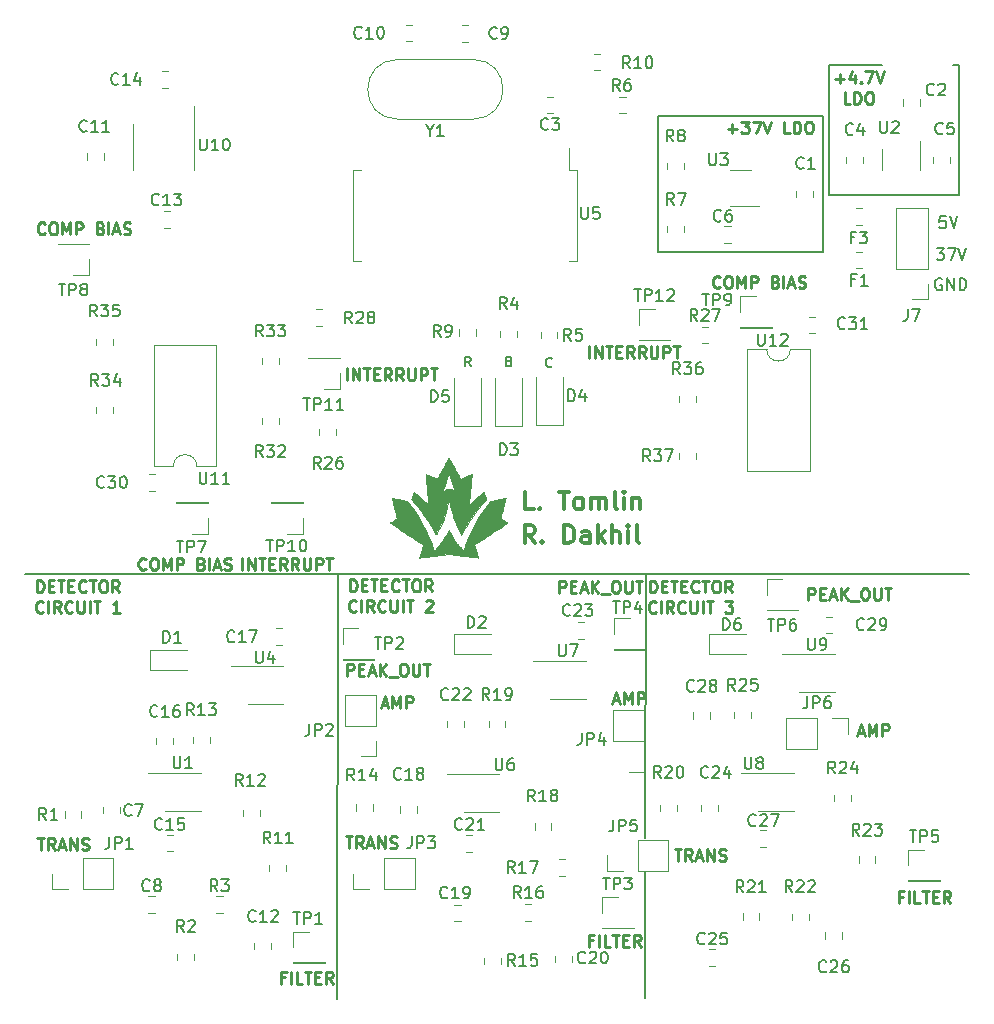
<source format=gbr>
%TF.GenerationSoftware,KiCad,Pcbnew,(5.1.6)-1*%
%TF.CreationDate,2021-11-24T20:01:52-05:00*%
%TF.ProjectId,mama_board,6d616d61-5f62-46f6-9172-642e6b696361,rev?*%
%TF.SameCoordinates,Original*%
%TF.FileFunction,Legend,Top*%
%TF.FilePolarity,Positive*%
%FSLAX46Y46*%
G04 Gerber Fmt 4.6, Leading zero omitted, Abs format (unit mm)*
G04 Created by KiCad (PCBNEW (5.1.6)-1) date 2021-11-24 20:01:52*
%MOMM*%
%LPD*%
G01*
G04 APERTURE LIST*
%ADD10C,0.300000*%
%ADD11C,0.150000*%
%ADD12C,0.250000*%
%ADD13C,0.010000*%
%ADD14C,0.120000*%
G04 APERTURE END LIST*
D10*
X151191428Y-113428571D02*
X150691428Y-112714285D01*
X150334285Y-113428571D02*
X150334285Y-111928571D01*
X150905714Y-111928571D01*
X151048571Y-112000000D01*
X151120000Y-112071428D01*
X151191428Y-112214285D01*
X151191428Y-112428571D01*
X151120000Y-112571428D01*
X151048571Y-112642857D01*
X150905714Y-112714285D01*
X150334285Y-112714285D01*
X151834285Y-113285714D02*
X151905714Y-113357142D01*
X151834285Y-113428571D01*
X151762857Y-113357142D01*
X151834285Y-113285714D01*
X151834285Y-113428571D01*
X153691428Y-113428571D02*
X153691428Y-111928571D01*
X154048571Y-111928571D01*
X154262857Y-112000000D01*
X154405714Y-112142857D01*
X154477142Y-112285714D01*
X154548571Y-112571428D01*
X154548571Y-112785714D01*
X154477142Y-113071428D01*
X154405714Y-113214285D01*
X154262857Y-113357142D01*
X154048571Y-113428571D01*
X153691428Y-113428571D01*
X155834285Y-113428571D02*
X155834285Y-112642857D01*
X155762857Y-112500000D01*
X155620000Y-112428571D01*
X155334285Y-112428571D01*
X155191428Y-112500000D01*
X155834285Y-113357142D02*
X155691428Y-113428571D01*
X155334285Y-113428571D01*
X155191428Y-113357142D01*
X155120000Y-113214285D01*
X155120000Y-113071428D01*
X155191428Y-112928571D01*
X155334285Y-112857142D01*
X155691428Y-112857142D01*
X155834285Y-112785714D01*
X156548571Y-113428571D02*
X156548571Y-111928571D01*
X156691428Y-112857142D02*
X157120000Y-113428571D01*
X157120000Y-112428571D02*
X156548571Y-113000000D01*
X157762857Y-113428571D02*
X157762857Y-111928571D01*
X158405714Y-113428571D02*
X158405714Y-112642857D01*
X158334285Y-112500000D01*
X158191428Y-112428571D01*
X157977142Y-112428571D01*
X157834285Y-112500000D01*
X157762857Y-112571428D01*
X159120000Y-113428571D02*
X159120000Y-112428571D01*
X159120000Y-111928571D02*
X159048571Y-112000000D01*
X159120000Y-112071428D01*
X159191428Y-112000000D01*
X159120000Y-111928571D01*
X159120000Y-112071428D01*
X160048571Y-113428571D02*
X159905714Y-113357142D01*
X159834285Y-113214285D01*
X159834285Y-111928571D01*
X151107142Y-110568571D02*
X150392857Y-110568571D01*
X150392857Y-109068571D01*
X151607142Y-110425714D02*
X151678571Y-110497142D01*
X151607142Y-110568571D01*
X151535714Y-110497142D01*
X151607142Y-110425714D01*
X151607142Y-110568571D01*
X153250000Y-109068571D02*
X154107142Y-109068571D01*
X153678571Y-110568571D02*
X153678571Y-109068571D01*
X154821428Y-110568571D02*
X154678571Y-110497142D01*
X154607142Y-110425714D01*
X154535714Y-110282857D01*
X154535714Y-109854285D01*
X154607142Y-109711428D01*
X154678571Y-109640000D01*
X154821428Y-109568571D01*
X155035714Y-109568571D01*
X155178571Y-109640000D01*
X155250000Y-109711428D01*
X155321428Y-109854285D01*
X155321428Y-110282857D01*
X155250000Y-110425714D01*
X155178571Y-110497142D01*
X155035714Y-110568571D01*
X154821428Y-110568571D01*
X155964285Y-110568571D02*
X155964285Y-109568571D01*
X155964285Y-109711428D02*
X156035714Y-109640000D01*
X156178571Y-109568571D01*
X156392857Y-109568571D01*
X156535714Y-109640000D01*
X156607142Y-109782857D01*
X156607142Y-110568571D01*
X156607142Y-109782857D02*
X156678571Y-109640000D01*
X156821428Y-109568571D01*
X157035714Y-109568571D01*
X157178571Y-109640000D01*
X157250000Y-109782857D01*
X157250000Y-110568571D01*
X158178571Y-110568571D02*
X158035714Y-110497142D01*
X157964285Y-110354285D01*
X157964285Y-109068571D01*
X158750000Y-110568571D02*
X158750000Y-109568571D01*
X158750000Y-109068571D02*
X158678571Y-109140000D01*
X158750000Y-109211428D01*
X158821428Y-109140000D01*
X158750000Y-109068571D01*
X158750000Y-109211428D01*
X159464285Y-109568571D02*
X159464285Y-110568571D01*
X159464285Y-109711428D02*
X159535714Y-109640000D01*
X159678571Y-109568571D01*
X159892857Y-109568571D01*
X160035714Y-109640000D01*
X160107142Y-109782857D01*
X160107142Y-110568571D01*
D11*
X160540700Y-141173200D02*
X160550000Y-151975000D01*
X152622619Y-98460714D02*
X152584523Y-98498809D01*
X152470238Y-98536904D01*
X152394047Y-98536904D01*
X152279761Y-98498809D01*
X152203571Y-98422619D01*
X152165476Y-98346428D01*
X152127380Y-98194047D01*
X152127380Y-98079761D01*
X152165476Y-97927380D01*
X152203571Y-97851190D01*
X152279761Y-97775000D01*
X152394047Y-97736904D01*
X152470238Y-97736904D01*
X152584523Y-97775000D01*
X152622619Y-97813095D01*
X149032142Y-98042857D02*
X149146428Y-98080952D01*
X149184523Y-98119047D01*
X149222619Y-98195238D01*
X149222619Y-98309523D01*
X149184523Y-98385714D01*
X149146428Y-98423809D01*
X149070238Y-98461904D01*
X148765476Y-98461904D01*
X148765476Y-97661904D01*
X149032142Y-97661904D01*
X149108333Y-97700000D01*
X149146428Y-97738095D01*
X149184523Y-97814285D01*
X149184523Y-97890476D01*
X149146428Y-97966666D01*
X149108333Y-98004761D01*
X149032142Y-98042857D01*
X148765476Y-98042857D01*
X145772619Y-98436904D02*
X145505952Y-98055952D01*
X145315476Y-98436904D02*
X145315476Y-97636904D01*
X145620238Y-97636904D01*
X145696428Y-97675000D01*
X145734523Y-97713095D01*
X145772619Y-97789285D01*
X145772619Y-97903571D01*
X145734523Y-97979761D01*
X145696428Y-98017857D01*
X145620238Y-98055952D01*
X145315476Y-98055952D01*
X185638095Y-91050000D02*
X185542857Y-91002380D01*
X185400000Y-91002380D01*
X185257142Y-91050000D01*
X185161904Y-91145238D01*
X185114285Y-91240476D01*
X185066666Y-91430952D01*
X185066666Y-91573809D01*
X185114285Y-91764285D01*
X185161904Y-91859523D01*
X185257142Y-91954761D01*
X185400000Y-92002380D01*
X185495238Y-92002380D01*
X185638095Y-91954761D01*
X185685714Y-91907142D01*
X185685714Y-91573809D01*
X185495238Y-91573809D01*
X186114285Y-92002380D02*
X186114285Y-91002380D01*
X186685714Y-92002380D01*
X186685714Y-91002380D01*
X187161904Y-92002380D02*
X187161904Y-91002380D01*
X187400000Y-91002380D01*
X187542857Y-91050000D01*
X187638095Y-91145238D01*
X187685714Y-91240476D01*
X187733333Y-91430952D01*
X187733333Y-91573809D01*
X187685714Y-91764285D01*
X187638095Y-91859523D01*
X187542857Y-91954761D01*
X187400000Y-92002380D01*
X187161904Y-92002380D01*
X185211904Y-88452380D02*
X185830952Y-88452380D01*
X185497619Y-88833333D01*
X185640476Y-88833333D01*
X185735714Y-88880952D01*
X185783333Y-88928571D01*
X185830952Y-89023809D01*
X185830952Y-89261904D01*
X185783333Y-89357142D01*
X185735714Y-89404761D01*
X185640476Y-89452380D01*
X185354761Y-89452380D01*
X185259523Y-89404761D01*
X185211904Y-89357142D01*
X186164285Y-88452380D02*
X186830952Y-88452380D01*
X186402380Y-89452380D01*
X187069047Y-88452380D02*
X187402380Y-89452380D01*
X187735714Y-88452380D01*
X185984523Y-85752380D02*
X185508333Y-85752380D01*
X185460714Y-86228571D01*
X185508333Y-86180952D01*
X185603571Y-86133333D01*
X185841666Y-86133333D01*
X185936904Y-86180952D01*
X185984523Y-86228571D01*
X186032142Y-86323809D01*
X186032142Y-86561904D01*
X185984523Y-86657142D01*
X185936904Y-86704761D01*
X185841666Y-86752380D01*
X185603571Y-86752380D01*
X185508333Y-86704761D01*
X185460714Y-86657142D01*
X186317857Y-85752380D02*
X186651190Y-86752380D01*
X186984523Y-85752380D01*
D12*
X167553411Y-78350708D02*
X168315316Y-78350708D01*
X167934363Y-78731660D02*
X167934363Y-77969756D01*
X168696268Y-77731660D02*
X169315316Y-77731660D01*
X168981982Y-78112613D01*
X169124840Y-78112613D01*
X169220078Y-78160232D01*
X169267697Y-78207851D01*
X169315316Y-78303089D01*
X169315316Y-78541184D01*
X169267697Y-78636422D01*
X169220078Y-78684041D01*
X169124840Y-78731660D01*
X168839125Y-78731660D01*
X168743887Y-78684041D01*
X168696268Y-78636422D01*
X169648649Y-77731660D02*
X170315316Y-77731660D01*
X169886744Y-78731660D01*
X170553411Y-77731660D02*
X170886744Y-78731660D01*
X171220078Y-77731660D01*
X172791506Y-78731660D02*
X172315316Y-78731660D01*
X172315316Y-77731660D01*
X173124840Y-78731660D02*
X173124840Y-77731660D01*
X173362935Y-77731660D01*
X173505792Y-77779280D01*
X173601030Y-77874518D01*
X173648649Y-77969756D01*
X173696268Y-78160232D01*
X173696268Y-78303089D01*
X173648649Y-78493565D01*
X173601030Y-78588803D01*
X173505792Y-78684041D01*
X173362935Y-78731660D01*
X173124840Y-78731660D01*
X174315316Y-77731660D02*
X174505792Y-77731660D01*
X174601030Y-77779280D01*
X174696268Y-77874518D01*
X174743887Y-78064994D01*
X174743887Y-78398327D01*
X174696268Y-78588803D01*
X174601030Y-78684041D01*
X174505792Y-78731660D01*
X174315316Y-78731660D01*
X174220078Y-78684041D01*
X174124840Y-78588803D01*
X174077220Y-78398327D01*
X174077220Y-78064994D01*
X174124840Y-77874518D01*
X174220078Y-77779280D01*
X174315316Y-77731660D01*
D11*
X161624840Y-88779280D02*
X175624840Y-88779280D01*
X161624840Y-77279280D02*
X161624840Y-88779280D01*
X175624840Y-77279280D02*
X161624840Y-77279280D01*
X175624840Y-88779280D02*
X175624840Y-77279280D01*
D12*
X176625000Y-74096428D02*
X177386904Y-74096428D01*
X177005952Y-74477380D02*
X177005952Y-73715476D01*
X178291666Y-73810714D02*
X178291666Y-74477380D01*
X178053571Y-73429761D02*
X177815476Y-74144047D01*
X178434523Y-74144047D01*
X178815476Y-74382142D02*
X178863095Y-74429761D01*
X178815476Y-74477380D01*
X178767857Y-74429761D01*
X178815476Y-74382142D01*
X178815476Y-74477380D01*
X179196428Y-73477380D02*
X179863095Y-73477380D01*
X179434523Y-74477380D01*
X180101190Y-73477380D02*
X180434523Y-74477380D01*
X180767857Y-73477380D01*
X177910714Y-76227380D02*
X177434523Y-76227380D01*
X177434523Y-75227380D01*
X178244047Y-76227380D02*
X178244047Y-75227380D01*
X178482142Y-75227380D01*
X178625000Y-75275000D01*
X178720238Y-75370238D01*
X178767857Y-75465476D01*
X178815476Y-75655952D01*
X178815476Y-75798809D01*
X178767857Y-75989285D01*
X178720238Y-76084523D01*
X178625000Y-76179761D01*
X178482142Y-76227380D01*
X178244047Y-76227380D01*
X179434523Y-75227380D02*
X179625000Y-75227380D01*
X179720238Y-75275000D01*
X179815476Y-75370238D01*
X179863095Y-75560714D01*
X179863095Y-75894047D01*
X179815476Y-76084523D01*
X179720238Y-76179761D01*
X179625000Y-76227380D01*
X179434523Y-76227380D01*
X179339285Y-76179761D01*
X179244047Y-76084523D01*
X179196428Y-75894047D01*
X179196428Y-75560714D01*
X179244047Y-75370238D01*
X179339285Y-75275000D01*
X179434523Y-75227380D01*
D11*
X176124840Y-72954280D02*
X180624840Y-72954280D01*
X176124840Y-83954280D02*
X176124840Y-72954280D01*
X187124840Y-83954280D02*
X176124840Y-83954280D01*
X187124840Y-72954280D02*
X187124840Y-83954280D01*
X186624840Y-72954280D02*
X187124840Y-72954280D01*
D12*
X130043466Y-150194971D02*
X129710133Y-150194971D01*
X129710133Y-150718780D02*
X129710133Y-149718780D01*
X130186323Y-149718780D01*
X130567276Y-150718780D02*
X130567276Y-149718780D01*
X131519657Y-150718780D02*
X131043466Y-150718780D01*
X131043466Y-149718780D01*
X131710133Y-149718780D02*
X132281561Y-149718780D01*
X131995847Y-150718780D02*
X131995847Y-149718780D01*
X132614895Y-150194971D02*
X132948228Y-150194971D01*
X133091085Y-150718780D02*
X132614895Y-150718780D01*
X132614895Y-149718780D01*
X133091085Y-149718780D01*
X134091085Y-150718780D02*
X133757752Y-150242590D01*
X133519657Y-150718780D02*
X133519657Y-149718780D01*
X133900609Y-149718780D01*
X133995847Y-149766400D01*
X134043466Y-149814019D01*
X134091085Y-149909257D01*
X134091085Y-150052114D01*
X134043466Y-150147352D01*
X133995847Y-150194971D01*
X133900609Y-150242590D01*
X133519657Y-150242590D01*
X156103866Y-147058071D02*
X155770533Y-147058071D01*
X155770533Y-147581880D02*
X155770533Y-146581880D01*
X156246723Y-146581880D01*
X156627676Y-147581880D02*
X156627676Y-146581880D01*
X157580057Y-147581880D02*
X157103866Y-147581880D01*
X157103866Y-146581880D01*
X157770533Y-146581880D02*
X158341961Y-146581880D01*
X158056247Y-147581880D02*
X158056247Y-146581880D01*
X158675295Y-147058071D02*
X159008628Y-147058071D01*
X159151485Y-147581880D02*
X158675295Y-147581880D01*
X158675295Y-146581880D01*
X159151485Y-146581880D01*
X160151485Y-147581880D02*
X159818152Y-147105690D01*
X159580057Y-147581880D02*
X159580057Y-146581880D01*
X159961009Y-146581880D01*
X160056247Y-146629500D01*
X160103866Y-146677119D01*
X160151485Y-146772357D01*
X160151485Y-146915214D01*
X160103866Y-147010452D01*
X160056247Y-147058071D01*
X159961009Y-147105690D01*
X159580057Y-147105690D01*
X182341666Y-143353571D02*
X182008333Y-143353571D01*
X182008333Y-143877380D02*
X182008333Y-142877380D01*
X182484523Y-142877380D01*
X182865476Y-143877380D02*
X182865476Y-142877380D01*
X183817857Y-143877380D02*
X183341666Y-143877380D01*
X183341666Y-142877380D01*
X184008333Y-142877380D02*
X184579761Y-142877380D01*
X184294047Y-143877380D02*
X184294047Y-142877380D01*
X184913095Y-143353571D02*
X185246428Y-143353571D01*
X185389285Y-143877380D02*
X184913095Y-143877380D01*
X184913095Y-142877380D01*
X185389285Y-142877380D01*
X186389285Y-143877380D02*
X186055952Y-143401190D01*
X185817857Y-143877380D02*
X185817857Y-142877380D01*
X186198809Y-142877380D01*
X186294047Y-142925000D01*
X186341666Y-142972619D01*
X186389285Y-143067857D01*
X186389285Y-143210714D01*
X186341666Y-143305952D01*
X186294047Y-143353571D01*
X186198809Y-143401190D01*
X185817857Y-143401190D01*
X163035714Y-139327380D02*
X163607142Y-139327380D01*
X163321428Y-140327380D02*
X163321428Y-139327380D01*
X164511904Y-140327380D02*
X164178571Y-139851190D01*
X163940476Y-140327380D02*
X163940476Y-139327380D01*
X164321428Y-139327380D01*
X164416666Y-139375000D01*
X164464285Y-139422619D01*
X164511904Y-139517857D01*
X164511904Y-139660714D01*
X164464285Y-139755952D01*
X164416666Y-139803571D01*
X164321428Y-139851190D01*
X163940476Y-139851190D01*
X164892857Y-140041666D02*
X165369047Y-140041666D01*
X164797619Y-140327380D02*
X165130952Y-139327380D01*
X165464285Y-140327380D01*
X165797619Y-140327380D02*
X165797619Y-139327380D01*
X166369047Y-140327380D01*
X166369047Y-139327380D01*
X166797619Y-140279761D02*
X166940476Y-140327380D01*
X167178571Y-140327380D01*
X167273809Y-140279761D01*
X167321428Y-140232142D01*
X167369047Y-140136904D01*
X167369047Y-140041666D01*
X167321428Y-139946428D01*
X167273809Y-139898809D01*
X167178571Y-139851190D01*
X166988095Y-139803571D01*
X166892857Y-139755952D01*
X166845238Y-139708333D01*
X166797619Y-139613095D01*
X166797619Y-139517857D01*
X166845238Y-139422619D01*
X166892857Y-139375000D01*
X166988095Y-139327380D01*
X167226190Y-139327380D01*
X167369047Y-139375000D01*
X135185714Y-138252380D02*
X135757142Y-138252380D01*
X135471428Y-139252380D02*
X135471428Y-138252380D01*
X136661904Y-139252380D02*
X136328571Y-138776190D01*
X136090476Y-139252380D02*
X136090476Y-138252380D01*
X136471428Y-138252380D01*
X136566666Y-138300000D01*
X136614285Y-138347619D01*
X136661904Y-138442857D01*
X136661904Y-138585714D01*
X136614285Y-138680952D01*
X136566666Y-138728571D01*
X136471428Y-138776190D01*
X136090476Y-138776190D01*
X137042857Y-138966666D02*
X137519047Y-138966666D01*
X136947619Y-139252380D02*
X137280952Y-138252380D01*
X137614285Y-139252380D01*
X137947619Y-139252380D02*
X137947619Y-138252380D01*
X138519047Y-139252380D01*
X138519047Y-138252380D01*
X138947619Y-139204761D02*
X139090476Y-139252380D01*
X139328571Y-139252380D01*
X139423809Y-139204761D01*
X139471428Y-139157142D01*
X139519047Y-139061904D01*
X139519047Y-138966666D01*
X139471428Y-138871428D01*
X139423809Y-138823809D01*
X139328571Y-138776190D01*
X139138095Y-138728571D01*
X139042857Y-138680952D01*
X138995238Y-138633333D01*
X138947619Y-138538095D01*
X138947619Y-138442857D01*
X138995238Y-138347619D01*
X139042857Y-138300000D01*
X139138095Y-138252380D01*
X139376190Y-138252380D01*
X139519047Y-138300000D01*
X109085714Y-138402380D02*
X109657142Y-138402380D01*
X109371428Y-139402380D02*
X109371428Y-138402380D01*
X110561904Y-139402380D02*
X110228571Y-138926190D01*
X109990476Y-139402380D02*
X109990476Y-138402380D01*
X110371428Y-138402380D01*
X110466666Y-138450000D01*
X110514285Y-138497619D01*
X110561904Y-138592857D01*
X110561904Y-138735714D01*
X110514285Y-138830952D01*
X110466666Y-138878571D01*
X110371428Y-138926190D01*
X109990476Y-138926190D01*
X110942857Y-139116666D02*
X111419047Y-139116666D01*
X110847619Y-139402380D02*
X111180952Y-138402380D01*
X111514285Y-139402380D01*
X111847619Y-139402380D02*
X111847619Y-138402380D01*
X112419047Y-139402380D01*
X112419047Y-138402380D01*
X112847619Y-139354761D02*
X112990476Y-139402380D01*
X113228571Y-139402380D01*
X113323809Y-139354761D01*
X113371428Y-139307142D01*
X113419047Y-139211904D01*
X113419047Y-139116666D01*
X113371428Y-139021428D01*
X113323809Y-138973809D01*
X113228571Y-138926190D01*
X113038095Y-138878571D01*
X112942857Y-138830952D01*
X112895238Y-138783333D01*
X112847619Y-138688095D01*
X112847619Y-138592857D01*
X112895238Y-138497619D01*
X112942857Y-138450000D01*
X113038095Y-138402380D01*
X113276190Y-138402380D01*
X113419047Y-138450000D01*
X138238076Y-127103166D02*
X138714266Y-127103166D01*
X138142838Y-127388880D02*
X138476171Y-126388880D01*
X138809504Y-127388880D01*
X139142838Y-127388880D02*
X139142838Y-126388880D01*
X139476171Y-127103166D01*
X139809504Y-126388880D01*
X139809504Y-127388880D01*
X140285695Y-127388880D02*
X140285695Y-126388880D01*
X140666647Y-126388880D01*
X140761885Y-126436500D01*
X140809504Y-126484119D01*
X140857123Y-126579357D01*
X140857123Y-126722214D01*
X140809504Y-126817452D01*
X140761885Y-126865071D01*
X140666647Y-126912690D01*
X140285695Y-126912690D01*
X157867196Y-126745026D02*
X158343386Y-126745026D01*
X157771958Y-127030740D02*
X158105291Y-126030740D01*
X158438624Y-127030740D01*
X158771958Y-127030740D02*
X158771958Y-126030740D01*
X159105291Y-126745026D01*
X159438624Y-126030740D01*
X159438624Y-127030740D01*
X159914815Y-127030740D02*
X159914815Y-126030740D01*
X160295767Y-126030740D01*
X160391005Y-126078360D01*
X160438624Y-126125979D01*
X160486243Y-126221217D01*
X160486243Y-126364074D01*
X160438624Y-126459312D01*
X160391005Y-126506931D01*
X160295767Y-126554550D01*
X159914815Y-126554550D01*
X178550476Y-129466666D02*
X179026666Y-129466666D01*
X178455238Y-129752380D02*
X178788571Y-128752380D01*
X179121904Y-129752380D01*
X179455238Y-129752380D02*
X179455238Y-128752380D01*
X179788571Y-129466666D01*
X180121904Y-128752380D01*
X180121904Y-129752380D01*
X180598095Y-129752380D02*
X180598095Y-128752380D01*
X180979047Y-128752380D01*
X181074285Y-128800000D01*
X181121904Y-128847619D01*
X181169523Y-128942857D01*
X181169523Y-129085714D01*
X181121904Y-129180952D01*
X181074285Y-129228571D01*
X180979047Y-129276190D01*
X180598095Y-129276190D01*
X160936419Y-117601080D02*
X160936419Y-116601080D01*
X161174514Y-116601080D01*
X161317371Y-116648700D01*
X161412609Y-116743938D01*
X161460228Y-116839176D01*
X161507847Y-117029652D01*
X161507847Y-117172509D01*
X161460228Y-117362985D01*
X161412609Y-117458223D01*
X161317371Y-117553461D01*
X161174514Y-117601080D01*
X160936419Y-117601080D01*
X161936419Y-117077271D02*
X162269752Y-117077271D01*
X162412609Y-117601080D02*
X161936419Y-117601080D01*
X161936419Y-116601080D01*
X162412609Y-116601080D01*
X162698323Y-116601080D02*
X163269752Y-116601080D01*
X162984038Y-117601080D02*
X162984038Y-116601080D01*
X163603085Y-117077271D02*
X163936419Y-117077271D01*
X164079276Y-117601080D02*
X163603085Y-117601080D01*
X163603085Y-116601080D01*
X164079276Y-116601080D01*
X165079276Y-117505842D02*
X165031657Y-117553461D01*
X164888800Y-117601080D01*
X164793561Y-117601080D01*
X164650704Y-117553461D01*
X164555466Y-117458223D01*
X164507847Y-117362985D01*
X164460228Y-117172509D01*
X164460228Y-117029652D01*
X164507847Y-116839176D01*
X164555466Y-116743938D01*
X164650704Y-116648700D01*
X164793561Y-116601080D01*
X164888800Y-116601080D01*
X165031657Y-116648700D01*
X165079276Y-116696319D01*
X165364990Y-116601080D02*
X165936419Y-116601080D01*
X165650704Y-117601080D02*
X165650704Y-116601080D01*
X166460228Y-116601080D02*
X166650704Y-116601080D01*
X166745942Y-116648700D01*
X166841180Y-116743938D01*
X166888800Y-116934414D01*
X166888800Y-117267747D01*
X166841180Y-117458223D01*
X166745942Y-117553461D01*
X166650704Y-117601080D01*
X166460228Y-117601080D01*
X166364990Y-117553461D01*
X166269752Y-117458223D01*
X166222133Y-117267747D01*
X166222133Y-116934414D01*
X166269752Y-116743938D01*
X166364990Y-116648700D01*
X166460228Y-116601080D01*
X167888800Y-117601080D02*
X167555466Y-117124890D01*
X167317371Y-117601080D02*
X167317371Y-116601080D01*
X167698323Y-116601080D01*
X167793561Y-116648700D01*
X167841180Y-116696319D01*
X167888800Y-116791557D01*
X167888800Y-116934414D01*
X167841180Y-117029652D01*
X167793561Y-117077271D01*
X167698323Y-117124890D01*
X167317371Y-117124890D01*
X161460228Y-119255842D02*
X161412609Y-119303461D01*
X161269752Y-119351080D01*
X161174514Y-119351080D01*
X161031657Y-119303461D01*
X160936419Y-119208223D01*
X160888800Y-119112985D01*
X160841180Y-118922509D01*
X160841180Y-118779652D01*
X160888800Y-118589176D01*
X160936419Y-118493938D01*
X161031657Y-118398700D01*
X161174514Y-118351080D01*
X161269752Y-118351080D01*
X161412609Y-118398700D01*
X161460228Y-118446319D01*
X161888800Y-119351080D02*
X161888800Y-118351080D01*
X162936419Y-119351080D02*
X162603085Y-118874890D01*
X162364990Y-119351080D02*
X162364990Y-118351080D01*
X162745942Y-118351080D01*
X162841180Y-118398700D01*
X162888800Y-118446319D01*
X162936419Y-118541557D01*
X162936419Y-118684414D01*
X162888800Y-118779652D01*
X162841180Y-118827271D01*
X162745942Y-118874890D01*
X162364990Y-118874890D01*
X163936419Y-119255842D02*
X163888800Y-119303461D01*
X163745942Y-119351080D01*
X163650704Y-119351080D01*
X163507847Y-119303461D01*
X163412609Y-119208223D01*
X163364990Y-119112985D01*
X163317371Y-118922509D01*
X163317371Y-118779652D01*
X163364990Y-118589176D01*
X163412609Y-118493938D01*
X163507847Y-118398700D01*
X163650704Y-118351080D01*
X163745942Y-118351080D01*
X163888800Y-118398700D01*
X163936419Y-118446319D01*
X164364990Y-118351080D02*
X164364990Y-119160604D01*
X164412609Y-119255842D01*
X164460228Y-119303461D01*
X164555466Y-119351080D01*
X164745942Y-119351080D01*
X164841180Y-119303461D01*
X164888800Y-119255842D01*
X164936419Y-119160604D01*
X164936419Y-118351080D01*
X165412609Y-119351080D02*
X165412609Y-118351080D01*
X165745942Y-118351080D02*
X166317371Y-118351080D01*
X166031657Y-119351080D02*
X166031657Y-118351080D01*
X167317371Y-118351080D02*
X167936419Y-118351080D01*
X167603085Y-118732033D01*
X167745942Y-118732033D01*
X167841180Y-118779652D01*
X167888800Y-118827271D01*
X167936419Y-118922509D01*
X167936419Y-119160604D01*
X167888800Y-119255842D01*
X167841180Y-119303461D01*
X167745942Y-119351080D01*
X167460228Y-119351080D01*
X167364990Y-119303461D01*
X167317371Y-119255842D01*
X135547619Y-117502380D02*
X135547619Y-116502380D01*
X135785714Y-116502380D01*
X135928571Y-116550000D01*
X136023809Y-116645238D01*
X136071428Y-116740476D01*
X136119047Y-116930952D01*
X136119047Y-117073809D01*
X136071428Y-117264285D01*
X136023809Y-117359523D01*
X135928571Y-117454761D01*
X135785714Y-117502380D01*
X135547619Y-117502380D01*
X136547619Y-116978571D02*
X136880952Y-116978571D01*
X137023809Y-117502380D02*
X136547619Y-117502380D01*
X136547619Y-116502380D01*
X137023809Y-116502380D01*
X137309523Y-116502380D02*
X137880952Y-116502380D01*
X137595238Y-117502380D02*
X137595238Y-116502380D01*
X138214285Y-116978571D02*
X138547619Y-116978571D01*
X138690476Y-117502380D02*
X138214285Y-117502380D01*
X138214285Y-116502380D01*
X138690476Y-116502380D01*
X139690476Y-117407142D02*
X139642857Y-117454761D01*
X139500000Y-117502380D01*
X139404761Y-117502380D01*
X139261904Y-117454761D01*
X139166666Y-117359523D01*
X139119047Y-117264285D01*
X139071428Y-117073809D01*
X139071428Y-116930952D01*
X139119047Y-116740476D01*
X139166666Y-116645238D01*
X139261904Y-116550000D01*
X139404761Y-116502380D01*
X139500000Y-116502380D01*
X139642857Y-116550000D01*
X139690476Y-116597619D01*
X139976190Y-116502380D02*
X140547619Y-116502380D01*
X140261904Y-117502380D02*
X140261904Y-116502380D01*
X141071428Y-116502380D02*
X141261904Y-116502380D01*
X141357142Y-116550000D01*
X141452380Y-116645238D01*
X141500000Y-116835714D01*
X141500000Y-117169047D01*
X141452380Y-117359523D01*
X141357142Y-117454761D01*
X141261904Y-117502380D01*
X141071428Y-117502380D01*
X140976190Y-117454761D01*
X140880952Y-117359523D01*
X140833333Y-117169047D01*
X140833333Y-116835714D01*
X140880952Y-116645238D01*
X140976190Y-116550000D01*
X141071428Y-116502380D01*
X142500000Y-117502380D02*
X142166666Y-117026190D01*
X141928571Y-117502380D02*
X141928571Y-116502380D01*
X142309523Y-116502380D01*
X142404761Y-116550000D01*
X142452380Y-116597619D01*
X142500000Y-116692857D01*
X142500000Y-116835714D01*
X142452380Y-116930952D01*
X142404761Y-116978571D01*
X142309523Y-117026190D01*
X141928571Y-117026190D01*
X136071428Y-119157142D02*
X136023809Y-119204761D01*
X135880952Y-119252380D01*
X135785714Y-119252380D01*
X135642857Y-119204761D01*
X135547619Y-119109523D01*
X135500000Y-119014285D01*
X135452380Y-118823809D01*
X135452380Y-118680952D01*
X135500000Y-118490476D01*
X135547619Y-118395238D01*
X135642857Y-118300000D01*
X135785714Y-118252380D01*
X135880952Y-118252380D01*
X136023809Y-118300000D01*
X136071428Y-118347619D01*
X136500000Y-119252380D02*
X136500000Y-118252380D01*
X137547619Y-119252380D02*
X137214285Y-118776190D01*
X136976190Y-119252380D02*
X136976190Y-118252380D01*
X137357142Y-118252380D01*
X137452380Y-118300000D01*
X137500000Y-118347619D01*
X137547619Y-118442857D01*
X137547619Y-118585714D01*
X137500000Y-118680952D01*
X137452380Y-118728571D01*
X137357142Y-118776190D01*
X136976190Y-118776190D01*
X138547619Y-119157142D02*
X138500000Y-119204761D01*
X138357142Y-119252380D01*
X138261904Y-119252380D01*
X138119047Y-119204761D01*
X138023809Y-119109523D01*
X137976190Y-119014285D01*
X137928571Y-118823809D01*
X137928571Y-118680952D01*
X137976190Y-118490476D01*
X138023809Y-118395238D01*
X138119047Y-118300000D01*
X138261904Y-118252380D01*
X138357142Y-118252380D01*
X138500000Y-118300000D01*
X138547619Y-118347619D01*
X138976190Y-118252380D02*
X138976190Y-119061904D01*
X139023809Y-119157142D01*
X139071428Y-119204761D01*
X139166666Y-119252380D01*
X139357142Y-119252380D01*
X139452380Y-119204761D01*
X139500000Y-119157142D01*
X139547619Y-119061904D01*
X139547619Y-118252380D01*
X140023809Y-119252380D02*
X140023809Y-118252380D01*
X140357142Y-118252380D02*
X140928571Y-118252380D01*
X140642857Y-119252380D02*
X140642857Y-118252380D01*
X141976190Y-118347619D02*
X142023809Y-118300000D01*
X142119047Y-118252380D01*
X142357142Y-118252380D01*
X142452380Y-118300000D01*
X142500000Y-118347619D01*
X142547619Y-118442857D01*
X142547619Y-118538095D01*
X142500000Y-118680952D01*
X141928571Y-119252380D01*
X142547619Y-119252380D01*
X109047619Y-117577380D02*
X109047619Y-116577380D01*
X109285714Y-116577380D01*
X109428571Y-116625000D01*
X109523809Y-116720238D01*
X109571428Y-116815476D01*
X109619047Y-117005952D01*
X109619047Y-117148809D01*
X109571428Y-117339285D01*
X109523809Y-117434523D01*
X109428571Y-117529761D01*
X109285714Y-117577380D01*
X109047619Y-117577380D01*
X110047619Y-117053571D02*
X110380952Y-117053571D01*
X110523809Y-117577380D02*
X110047619Y-117577380D01*
X110047619Y-116577380D01*
X110523809Y-116577380D01*
X110809523Y-116577380D02*
X111380952Y-116577380D01*
X111095238Y-117577380D02*
X111095238Y-116577380D01*
X111714285Y-117053571D02*
X112047619Y-117053571D01*
X112190476Y-117577380D02*
X111714285Y-117577380D01*
X111714285Y-116577380D01*
X112190476Y-116577380D01*
X113190476Y-117482142D02*
X113142857Y-117529761D01*
X113000000Y-117577380D01*
X112904761Y-117577380D01*
X112761904Y-117529761D01*
X112666666Y-117434523D01*
X112619047Y-117339285D01*
X112571428Y-117148809D01*
X112571428Y-117005952D01*
X112619047Y-116815476D01*
X112666666Y-116720238D01*
X112761904Y-116625000D01*
X112904761Y-116577380D01*
X113000000Y-116577380D01*
X113142857Y-116625000D01*
X113190476Y-116672619D01*
X113476190Y-116577380D02*
X114047619Y-116577380D01*
X113761904Y-117577380D02*
X113761904Y-116577380D01*
X114571428Y-116577380D02*
X114761904Y-116577380D01*
X114857142Y-116625000D01*
X114952380Y-116720238D01*
X115000000Y-116910714D01*
X115000000Y-117244047D01*
X114952380Y-117434523D01*
X114857142Y-117529761D01*
X114761904Y-117577380D01*
X114571428Y-117577380D01*
X114476190Y-117529761D01*
X114380952Y-117434523D01*
X114333333Y-117244047D01*
X114333333Y-116910714D01*
X114380952Y-116720238D01*
X114476190Y-116625000D01*
X114571428Y-116577380D01*
X116000000Y-117577380D02*
X115666666Y-117101190D01*
X115428571Y-117577380D02*
X115428571Y-116577380D01*
X115809523Y-116577380D01*
X115904761Y-116625000D01*
X115952380Y-116672619D01*
X116000000Y-116767857D01*
X116000000Y-116910714D01*
X115952380Y-117005952D01*
X115904761Y-117053571D01*
X115809523Y-117101190D01*
X115428571Y-117101190D01*
X109571428Y-119232142D02*
X109523809Y-119279761D01*
X109380952Y-119327380D01*
X109285714Y-119327380D01*
X109142857Y-119279761D01*
X109047619Y-119184523D01*
X109000000Y-119089285D01*
X108952380Y-118898809D01*
X108952380Y-118755952D01*
X109000000Y-118565476D01*
X109047619Y-118470238D01*
X109142857Y-118375000D01*
X109285714Y-118327380D01*
X109380952Y-118327380D01*
X109523809Y-118375000D01*
X109571428Y-118422619D01*
X110000000Y-119327380D02*
X110000000Y-118327380D01*
X111047619Y-119327380D02*
X110714285Y-118851190D01*
X110476190Y-119327380D02*
X110476190Y-118327380D01*
X110857142Y-118327380D01*
X110952380Y-118375000D01*
X111000000Y-118422619D01*
X111047619Y-118517857D01*
X111047619Y-118660714D01*
X111000000Y-118755952D01*
X110952380Y-118803571D01*
X110857142Y-118851190D01*
X110476190Y-118851190D01*
X112047619Y-119232142D02*
X112000000Y-119279761D01*
X111857142Y-119327380D01*
X111761904Y-119327380D01*
X111619047Y-119279761D01*
X111523809Y-119184523D01*
X111476190Y-119089285D01*
X111428571Y-118898809D01*
X111428571Y-118755952D01*
X111476190Y-118565476D01*
X111523809Y-118470238D01*
X111619047Y-118375000D01*
X111761904Y-118327380D01*
X111857142Y-118327380D01*
X112000000Y-118375000D01*
X112047619Y-118422619D01*
X112476190Y-118327380D02*
X112476190Y-119136904D01*
X112523809Y-119232142D01*
X112571428Y-119279761D01*
X112666666Y-119327380D01*
X112857142Y-119327380D01*
X112952380Y-119279761D01*
X113000000Y-119232142D01*
X113047619Y-119136904D01*
X113047619Y-118327380D01*
X113523809Y-119327380D02*
X113523809Y-118327380D01*
X113857142Y-118327380D02*
X114428571Y-118327380D01*
X114142857Y-119327380D02*
X114142857Y-118327380D01*
X116047619Y-119327380D02*
X115476190Y-119327380D01*
X115761904Y-119327380D02*
X115761904Y-118327380D01*
X115666666Y-118470238D01*
X115571428Y-118565476D01*
X115476190Y-118613095D01*
D11*
X108000000Y-116000000D02*
X188000000Y-116000000D01*
D12*
X174347619Y-118227380D02*
X174347619Y-117227380D01*
X174728571Y-117227380D01*
X174823809Y-117275000D01*
X174871428Y-117322619D01*
X174919047Y-117417857D01*
X174919047Y-117560714D01*
X174871428Y-117655952D01*
X174823809Y-117703571D01*
X174728571Y-117751190D01*
X174347619Y-117751190D01*
X175347619Y-117703571D02*
X175680952Y-117703571D01*
X175823809Y-118227380D02*
X175347619Y-118227380D01*
X175347619Y-117227380D01*
X175823809Y-117227380D01*
X176204761Y-117941666D02*
X176680952Y-117941666D01*
X176109523Y-118227380D02*
X176442857Y-117227380D01*
X176776190Y-118227380D01*
X177109523Y-118227380D02*
X177109523Y-117227380D01*
X177680952Y-118227380D02*
X177252380Y-117655952D01*
X177680952Y-117227380D02*
X177109523Y-117798809D01*
X177871428Y-118322619D02*
X178633333Y-118322619D01*
X179061904Y-117227380D02*
X179252380Y-117227380D01*
X179347619Y-117275000D01*
X179442857Y-117370238D01*
X179490476Y-117560714D01*
X179490476Y-117894047D01*
X179442857Y-118084523D01*
X179347619Y-118179761D01*
X179252380Y-118227380D01*
X179061904Y-118227380D01*
X178966666Y-118179761D01*
X178871428Y-118084523D01*
X178823809Y-117894047D01*
X178823809Y-117560714D01*
X178871428Y-117370238D01*
X178966666Y-117275000D01*
X179061904Y-117227380D01*
X179919047Y-117227380D02*
X179919047Y-118036904D01*
X179966666Y-118132142D01*
X180014285Y-118179761D01*
X180109523Y-118227380D01*
X180300000Y-118227380D01*
X180395238Y-118179761D01*
X180442857Y-118132142D01*
X180490476Y-118036904D01*
X180490476Y-117227380D01*
X180823809Y-117227380D02*
X181395238Y-117227380D01*
X181109523Y-118227380D02*
X181109523Y-117227380D01*
X153252919Y-117622580D02*
X153252919Y-116622580D01*
X153633871Y-116622580D01*
X153729109Y-116670200D01*
X153776728Y-116717819D01*
X153824347Y-116813057D01*
X153824347Y-116955914D01*
X153776728Y-117051152D01*
X153729109Y-117098771D01*
X153633871Y-117146390D01*
X153252919Y-117146390D01*
X154252919Y-117098771D02*
X154586252Y-117098771D01*
X154729109Y-117622580D02*
X154252919Y-117622580D01*
X154252919Y-116622580D01*
X154729109Y-116622580D01*
X155110061Y-117336866D02*
X155586252Y-117336866D01*
X155014823Y-117622580D02*
X155348157Y-116622580D01*
X155681490Y-117622580D01*
X156014823Y-117622580D02*
X156014823Y-116622580D01*
X156586252Y-117622580D02*
X156157680Y-117051152D01*
X156586252Y-116622580D02*
X156014823Y-117194009D01*
X156776728Y-117717819D02*
X157538633Y-117717819D01*
X157967204Y-116622580D02*
X158157680Y-116622580D01*
X158252919Y-116670200D01*
X158348157Y-116765438D01*
X158395776Y-116955914D01*
X158395776Y-117289247D01*
X158348157Y-117479723D01*
X158252919Y-117574961D01*
X158157680Y-117622580D01*
X157967204Y-117622580D01*
X157871966Y-117574961D01*
X157776728Y-117479723D01*
X157729109Y-117289247D01*
X157729109Y-116955914D01*
X157776728Y-116765438D01*
X157871966Y-116670200D01*
X157967204Y-116622580D01*
X158824347Y-116622580D02*
X158824347Y-117432104D01*
X158871966Y-117527342D01*
X158919585Y-117574961D01*
X159014823Y-117622580D01*
X159205300Y-117622580D01*
X159300538Y-117574961D01*
X159348157Y-117527342D01*
X159395776Y-117432104D01*
X159395776Y-116622580D01*
X159729109Y-116622580D02*
X160300538Y-116622580D01*
X160014823Y-117622580D02*
X160014823Y-116622580D01*
X135295119Y-124645680D02*
X135295119Y-123645680D01*
X135676071Y-123645680D01*
X135771309Y-123693300D01*
X135818928Y-123740919D01*
X135866547Y-123836157D01*
X135866547Y-123979014D01*
X135818928Y-124074252D01*
X135771309Y-124121871D01*
X135676071Y-124169490D01*
X135295119Y-124169490D01*
X136295119Y-124121871D02*
X136628452Y-124121871D01*
X136771309Y-124645680D02*
X136295119Y-124645680D01*
X136295119Y-123645680D01*
X136771309Y-123645680D01*
X137152261Y-124359966D02*
X137628452Y-124359966D01*
X137057023Y-124645680D02*
X137390357Y-123645680D01*
X137723690Y-124645680D01*
X138057023Y-124645680D02*
X138057023Y-123645680D01*
X138628452Y-124645680D02*
X138199880Y-124074252D01*
X138628452Y-123645680D02*
X138057023Y-124217109D01*
X138818928Y-124740919D02*
X139580833Y-124740919D01*
X140009404Y-123645680D02*
X140199880Y-123645680D01*
X140295119Y-123693300D01*
X140390357Y-123788538D01*
X140437976Y-123979014D01*
X140437976Y-124312347D01*
X140390357Y-124502823D01*
X140295119Y-124598061D01*
X140199880Y-124645680D01*
X140009404Y-124645680D01*
X139914166Y-124598061D01*
X139818928Y-124502823D01*
X139771309Y-124312347D01*
X139771309Y-123979014D01*
X139818928Y-123788538D01*
X139914166Y-123693300D01*
X140009404Y-123645680D01*
X140866547Y-123645680D02*
X140866547Y-124455204D01*
X140914166Y-124550442D01*
X140961785Y-124598061D01*
X141057023Y-124645680D01*
X141247500Y-124645680D01*
X141342738Y-124598061D01*
X141390357Y-124550442D01*
X141437976Y-124455204D01*
X141437976Y-123645680D01*
X141771309Y-123645680D02*
X142342738Y-123645680D01*
X142057023Y-124645680D02*
X142057023Y-123645680D01*
D11*
X160500000Y-138425000D02*
X160600000Y-116000000D01*
X134450000Y-152000000D02*
X134500000Y-116000000D01*
D12*
X155826295Y-97759780D02*
X155826295Y-96759780D01*
X156302485Y-97759780D02*
X156302485Y-96759780D01*
X156873914Y-97759780D01*
X156873914Y-96759780D01*
X157207247Y-96759780D02*
X157778676Y-96759780D01*
X157492961Y-97759780D02*
X157492961Y-96759780D01*
X158112009Y-97235971D02*
X158445342Y-97235971D01*
X158588200Y-97759780D02*
X158112009Y-97759780D01*
X158112009Y-96759780D01*
X158588200Y-96759780D01*
X159588200Y-97759780D02*
X159254866Y-97283590D01*
X159016771Y-97759780D02*
X159016771Y-96759780D01*
X159397723Y-96759780D01*
X159492961Y-96807400D01*
X159540580Y-96855019D01*
X159588200Y-96950257D01*
X159588200Y-97093114D01*
X159540580Y-97188352D01*
X159492961Y-97235971D01*
X159397723Y-97283590D01*
X159016771Y-97283590D01*
X160588200Y-97759780D02*
X160254866Y-97283590D01*
X160016771Y-97759780D02*
X160016771Y-96759780D01*
X160397723Y-96759780D01*
X160492961Y-96807400D01*
X160540580Y-96855019D01*
X160588200Y-96950257D01*
X160588200Y-97093114D01*
X160540580Y-97188352D01*
X160492961Y-97235971D01*
X160397723Y-97283590D01*
X160016771Y-97283590D01*
X161016771Y-96759780D02*
X161016771Y-97569304D01*
X161064390Y-97664542D01*
X161112009Y-97712161D01*
X161207247Y-97759780D01*
X161397723Y-97759780D01*
X161492961Y-97712161D01*
X161540580Y-97664542D01*
X161588200Y-97569304D01*
X161588200Y-96759780D01*
X162064390Y-97759780D02*
X162064390Y-96759780D01*
X162445342Y-96759780D01*
X162540580Y-96807400D01*
X162588200Y-96855019D01*
X162635819Y-96950257D01*
X162635819Y-97093114D01*
X162588200Y-97188352D01*
X162540580Y-97235971D01*
X162445342Y-97283590D01*
X162064390Y-97283590D01*
X162921533Y-96759780D02*
X163492961Y-96759780D01*
X163207247Y-97759780D02*
X163207247Y-96759780D01*
X166870476Y-91717142D02*
X166822857Y-91764761D01*
X166680000Y-91812380D01*
X166584761Y-91812380D01*
X166441904Y-91764761D01*
X166346666Y-91669523D01*
X166299047Y-91574285D01*
X166251428Y-91383809D01*
X166251428Y-91240952D01*
X166299047Y-91050476D01*
X166346666Y-90955238D01*
X166441904Y-90860000D01*
X166584761Y-90812380D01*
X166680000Y-90812380D01*
X166822857Y-90860000D01*
X166870476Y-90907619D01*
X167489523Y-90812380D02*
X167680000Y-90812380D01*
X167775238Y-90860000D01*
X167870476Y-90955238D01*
X167918095Y-91145714D01*
X167918095Y-91479047D01*
X167870476Y-91669523D01*
X167775238Y-91764761D01*
X167680000Y-91812380D01*
X167489523Y-91812380D01*
X167394285Y-91764761D01*
X167299047Y-91669523D01*
X167251428Y-91479047D01*
X167251428Y-91145714D01*
X167299047Y-90955238D01*
X167394285Y-90860000D01*
X167489523Y-90812380D01*
X168346666Y-91812380D02*
X168346666Y-90812380D01*
X168680000Y-91526666D01*
X169013333Y-90812380D01*
X169013333Y-91812380D01*
X169489523Y-91812380D02*
X169489523Y-90812380D01*
X169870476Y-90812380D01*
X169965714Y-90860000D01*
X170013333Y-90907619D01*
X170060952Y-91002857D01*
X170060952Y-91145714D01*
X170013333Y-91240952D01*
X169965714Y-91288571D01*
X169870476Y-91336190D01*
X169489523Y-91336190D01*
X171584761Y-91288571D02*
X171727619Y-91336190D01*
X171775238Y-91383809D01*
X171822857Y-91479047D01*
X171822857Y-91621904D01*
X171775238Y-91717142D01*
X171727619Y-91764761D01*
X171632380Y-91812380D01*
X171251428Y-91812380D01*
X171251428Y-90812380D01*
X171584761Y-90812380D01*
X171680000Y-90860000D01*
X171727619Y-90907619D01*
X171775238Y-91002857D01*
X171775238Y-91098095D01*
X171727619Y-91193333D01*
X171680000Y-91240952D01*
X171584761Y-91288571D01*
X171251428Y-91288571D01*
X172251428Y-91812380D02*
X172251428Y-90812380D01*
X172680000Y-91526666D02*
X173156190Y-91526666D01*
X172584761Y-91812380D02*
X172918095Y-90812380D01*
X173251428Y-91812380D01*
X173537142Y-91764761D02*
X173680000Y-91812380D01*
X173918095Y-91812380D01*
X174013333Y-91764761D01*
X174060952Y-91717142D01*
X174108571Y-91621904D01*
X174108571Y-91526666D01*
X174060952Y-91431428D01*
X174013333Y-91383809D01*
X173918095Y-91336190D01*
X173727619Y-91288571D01*
X173632380Y-91240952D01*
X173584761Y-91193333D01*
X173537142Y-91098095D01*
X173537142Y-91002857D01*
X173584761Y-90907619D01*
X173632380Y-90860000D01*
X173727619Y-90812380D01*
X173965714Y-90812380D01*
X174108571Y-90860000D01*
X135290395Y-99639380D02*
X135290395Y-98639380D01*
X135766585Y-99639380D02*
X135766585Y-98639380D01*
X136338014Y-99639380D01*
X136338014Y-98639380D01*
X136671347Y-98639380D02*
X137242776Y-98639380D01*
X136957061Y-99639380D02*
X136957061Y-98639380D01*
X137576109Y-99115571D02*
X137909442Y-99115571D01*
X138052300Y-99639380D02*
X137576109Y-99639380D01*
X137576109Y-98639380D01*
X138052300Y-98639380D01*
X139052300Y-99639380D02*
X138718966Y-99163190D01*
X138480871Y-99639380D02*
X138480871Y-98639380D01*
X138861823Y-98639380D01*
X138957061Y-98687000D01*
X139004680Y-98734619D01*
X139052300Y-98829857D01*
X139052300Y-98972714D01*
X139004680Y-99067952D01*
X138957061Y-99115571D01*
X138861823Y-99163190D01*
X138480871Y-99163190D01*
X140052300Y-99639380D02*
X139718966Y-99163190D01*
X139480871Y-99639380D02*
X139480871Y-98639380D01*
X139861823Y-98639380D01*
X139957061Y-98687000D01*
X140004680Y-98734619D01*
X140052300Y-98829857D01*
X140052300Y-98972714D01*
X140004680Y-99067952D01*
X139957061Y-99115571D01*
X139861823Y-99163190D01*
X139480871Y-99163190D01*
X140480871Y-98639380D02*
X140480871Y-99448904D01*
X140528490Y-99544142D01*
X140576109Y-99591761D01*
X140671347Y-99639380D01*
X140861823Y-99639380D01*
X140957061Y-99591761D01*
X141004680Y-99544142D01*
X141052300Y-99448904D01*
X141052300Y-98639380D01*
X141528490Y-99639380D02*
X141528490Y-98639380D01*
X141909442Y-98639380D01*
X142004680Y-98687000D01*
X142052300Y-98734619D01*
X142099919Y-98829857D01*
X142099919Y-98972714D01*
X142052300Y-99067952D01*
X142004680Y-99115571D01*
X141909442Y-99163190D01*
X141528490Y-99163190D01*
X142385633Y-98639380D02*
X142957061Y-98639380D01*
X142671347Y-99639380D02*
X142671347Y-98639380D01*
X109715476Y-87182142D02*
X109667857Y-87229761D01*
X109525000Y-87277380D01*
X109429761Y-87277380D01*
X109286904Y-87229761D01*
X109191666Y-87134523D01*
X109144047Y-87039285D01*
X109096428Y-86848809D01*
X109096428Y-86705952D01*
X109144047Y-86515476D01*
X109191666Y-86420238D01*
X109286904Y-86325000D01*
X109429761Y-86277380D01*
X109525000Y-86277380D01*
X109667857Y-86325000D01*
X109715476Y-86372619D01*
X110334523Y-86277380D02*
X110525000Y-86277380D01*
X110620238Y-86325000D01*
X110715476Y-86420238D01*
X110763095Y-86610714D01*
X110763095Y-86944047D01*
X110715476Y-87134523D01*
X110620238Y-87229761D01*
X110525000Y-87277380D01*
X110334523Y-87277380D01*
X110239285Y-87229761D01*
X110144047Y-87134523D01*
X110096428Y-86944047D01*
X110096428Y-86610714D01*
X110144047Y-86420238D01*
X110239285Y-86325000D01*
X110334523Y-86277380D01*
X111191666Y-87277380D02*
X111191666Y-86277380D01*
X111525000Y-86991666D01*
X111858333Y-86277380D01*
X111858333Y-87277380D01*
X112334523Y-87277380D02*
X112334523Y-86277380D01*
X112715476Y-86277380D01*
X112810714Y-86325000D01*
X112858333Y-86372619D01*
X112905952Y-86467857D01*
X112905952Y-86610714D01*
X112858333Y-86705952D01*
X112810714Y-86753571D01*
X112715476Y-86801190D01*
X112334523Y-86801190D01*
X114429761Y-86753571D02*
X114572619Y-86801190D01*
X114620238Y-86848809D01*
X114667857Y-86944047D01*
X114667857Y-87086904D01*
X114620238Y-87182142D01*
X114572619Y-87229761D01*
X114477380Y-87277380D01*
X114096428Y-87277380D01*
X114096428Y-86277380D01*
X114429761Y-86277380D01*
X114525000Y-86325000D01*
X114572619Y-86372619D01*
X114620238Y-86467857D01*
X114620238Y-86563095D01*
X114572619Y-86658333D01*
X114525000Y-86705952D01*
X114429761Y-86753571D01*
X114096428Y-86753571D01*
X115096428Y-87277380D02*
X115096428Y-86277380D01*
X115525000Y-86991666D02*
X116001190Y-86991666D01*
X115429761Y-87277380D02*
X115763095Y-86277380D01*
X116096428Y-87277380D01*
X116382142Y-87229761D02*
X116525000Y-87277380D01*
X116763095Y-87277380D01*
X116858333Y-87229761D01*
X116905952Y-87182142D01*
X116953571Y-87086904D01*
X116953571Y-86991666D01*
X116905952Y-86896428D01*
X116858333Y-86848809D01*
X116763095Y-86801190D01*
X116572619Y-86753571D01*
X116477380Y-86705952D01*
X116429761Y-86658333D01*
X116382142Y-86563095D01*
X116382142Y-86467857D01*
X116429761Y-86372619D01*
X116477380Y-86325000D01*
X116572619Y-86277380D01*
X116810714Y-86277380D01*
X116953571Y-86325000D01*
X126428335Y-115689640D02*
X126428335Y-114689640D01*
X126904525Y-115689640D02*
X126904525Y-114689640D01*
X127475954Y-115689640D01*
X127475954Y-114689640D01*
X127809287Y-114689640D02*
X128380716Y-114689640D01*
X128095001Y-115689640D02*
X128095001Y-114689640D01*
X128714049Y-115165831D02*
X129047382Y-115165831D01*
X129190240Y-115689640D02*
X128714049Y-115689640D01*
X128714049Y-114689640D01*
X129190240Y-114689640D01*
X130190240Y-115689640D02*
X129856906Y-115213450D01*
X129618811Y-115689640D02*
X129618811Y-114689640D01*
X129999763Y-114689640D01*
X130095001Y-114737260D01*
X130142620Y-114784879D01*
X130190240Y-114880117D01*
X130190240Y-115022974D01*
X130142620Y-115118212D01*
X130095001Y-115165831D01*
X129999763Y-115213450D01*
X129618811Y-115213450D01*
X131190240Y-115689640D02*
X130856906Y-115213450D01*
X130618811Y-115689640D02*
X130618811Y-114689640D01*
X130999763Y-114689640D01*
X131095001Y-114737260D01*
X131142620Y-114784879D01*
X131190240Y-114880117D01*
X131190240Y-115022974D01*
X131142620Y-115118212D01*
X131095001Y-115165831D01*
X130999763Y-115213450D01*
X130618811Y-115213450D01*
X131618811Y-114689640D02*
X131618811Y-115499164D01*
X131666430Y-115594402D01*
X131714049Y-115642021D01*
X131809287Y-115689640D01*
X131999763Y-115689640D01*
X132095001Y-115642021D01*
X132142620Y-115594402D01*
X132190240Y-115499164D01*
X132190240Y-114689640D01*
X132666430Y-115689640D02*
X132666430Y-114689640D01*
X133047382Y-114689640D01*
X133142620Y-114737260D01*
X133190240Y-114784879D01*
X133237859Y-114880117D01*
X133237859Y-115022974D01*
X133190240Y-115118212D01*
X133142620Y-115165831D01*
X133047382Y-115213450D01*
X132666430Y-115213450D01*
X133523573Y-114689640D02*
X134095001Y-114689640D01*
X133809287Y-115689640D02*
X133809287Y-114689640D01*
X118259956Y-115604562D02*
X118212337Y-115652181D01*
X118069480Y-115699800D01*
X117974241Y-115699800D01*
X117831384Y-115652181D01*
X117736146Y-115556943D01*
X117688527Y-115461705D01*
X117640908Y-115271229D01*
X117640908Y-115128372D01*
X117688527Y-114937896D01*
X117736146Y-114842658D01*
X117831384Y-114747420D01*
X117974241Y-114699800D01*
X118069480Y-114699800D01*
X118212337Y-114747420D01*
X118259956Y-114795039D01*
X118879003Y-114699800D02*
X119069480Y-114699800D01*
X119164718Y-114747420D01*
X119259956Y-114842658D01*
X119307575Y-115033134D01*
X119307575Y-115366467D01*
X119259956Y-115556943D01*
X119164718Y-115652181D01*
X119069480Y-115699800D01*
X118879003Y-115699800D01*
X118783765Y-115652181D01*
X118688527Y-115556943D01*
X118640908Y-115366467D01*
X118640908Y-115033134D01*
X118688527Y-114842658D01*
X118783765Y-114747420D01*
X118879003Y-114699800D01*
X119736146Y-115699800D02*
X119736146Y-114699800D01*
X120069480Y-115414086D01*
X120402813Y-114699800D01*
X120402813Y-115699800D01*
X120879003Y-115699800D02*
X120879003Y-114699800D01*
X121259956Y-114699800D01*
X121355194Y-114747420D01*
X121402813Y-114795039D01*
X121450432Y-114890277D01*
X121450432Y-115033134D01*
X121402813Y-115128372D01*
X121355194Y-115175991D01*
X121259956Y-115223610D01*
X120879003Y-115223610D01*
X122974241Y-115175991D02*
X123117099Y-115223610D01*
X123164718Y-115271229D01*
X123212337Y-115366467D01*
X123212337Y-115509324D01*
X123164718Y-115604562D01*
X123117099Y-115652181D01*
X123021860Y-115699800D01*
X122640908Y-115699800D01*
X122640908Y-114699800D01*
X122974241Y-114699800D01*
X123069480Y-114747420D01*
X123117099Y-114795039D01*
X123164718Y-114890277D01*
X123164718Y-114985515D01*
X123117099Y-115080753D01*
X123069480Y-115128372D01*
X122974241Y-115175991D01*
X122640908Y-115175991D01*
X123640908Y-115699800D02*
X123640908Y-114699800D01*
X124069480Y-115414086D02*
X124545670Y-115414086D01*
X123974241Y-115699800D02*
X124307575Y-114699800D01*
X124640908Y-115699800D01*
X124926622Y-115652181D02*
X125069480Y-115699800D01*
X125307575Y-115699800D01*
X125402813Y-115652181D01*
X125450432Y-115604562D01*
X125498051Y-115509324D01*
X125498051Y-115414086D01*
X125450432Y-115318848D01*
X125402813Y-115271229D01*
X125307575Y-115223610D01*
X125117099Y-115175991D01*
X125021860Y-115128372D01*
X124974241Y-115080753D01*
X124926622Y-114985515D01*
X124926622Y-114890277D01*
X124974241Y-114795039D01*
X125021860Y-114747420D01*
X125117099Y-114699800D01*
X125355194Y-114699800D01*
X125498051Y-114747420D01*
D13*
%TO.C,G\u002A\u002A\u002A*%
G36*
X139101393Y-109607939D02*
G01*
X139140066Y-109614799D01*
X139200704Y-109626060D01*
X139280638Y-109641210D01*
X139377198Y-109659742D01*
X139487717Y-109681144D01*
X139609524Y-109704909D01*
X139739951Y-109730526D01*
X139742188Y-109730967D01*
X139903354Y-109762947D01*
X140038950Y-109790363D01*
X140150792Y-109813630D01*
X140240695Y-109833159D01*
X140310478Y-109849365D01*
X140361956Y-109862660D01*
X140396947Y-109873457D01*
X140417265Y-109882169D01*
X140422204Y-109885608D01*
X140447147Y-109912453D01*
X140485452Y-109959311D01*
X140534893Y-110023132D01*
X140593247Y-110100866D01*
X140658288Y-110189463D01*
X140727792Y-110285874D01*
X140799533Y-110387048D01*
X140871288Y-110489937D01*
X140940830Y-110591490D01*
X140984546Y-110656467D01*
X141191083Y-110974668D01*
X141393437Y-111303552D01*
X141589308Y-111638858D01*
X141776397Y-111976325D01*
X141952403Y-112311694D01*
X142115026Y-112640703D01*
X142261968Y-112959092D01*
X142389563Y-113259233D01*
X142421732Y-113341260D01*
X142456699Y-113434875D01*
X142492821Y-113535236D01*
X142528460Y-113637498D01*
X142561973Y-113736817D01*
X142591720Y-113828352D01*
X142616060Y-113907258D01*
X142633352Y-113968691D01*
X142640777Y-114000744D01*
X142649293Y-114034030D01*
X142658240Y-114051689D01*
X142660153Y-114052548D01*
X142673508Y-114042468D01*
X142702144Y-114014284D01*
X142743291Y-113971081D01*
X142794176Y-113915946D01*
X142852031Y-113851962D01*
X142914084Y-113782216D01*
X142977564Y-113709793D01*
X143039702Y-113637778D01*
X143097727Y-113569256D01*
X143140098Y-113518079D01*
X143269862Y-113354280D01*
X143389359Y-113192245D01*
X143502834Y-113025624D01*
X143614535Y-112848069D01*
X143728707Y-112653229D01*
X143781623Y-112558942D01*
X143821026Y-112489513D01*
X143856331Y-112430332D01*
X143885240Y-112385010D01*
X143905455Y-112357158D01*
X143914518Y-112350175D01*
X143925052Y-112366292D01*
X143945685Y-112401695D01*
X143973410Y-112451112D01*
X144004356Y-112507672D01*
X144158177Y-112779432D01*
X144314493Y-113029619D01*
X144477420Y-113264450D01*
X144651074Y-113490139D01*
X144672674Y-113516713D01*
X144725561Y-113580421D01*
X144784768Y-113650080D01*
X144847533Y-113722611D01*
X144911090Y-113794936D01*
X144972678Y-113863977D01*
X145029532Y-113926657D01*
X145078889Y-113979896D01*
X145117984Y-114020618D01*
X145144055Y-114045743D01*
X145153765Y-114052548D01*
X145162257Y-114040361D01*
X145171219Y-114010137D01*
X145173141Y-114000744D01*
X145183971Y-113955851D01*
X145203097Y-113889800D01*
X145228879Y-113807434D01*
X145259676Y-113713597D01*
X145293847Y-113613133D01*
X145329751Y-113510886D01*
X145365746Y-113411697D01*
X145400193Y-113320412D01*
X145424355Y-113259233D01*
X145550984Y-112961402D01*
X145695317Y-112648521D01*
X145855035Y-112324883D01*
X146027823Y-111994779D01*
X146211365Y-111662501D01*
X146403344Y-111332342D01*
X146601444Y-111008592D01*
X146803349Y-110695543D01*
X146827990Y-110658501D01*
X146894755Y-110559644D01*
X146965222Y-110457388D01*
X147037169Y-110354778D01*
X147108376Y-110254859D01*
X147176624Y-110160678D01*
X147239690Y-110075278D01*
X147295356Y-110001707D01*
X147341400Y-109943008D01*
X147375603Y-109902228D01*
X147391106Y-109886158D01*
X147405812Y-109878221D01*
X147435581Y-109868132D01*
X147482113Y-109855504D01*
X147547103Y-109839953D01*
X147632248Y-109821094D01*
X147739247Y-109798541D01*
X147869795Y-109771909D01*
X148025590Y-109740813D01*
X148071122Y-109731816D01*
X148201732Y-109706127D01*
X148323767Y-109682273D01*
X148434562Y-109660763D01*
X148531447Y-109642110D01*
X148611755Y-109626824D01*
X148672818Y-109615415D01*
X148711970Y-109608395D01*
X148726541Y-109606274D01*
X148726563Y-109606286D01*
X148723741Y-109619686D01*
X148714714Y-109657291D01*
X148700183Y-109716342D01*
X148680847Y-109794077D01*
X148657407Y-109887738D01*
X148630564Y-109994563D01*
X148601017Y-110111794D01*
X148569466Y-110236668D01*
X148536613Y-110366427D01*
X148503157Y-110498310D01*
X148469798Y-110629557D01*
X148437237Y-110757407D01*
X148406174Y-110879102D01*
X148377310Y-110991880D01*
X148351344Y-111092981D01*
X148328976Y-111179645D01*
X148310908Y-111249113D01*
X148297839Y-111298623D01*
X148290469Y-111325416D01*
X148290151Y-111326481D01*
X148293530Y-111337082D01*
X148310135Y-111353195D01*
X148342117Y-111376232D01*
X148391630Y-111407607D01*
X148460826Y-111448732D01*
X148551858Y-111501021D01*
X148582930Y-111518633D01*
X148665389Y-111565680D01*
X148739168Y-111608570D01*
X148800988Y-111645331D01*
X148847572Y-111673994D01*
X148875641Y-111692588D01*
X148882575Y-111698799D01*
X148871149Y-111707622D01*
X148837818Y-111730694D01*
X148784005Y-111767075D01*
X148711133Y-111815826D01*
X148620623Y-111876007D01*
X148513899Y-111946680D01*
X148392383Y-112026904D01*
X148257497Y-112115740D01*
X148110663Y-112212249D01*
X147953305Y-112315492D01*
X147786845Y-112424528D01*
X147612704Y-112538419D01*
X147477038Y-112627030D01*
X147298018Y-112744004D01*
X147125600Y-112856882D01*
X146961210Y-112964720D01*
X146806271Y-113066575D01*
X146662205Y-113161504D01*
X146530436Y-113248564D01*
X146412387Y-113326813D01*
X146309481Y-113395307D01*
X146223143Y-113453102D01*
X146154795Y-113499257D01*
X146105860Y-113532828D01*
X146077762Y-113552872D01*
X146071218Y-113558466D01*
X146075233Y-113574370D01*
X146086810Y-113613896D01*
X146105054Y-113674145D01*
X146129073Y-113752218D01*
X146157973Y-113845218D01*
X146190860Y-113950245D01*
X146226841Y-114064400D01*
X146239797Y-114105334D01*
X146276373Y-114221683D01*
X146309781Y-114329715D01*
X146339176Y-114426568D01*
X146363716Y-114509382D01*
X146382557Y-114575297D01*
X146394856Y-114621452D01*
X146399770Y-114644987D01*
X146399579Y-114647362D01*
X146384731Y-114647074D01*
X146344222Y-114643633D01*
X146280023Y-114637262D01*
X146194104Y-114628180D01*
X146088433Y-114616609D01*
X145964982Y-114602769D01*
X145825721Y-114586882D01*
X145672618Y-114569167D01*
X145507645Y-114549847D01*
X145332771Y-114529142D01*
X145149966Y-114507273D01*
X145148729Y-114507124D01*
X143906959Y-114357808D01*
X142690636Y-114504411D01*
X142509041Y-114526254D01*
X142334917Y-114547114D01*
X142170308Y-114566748D01*
X142017255Y-114584919D01*
X141877803Y-114601387D01*
X141753994Y-114615911D01*
X141647870Y-114628251D01*
X141561476Y-114638169D01*
X141496854Y-114645423D01*
X141456047Y-114649775D01*
X141441512Y-114651014D01*
X141416314Y-114646837D01*
X141408712Y-114639463D01*
X141412788Y-114624076D01*
X141424416Y-114585068D01*
X141442696Y-114525338D01*
X141466727Y-114447788D01*
X141495611Y-114355316D01*
X141528446Y-114250824D01*
X141564334Y-114137210D01*
X141575726Y-114101261D01*
X141612385Y-113985287D01*
X141646257Y-113877408D01*
X141676441Y-113780546D01*
X141702035Y-113697627D01*
X141722139Y-113631575D01*
X141735851Y-113585316D01*
X141742270Y-113561773D01*
X141742639Y-113559579D01*
X141731197Y-113550202D01*
X141697846Y-113526590D01*
X141644007Y-113489688D01*
X141571106Y-113440439D01*
X141480565Y-113379787D01*
X141373806Y-113308679D01*
X141252253Y-113228056D01*
X141117329Y-113138865D01*
X140970457Y-113042049D01*
X140813060Y-112938552D01*
X140646562Y-112829319D01*
X140472384Y-112715295D01*
X140336941Y-112626790D01*
X140157949Y-112509835D01*
X139985562Y-112397031D01*
X139821203Y-112289315D01*
X139666295Y-112187627D01*
X139522259Y-112092907D01*
X139390517Y-112006094D01*
X139272492Y-111928127D01*
X139169606Y-111859944D01*
X139083282Y-111802487D01*
X139014941Y-111756692D01*
X138966006Y-111723501D01*
X138937899Y-111703852D01*
X138931343Y-111698559D01*
X138942951Y-111689112D01*
X138975593Y-111668074D01*
X139025989Y-111637414D01*
X139090863Y-111599099D01*
X139166936Y-111555097D01*
X139230988Y-111518633D01*
X139328815Y-111462812D01*
X139404177Y-111418567D01*
X139459226Y-111384486D01*
X139496114Y-111359155D01*
X139516994Y-111341163D01*
X139524020Y-111329095D01*
X139523767Y-111326481D01*
X139516832Y-111301447D01*
X139504147Y-111253491D01*
X139486413Y-111185374D01*
X139464330Y-111099855D01*
X139438598Y-110999697D01*
X139409918Y-110887658D01*
X139378989Y-110766500D01*
X139346512Y-110638983D01*
X139313186Y-110507868D01*
X139279713Y-110375914D01*
X139246792Y-110245882D01*
X139215124Y-110120534D01*
X139185409Y-110002628D01*
X139158346Y-109894926D01*
X139134637Y-109800188D01*
X139114981Y-109721175D01*
X139100079Y-109660647D01*
X139090630Y-109621364D01*
X139087335Y-109606087D01*
X139087354Y-109605987D01*
X139101393Y-109607939D01*
G37*
X139101393Y-109607939D02*
X139140066Y-109614799D01*
X139200704Y-109626060D01*
X139280638Y-109641210D01*
X139377198Y-109659742D01*
X139487717Y-109681144D01*
X139609524Y-109704909D01*
X139739951Y-109730526D01*
X139742188Y-109730967D01*
X139903354Y-109762947D01*
X140038950Y-109790363D01*
X140150792Y-109813630D01*
X140240695Y-109833159D01*
X140310478Y-109849365D01*
X140361956Y-109862660D01*
X140396947Y-109873457D01*
X140417265Y-109882169D01*
X140422204Y-109885608D01*
X140447147Y-109912453D01*
X140485452Y-109959311D01*
X140534893Y-110023132D01*
X140593247Y-110100866D01*
X140658288Y-110189463D01*
X140727792Y-110285874D01*
X140799533Y-110387048D01*
X140871288Y-110489937D01*
X140940830Y-110591490D01*
X140984546Y-110656467D01*
X141191083Y-110974668D01*
X141393437Y-111303552D01*
X141589308Y-111638858D01*
X141776397Y-111976325D01*
X141952403Y-112311694D01*
X142115026Y-112640703D01*
X142261968Y-112959092D01*
X142389563Y-113259233D01*
X142421732Y-113341260D01*
X142456699Y-113434875D01*
X142492821Y-113535236D01*
X142528460Y-113637498D01*
X142561973Y-113736817D01*
X142591720Y-113828352D01*
X142616060Y-113907258D01*
X142633352Y-113968691D01*
X142640777Y-114000744D01*
X142649293Y-114034030D01*
X142658240Y-114051689D01*
X142660153Y-114052548D01*
X142673508Y-114042468D01*
X142702144Y-114014284D01*
X142743291Y-113971081D01*
X142794176Y-113915946D01*
X142852031Y-113851962D01*
X142914084Y-113782216D01*
X142977564Y-113709793D01*
X143039702Y-113637778D01*
X143097727Y-113569256D01*
X143140098Y-113518079D01*
X143269862Y-113354280D01*
X143389359Y-113192245D01*
X143502834Y-113025624D01*
X143614535Y-112848069D01*
X143728707Y-112653229D01*
X143781623Y-112558942D01*
X143821026Y-112489513D01*
X143856331Y-112430332D01*
X143885240Y-112385010D01*
X143905455Y-112357158D01*
X143914518Y-112350175D01*
X143925052Y-112366292D01*
X143945685Y-112401695D01*
X143973410Y-112451112D01*
X144004356Y-112507672D01*
X144158177Y-112779432D01*
X144314493Y-113029619D01*
X144477420Y-113264450D01*
X144651074Y-113490139D01*
X144672674Y-113516713D01*
X144725561Y-113580421D01*
X144784768Y-113650080D01*
X144847533Y-113722611D01*
X144911090Y-113794936D01*
X144972678Y-113863977D01*
X145029532Y-113926657D01*
X145078889Y-113979896D01*
X145117984Y-114020618D01*
X145144055Y-114045743D01*
X145153765Y-114052548D01*
X145162257Y-114040361D01*
X145171219Y-114010137D01*
X145173141Y-114000744D01*
X145183971Y-113955851D01*
X145203097Y-113889800D01*
X145228879Y-113807434D01*
X145259676Y-113713597D01*
X145293847Y-113613133D01*
X145329751Y-113510886D01*
X145365746Y-113411697D01*
X145400193Y-113320412D01*
X145424355Y-113259233D01*
X145550984Y-112961402D01*
X145695317Y-112648521D01*
X145855035Y-112324883D01*
X146027823Y-111994779D01*
X146211365Y-111662501D01*
X146403344Y-111332342D01*
X146601444Y-111008592D01*
X146803349Y-110695543D01*
X146827990Y-110658501D01*
X146894755Y-110559644D01*
X146965222Y-110457388D01*
X147037169Y-110354778D01*
X147108376Y-110254859D01*
X147176624Y-110160678D01*
X147239690Y-110075278D01*
X147295356Y-110001707D01*
X147341400Y-109943008D01*
X147375603Y-109902228D01*
X147391106Y-109886158D01*
X147405812Y-109878221D01*
X147435581Y-109868132D01*
X147482113Y-109855504D01*
X147547103Y-109839953D01*
X147632248Y-109821094D01*
X147739247Y-109798541D01*
X147869795Y-109771909D01*
X148025590Y-109740813D01*
X148071122Y-109731816D01*
X148201732Y-109706127D01*
X148323767Y-109682273D01*
X148434562Y-109660763D01*
X148531447Y-109642110D01*
X148611755Y-109626824D01*
X148672818Y-109615415D01*
X148711970Y-109608395D01*
X148726541Y-109606274D01*
X148726563Y-109606286D01*
X148723741Y-109619686D01*
X148714714Y-109657291D01*
X148700183Y-109716342D01*
X148680847Y-109794077D01*
X148657407Y-109887738D01*
X148630564Y-109994563D01*
X148601017Y-110111794D01*
X148569466Y-110236668D01*
X148536613Y-110366427D01*
X148503157Y-110498310D01*
X148469798Y-110629557D01*
X148437237Y-110757407D01*
X148406174Y-110879102D01*
X148377310Y-110991880D01*
X148351344Y-111092981D01*
X148328976Y-111179645D01*
X148310908Y-111249113D01*
X148297839Y-111298623D01*
X148290469Y-111325416D01*
X148290151Y-111326481D01*
X148293530Y-111337082D01*
X148310135Y-111353195D01*
X148342117Y-111376232D01*
X148391630Y-111407607D01*
X148460826Y-111448732D01*
X148551858Y-111501021D01*
X148582930Y-111518633D01*
X148665389Y-111565680D01*
X148739168Y-111608570D01*
X148800988Y-111645331D01*
X148847572Y-111673994D01*
X148875641Y-111692588D01*
X148882575Y-111698799D01*
X148871149Y-111707622D01*
X148837818Y-111730694D01*
X148784005Y-111767075D01*
X148711133Y-111815826D01*
X148620623Y-111876007D01*
X148513899Y-111946680D01*
X148392383Y-112026904D01*
X148257497Y-112115740D01*
X148110663Y-112212249D01*
X147953305Y-112315492D01*
X147786845Y-112424528D01*
X147612704Y-112538419D01*
X147477038Y-112627030D01*
X147298018Y-112744004D01*
X147125600Y-112856882D01*
X146961210Y-112964720D01*
X146806271Y-113066575D01*
X146662205Y-113161504D01*
X146530436Y-113248564D01*
X146412387Y-113326813D01*
X146309481Y-113395307D01*
X146223143Y-113453102D01*
X146154795Y-113499257D01*
X146105860Y-113532828D01*
X146077762Y-113552872D01*
X146071218Y-113558466D01*
X146075233Y-113574370D01*
X146086810Y-113613896D01*
X146105054Y-113674145D01*
X146129073Y-113752218D01*
X146157973Y-113845218D01*
X146190860Y-113950245D01*
X146226841Y-114064400D01*
X146239797Y-114105334D01*
X146276373Y-114221683D01*
X146309781Y-114329715D01*
X146339176Y-114426568D01*
X146363716Y-114509382D01*
X146382557Y-114575297D01*
X146394856Y-114621452D01*
X146399770Y-114644987D01*
X146399579Y-114647362D01*
X146384731Y-114647074D01*
X146344222Y-114643633D01*
X146280023Y-114637262D01*
X146194104Y-114628180D01*
X146088433Y-114616609D01*
X145964982Y-114602769D01*
X145825721Y-114586882D01*
X145672618Y-114569167D01*
X145507645Y-114549847D01*
X145332771Y-114529142D01*
X145149966Y-114507273D01*
X145148729Y-114507124D01*
X143906959Y-114357808D01*
X142690636Y-114504411D01*
X142509041Y-114526254D01*
X142334917Y-114547114D01*
X142170308Y-114566748D01*
X142017255Y-114584919D01*
X141877803Y-114601387D01*
X141753994Y-114615911D01*
X141647870Y-114628251D01*
X141561476Y-114638169D01*
X141496854Y-114645423D01*
X141456047Y-114649775D01*
X141441512Y-114651014D01*
X141416314Y-114646837D01*
X141408712Y-114639463D01*
X141412788Y-114624076D01*
X141424416Y-114585068D01*
X141442696Y-114525338D01*
X141466727Y-114447788D01*
X141495611Y-114355316D01*
X141528446Y-114250824D01*
X141564334Y-114137210D01*
X141575726Y-114101261D01*
X141612385Y-113985287D01*
X141646257Y-113877408D01*
X141676441Y-113780546D01*
X141702035Y-113697627D01*
X141722139Y-113631575D01*
X141735851Y-113585316D01*
X141742270Y-113561773D01*
X141742639Y-113559579D01*
X141731197Y-113550202D01*
X141697846Y-113526590D01*
X141644007Y-113489688D01*
X141571106Y-113440439D01*
X141480565Y-113379787D01*
X141373806Y-113308679D01*
X141252253Y-113228056D01*
X141117329Y-113138865D01*
X140970457Y-113042049D01*
X140813060Y-112938552D01*
X140646562Y-112829319D01*
X140472384Y-112715295D01*
X140336941Y-112626790D01*
X140157949Y-112509835D01*
X139985562Y-112397031D01*
X139821203Y-112289315D01*
X139666295Y-112187627D01*
X139522259Y-112092907D01*
X139390517Y-112006094D01*
X139272492Y-111928127D01*
X139169606Y-111859944D01*
X139083282Y-111802487D01*
X139014941Y-111756692D01*
X138966006Y-111723501D01*
X138937899Y-111703852D01*
X138931343Y-111698559D01*
X138942951Y-111689112D01*
X138975593Y-111668074D01*
X139025989Y-111637414D01*
X139090863Y-111599099D01*
X139166936Y-111555097D01*
X139230988Y-111518633D01*
X139328815Y-111462812D01*
X139404177Y-111418567D01*
X139459226Y-111384486D01*
X139496114Y-111359155D01*
X139516994Y-111341163D01*
X139524020Y-111329095D01*
X139523767Y-111326481D01*
X139516832Y-111301447D01*
X139504147Y-111253491D01*
X139486413Y-111185374D01*
X139464330Y-111099855D01*
X139438598Y-110999697D01*
X139409918Y-110887658D01*
X139378989Y-110766500D01*
X139346512Y-110638983D01*
X139313186Y-110507868D01*
X139279713Y-110375914D01*
X139246792Y-110245882D01*
X139215124Y-110120534D01*
X139185409Y-110002628D01*
X139158346Y-109894926D01*
X139134637Y-109800188D01*
X139114981Y-109721175D01*
X139100079Y-109660647D01*
X139090630Y-109621364D01*
X139087335Y-109606087D01*
X139087354Y-109605987D01*
X139101393Y-109607939D01*
G36*
X143915828Y-106215810D02*
G01*
X143937031Y-106250138D01*
X143969466Y-106304988D01*
X144012034Y-106378430D01*
X144063634Y-106468537D01*
X144123166Y-106573380D01*
X144189530Y-106691029D01*
X144261626Y-106819556D01*
X144338352Y-106957033D01*
X144404894Y-107076787D01*
X144484738Y-107220733D01*
X144560795Y-107357789D01*
X144631965Y-107485976D01*
X144697147Y-107603311D01*
X144755238Y-107707816D01*
X144805138Y-107797509D01*
X144845745Y-107870410D01*
X144875959Y-107924539D01*
X144894678Y-107957916D01*
X144900667Y-107968394D01*
X144909114Y-107971201D01*
X144928819Y-107967900D01*
X144961826Y-107957702D01*
X145010180Y-107939817D01*
X145075923Y-107913456D01*
X145161102Y-107877831D01*
X145267760Y-107832152D01*
X145381565Y-107782770D01*
X145488458Y-107736519D01*
X145587265Y-107694396D01*
X145675109Y-107657580D01*
X145749113Y-107627250D01*
X145806398Y-107604585D01*
X145844086Y-107590763D01*
X145859301Y-107586964D01*
X145859399Y-107587034D01*
X145859360Y-107601846D01*
X145856790Y-107642416D01*
X145851859Y-107706798D01*
X145844742Y-107793044D01*
X145835610Y-107899209D01*
X145824635Y-108023346D01*
X145811990Y-108163509D01*
X145797848Y-108317751D01*
X145782380Y-108484127D01*
X145765760Y-108660690D01*
X145748159Y-108845493D01*
X145745212Y-108876226D01*
X145727441Y-109062115D01*
X145710564Y-109240027D01*
X145694758Y-109408020D01*
X145680198Y-109564154D01*
X145667063Y-109706488D01*
X145655528Y-109833082D01*
X145645769Y-109941995D01*
X145637965Y-110031285D01*
X145632291Y-110099013D01*
X145628923Y-110143238D01*
X145628040Y-110162019D01*
X145628145Y-110162538D01*
X145639303Y-110154621D01*
X145669375Y-110129773D01*
X145716513Y-110089605D01*
X145778867Y-110035726D01*
X145854591Y-109969745D01*
X145941835Y-109893272D01*
X146038751Y-109807918D01*
X146143490Y-109715291D01*
X146236122Y-109633079D01*
X146346216Y-109535387D01*
X146450199Y-109443446D01*
X146546200Y-109358890D01*
X146632348Y-109283352D01*
X146706769Y-109218465D01*
X146767594Y-109165861D01*
X146812949Y-109127174D01*
X146840964Y-109104035D01*
X146849706Y-109097809D01*
X146853955Y-109100925D01*
X146860484Y-109111816D01*
X146870198Y-109132795D01*
X146884002Y-109166177D01*
X146902801Y-109214276D01*
X146927501Y-109279404D01*
X146959006Y-109363877D01*
X146998222Y-109470007D01*
X147043506Y-109593166D01*
X147084853Y-109705784D01*
X146966252Y-109842604D01*
X146813232Y-110023611D01*
X146652733Y-110221790D01*
X146487007Y-110433920D01*
X146318306Y-110656782D01*
X146148879Y-110887156D01*
X145980979Y-111121821D01*
X145816857Y-111357558D01*
X145658764Y-111591146D01*
X145508952Y-111819366D01*
X145369672Y-112038997D01*
X145243174Y-112246819D01*
X145131711Y-112439613D01*
X145064384Y-112562873D01*
X144988801Y-112705245D01*
X144942889Y-112638515D01*
X144855367Y-112501790D01*
X144764677Y-112342444D01*
X144672999Y-112165174D01*
X144582514Y-111974674D01*
X144495404Y-111775642D01*
X144413849Y-111572774D01*
X144340031Y-111370765D01*
X144303615Y-111262028D01*
X144237949Y-111047960D01*
X144172222Y-110812794D01*
X144108089Y-110563211D01*
X144047209Y-110305896D01*
X143991237Y-110047531D01*
X143947692Y-109826394D01*
X143908258Y-109615527D01*
X143836607Y-109972531D01*
X143757426Y-110344304D01*
X143674014Y-110690580D01*
X143585620Y-111013476D01*
X143491494Y-111315112D01*
X143390885Y-111597606D01*
X143283043Y-111863077D01*
X143167218Y-112113644D01*
X143042660Y-112351427D01*
X142920537Y-112559377D01*
X142887287Y-112612208D01*
X142858863Y-112655711D01*
X142838714Y-112684711D01*
X142830892Y-112693978D01*
X142820561Y-112685278D01*
X142801331Y-112656679D01*
X142776473Y-112613318D01*
X142761925Y-112585697D01*
X142681030Y-112434968D01*
X142583782Y-112266122D01*
X142472158Y-112081990D01*
X142348132Y-111885403D01*
X142213681Y-111679194D01*
X142070781Y-111466193D01*
X141921408Y-111249232D01*
X141767538Y-111031144D01*
X141611147Y-110814758D01*
X141454211Y-110602908D01*
X141298706Y-110398425D01*
X141146608Y-110204139D01*
X140999893Y-110022884D01*
X140860537Y-109857489D01*
X140847666Y-109842604D01*
X140729065Y-109705784D01*
X140770412Y-109593166D01*
X140817808Y-109464271D01*
X140856631Y-109359236D01*
X140887783Y-109275748D01*
X140912169Y-109211495D01*
X140930693Y-109164164D01*
X140944259Y-109131443D01*
X140953771Y-109111020D01*
X140960133Y-109100582D01*
X140964064Y-109097809D01*
X140976244Y-109106801D01*
X141007327Y-109132689D01*
X141055439Y-109173841D01*
X141118710Y-109228626D01*
X141195267Y-109295411D01*
X141283239Y-109372565D01*
X141380755Y-109458455D01*
X141485942Y-109551451D01*
X141577802Y-109632924D01*
X141687727Y-109730381D01*
X141791373Y-109821924D01*
X141886892Y-109905945D01*
X141972436Y-109980835D01*
X142046156Y-110044983D01*
X142106204Y-110096780D01*
X142150732Y-110134618D01*
X142177890Y-110156887D01*
X142185928Y-110162383D01*
X142185449Y-110148018D01*
X142182459Y-110107887D01*
X142177133Y-110043932D01*
X142169650Y-109958093D01*
X142160186Y-109852309D01*
X142148917Y-109728522D01*
X142136021Y-109588672D01*
X142121675Y-109434699D01*
X142106054Y-109268543D01*
X142089337Y-109092146D01*
X142087177Y-109069517D01*
X143401239Y-109069517D01*
X143406325Y-109071002D01*
X143426776Y-109055940D01*
X143458335Y-109027527D01*
X143462419Y-109023611D01*
X143511655Y-108982626D01*
X143572836Y-108940615D01*
X143628603Y-108908857D01*
X143752824Y-108861687D01*
X143878922Y-108841548D01*
X144004146Y-108848020D01*
X144125743Y-108880685D01*
X144240961Y-108939125D01*
X144340904Y-109017106D01*
X144376523Y-109048838D01*
X144401807Y-109068248D01*
X144412583Y-109072247D01*
X144412361Y-109069973D01*
X144406993Y-109053234D01*
X144394093Y-109012302D01*
X144374407Y-108949562D01*
X144348681Y-108867396D01*
X144317659Y-108768191D01*
X144282088Y-108654328D01*
X144242713Y-108528193D01*
X144200280Y-108392169D01*
X144157759Y-108255781D01*
X144113294Y-108113200D01*
X144071315Y-107978742D01*
X144032546Y-107854722D01*
X143997713Y-107743456D01*
X143967542Y-107647256D01*
X143942760Y-107568438D01*
X143924091Y-107509316D01*
X143912262Y-107472205D01*
X143908008Y-107459424D01*
X143903539Y-107471775D01*
X143891530Y-107508420D01*
X143872703Y-107567072D01*
X143847782Y-107645444D01*
X143817489Y-107741248D01*
X143782548Y-107852199D01*
X143743682Y-107976009D01*
X143701614Y-108110391D01*
X143657166Y-108252739D01*
X143612402Y-108396217D01*
X143569981Y-108532064D01*
X143530647Y-108657901D01*
X143495146Y-108771353D01*
X143464223Y-108870042D01*
X143438622Y-108951590D01*
X143419087Y-109013621D01*
X143406365Y-109053757D01*
X143401239Y-109069517D01*
X142087177Y-109069517D01*
X142071700Y-108907447D01*
X142068706Y-108876226D01*
X142050963Y-108690262D01*
X142034175Y-108512220D01*
X142018514Y-108344045D01*
X142004152Y-108187685D01*
X141991262Y-108045086D01*
X141980016Y-107918195D01*
X141970586Y-107808958D01*
X141963144Y-107719322D01*
X141957862Y-107651233D01*
X141954913Y-107606639D01*
X141954469Y-107587484D01*
X141954646Y-107586907D01*
X141968971Y-107590256D01*
X142005875Y-107603663D01*
X142062472Y-107625948D01*
X142135875Y-107655932D01*
X142223197Y-107692435D01*
X142321550Y-107734277D01*
X142428048Y-107780278D01*
X142430249Y-107781236D01*
X142536771Y-107827540D01*
X142635011Y-107870138D01*
X142722105Y-107907797D01*
X142795192Y-107939284D01*
X142851410Y-107963366D01*
X142887897Y-107978809D01*
X142901790Y-107984382D01*
X142901818Y-107984384D01*
X142909169Y-107972521D01*
X142928919Y-107938206D01*
X142960004Y-107883344D01*
X143001354Y-107809843D01*
X143051904Y-107719612D01*
X143110586Y-107614557D01*
X143176333Y-107496586D01*
X143248079Y-107367607D01*
X143324755Y-107229526D01*
X143399822Y-107094132D01*
X143480297Y-106949212D01*
X143557063Y-106811622D01*
X143629032Y-106683271D01*
X143695116Y-106566072D01*
X143754226Y-106461933D01*
X143805275Y-106372764D01*
X143847174Y-106300476D01*
X143878835Y-106246978D01*
X143899169Y-106214182D01*
X143906959Y-106203933D01*
X143915828Y-106215810D01*
G37*
X143915828Y-106215810D02*
X143937031Y-106250138D01*
X143969466Y-106304988D01*
X144012034Y-106378430D01*
X144063634Y-106468537D01*
X144123166Y-106573380D01*
X144189530Y-106691029D01*
X144261626Y-106819556D01*
X144338352Y-106957033D01*
X144404894Y-107076787D01*
X144484738Y-107220733D01*
X144560795Y-107357789D01*
X144631965Y-107485976D01*
X144697147Y-107603311D01*
X144755238Y-107707816D01*
X144805138Y-107797509D01*
X144845745Y-107870410D01*
X144875959Y-107924539D01*
X144894678Y-107957916D01*
X144900667Y-107968394D01*
X144909114Y-107971201D01*
X144928819Y-107967900D01*
X144961826Y-107957702D01*
X145010180Y-107939817D01*
X145075923Y-107913456D01*
X145161102Y-107877831D01*
X145267760Y-107832152D01*
X145381565Y-107782770D01*
X145488458Y-107736519D01*
X145587265Y-107694396D01*
X145675109Y-107657580D01*
X145749113Y-107627250D01*
X145806398Y-107604585D01*
X145844086Y-107590763D01*
X145859301Y-107586964D01*
X145859399Y-107587034D01*
X145859360Y-107601846D01*
X145856790Y-107642416D01*
X145851859Y-107706798D01*
X145844742Y-107793044D01*
X145835610Y-107899209D01*
X145824635Y-108023346D01*
X145811990Y-108163509D01*
X145797848Y-108317751D01*
X145782380Y-108484127D01*
X145765760Y-108660690D01*
X145748159Y-108845493D01*
X145745212Y-108876226D01*
X145727441Y-109062115D01*
X145710564Y-109240027D01*
X145694758Y-109408020D01*
X145680198Y-109564154D01*
X145667063Y-109706488D01*
X145655528Y-109833082D01*
X145645769Y-109941995D01*
X145637965Y-110031285D01*
X145632291Y-110099013D01*
X145628923Y-110143238D01*
X145628040Y-110162019D01*
X145628145Y-110162538D01*
X145639303Y-110154621D01*
X145669375Y-110129773D01*
X145716513Y-110089605D01*
X145778867Y-110035726D01*
X145854591Y-109969745D01*
X145941835Y-109893272D01*
X146038751Y-109807918D01*
X146143490Y-109715291D01*
X146236122Y-109633079D01*
X146346216Y-109535387D01*
X146450199Y-109443446D01*
X146546200Y-109358890D01*
X146632348Y-109283352D01*
X146706769Y-109218465D01*
X146767594Y-109165861D01*
X146812949Y-109127174D01*
X146840964Y-109104035D01*
X146849706Y-109097809D01*
X146853955Y-109100925D01*
X146860484Y-109111816D01*
X146870198Y-109132795D01*
X146884002Y-109166177D01*
X146902801Y-109214276D01*
X146927501Y-109279404D01*
X146959006Y-109363877D01*
X146998222Y-109470007D01*
X147043506Y-109593166D01*
X147084853Y-109705784D01*
X146966252Y-109842604D01*
X146813232Y-110023611D01*
X146652733Y-110221790D01*
X146487007Y-110433920D01*
X146318306Y-110656782D01*
X146148879Y-110887156D01*
X145980979Y-111121821D01*
X145816857Y-111357558D01*
X145658764Y-111591146D01*
X145508952Y-111819366D01*
X145369672Y-112038997D01*
X145243174Y-112246819D01*
X145131711Y-112439613D01*
X145064384Y-112562873D01*
X144988801Y-112705245D01*
X144942889Y-112638515D01*
X144855367Y-112501790D01*
X144764677Y-112342444D01*
X144672999Y-112165174D01*
X144582514Y-111974674D01*
X144495404Y-111775642D01*
X144413849Y-111572774D01*
X144340031Y-111370765D01*
X144303615Y-111262028D01*
X144237949Y-111047960D01*
X144172222Y-110812794D01*
X144108089Y-110563211D01*
X144047209Y-110305896D01*
X143991237Y-110047531D01*
X143947692Y-109826394D01*
X143908258Y-109615527D01*
X143836607Y-109972531D01*
X143757426Y-110344304D01*
X143674014Y-110690580D01*
X143585620Y-111013476D01*
X143491494Y-111315112D01*
X143390885Y-111597606D01*
X143283043Y-111863077D01*
X143167218Y-112113644D01*
X143042660Y-112351427D01*
X142920537Y-112559377D01*
X142887287Y-112612208D01*
X142858863Y-112655711D01*
X142838714Y-112684711D01*
X142830892Y-112693978D01*
X142820561Y-112685278D01*
X142801331Y-112656679D01*
X142776473Y-112613318D01*
X142761925Y-112585697D01*
X142681030Y-112434968D01*
X142583782Y-112266122D01*
X142472158Y-112081990D01*
X142348132Y-111885403D01*
X142213681Y-111679194D01*
X142070781Y-111466193D01*
X141921408Y-111249232D01*
X141767538Y-111031144D01*
X141611147Y-110814758D01*
X141454211Y-110602908D01*
X141298706Y-110398425D01*
X141146608Y-110204139D01*
X140999893Y-110022884D01*
X140860537Y-109857489D01*
X140847666Y-109842604D01*
X140729065Y-109705784D01*
X140770412Y-109593166D01*
X140817808Y-109464271D01*
X140856631Y-109359236D01*
X140887783Y-109275748D01*
X140912169Y-109211495D01*
X140930693Y-109164164D01*
X140944259Y-109131443D01*
X140953771Y-109111020D01*
X140960133Y-109100582D01*
X140964064Y-109097809D01*
X140976244Y-109106801D01*
X141007327Y-109132689D01*
X141055439Y-109173841D01*
X141118710Y-109228626D01*
X141195267Y-109295411D01*
X141283239Y-109372565D01*
X141380755Y-109458455D01*
X141485942Y-109551451D01*
X141577802Y-109632924D01*
X141687727Y-109730381D01*
X141791373Y-109821924D01*
X141886892Y-109905945D01*
X141972436Y-109980835D01*
X142046156Y-110044983D01*
X142106204Y-110096780D01*
X142150732Y-110134618D01*
X142177890Y-110156887D01*
X142185928Y-110162383D01*
X142185449Y-110148018D01*
X142182459Y-110107887D01*
X142177133Y-110043932D01*
X142169650Y-109958093D01*
X142160186Y-109852309D01*
X142148917Y-109728522D01*
X142136021Y-109588672D01*
X142121675Y-109434699D01*
X142106054Y-109268543D01*
X142089337Y-109092146D01*
X142087177Y-109069517D01*
X143401239Y-109069517D01*
X143406325Y-109071002D01*
X143426776Y-109055940D01*
X143458335Y-109027527D01*
X143462419Y-109023611D01*
X143511655Y-108982626D01*
X143572836Y-108940615D01*
X143628603Y-108908857D01*
X143752824Y-108861687D01*
X143878922Y-108841548D01*
X144004146Y-108848020D01*
X144125743Y-108880685D01*
X144240961Y-108939125D01*
X144340904Y-109017106D01*
X144376523Y-109048838D01*
X144401807Y-109068248D01*
X144412583Y-109072247D01*
X144412361Y-109069973D01*
X144406993Y-109053234D01*
X144394093Y-109012302D01*
X144374407Y-108949562D01*
X144348681Y-108867396D01*
X144317659Y-108768191D01*
X144282088Y-108654328D01*
X144242713Y-108528193D01*
X144200280Y-108392169D01*
X144157759Y-108255781D01*
X144113294Y-108113200D01*
X144071315Y-107978742D01*
X144032546Y-107854722D01*
X143997713Y-107743456D01*
X143967542Y-107647256D01*
X143942760Y-107568438D01*
X143924091Y-107509316D01*
X143912262Y-107472205D01*
X143908008Y-107459424D01*
X143903539Y-107471775D01*
X143891530Y-107508420D01*
X143872703Y-107567072D01*
X143847782Y-107645444D01*
X143817489Y-107741248D01*
X143782548Y-107852199D01*
X143743682Y-107976009D01*
X143701614Y-108110391D01*
X143657166Y-108252739D01*
X143612402Y-108396217D01*
X143569981Y-108532064D01*
X143530647Y-108657901D01*
X143495146Y-108771353D01*
X143464223Y-108870042D01*
X143438622Y-108951590D01*
X143419087Y-109013621D01*
X143406365Y-109053757D01*
X143401239Y-109069517D01*
X142087177Y-109069517D01*
X142071700Y-108907447D01*
X142068706Y-108876226D01*
X142050963Y-108690262D01*
X142034175Y-108512220D01*
X142018514Y-108344045D01*
X142004152Y-108187685D01*
X141991262Y-108045086D01*
X141980016Y-107918195D01*
X141970586Y-107808958D01*
X141963144Y-107719322D01*
X141957862Y-107651233D01*
X141954913Y-107606639D01*
X141954469Y-107587484D01*
X141954646Y-107586907D01*
X141968971Y-107590256D01*
X142005875Y-107603663D01*
X142062472Y-107625948D01*
X142135875Y-107655932D01*
X142223197Y-107692435D01*
X142321550Y-107734277D01*
X142428048Y-107780278D01*
X142430249Y-107781236D01*
X142536771Y-107827540D01*
X142635011Y-107870138D01*
X142722105Y-107907797D01*
X142795192Y-107939284D01*
X142851410Y-107963366D01*
X142887897Y-107978809D01*
X142901790Y-107984382D01*
X142901818Y-107984384D01*
X142909169Y-107972521D01*
X142928919Y-107938206D01*
X142960004Y-107883344D01*
X143001354Y-107809843D01*
X143051904Y-107719612D01*
X143110586Y-107614557D01*
X143176333Y-107496586D01*
X143248079Y-107367607D01*
X143324755Y-107229526D01*
X143399822Y-107094132D01*
X143480297Y-106949212D01*
X143557063Y-106811622D01*
X143629032Y-106683271D01*
X143695116Y-106566072D01*
X143754226Y-106461933D01*
X143805275Y-106372764D01*
X143847174Y-106300476D01*
X143878835Y-106246978D01*
X143899169Y-106214182D01*
X143906959Y-106203933D01*
X143915828Y-106215810D01*
D14*
%TO.C,U11*%
X118940000Y-106930000D02*
X120590000Y-106930000D01*
X118940000Y-96650000D02*
X118940000Y-106930000D01*
X124240000Y-96650000D02*
X118940000Y-96650000D01*
X124240000Y-106930000D02*
X124240000Y-96650000D01*
X122590000Y-106930000D02*
X124240000Y-106930000D01*
X120590000Y-106930000D02*
G75*
G02*
X122590000Y-106930000I1000000J0D01*
G01*
%TO.C,R28*%
X133161252Y-95010000D02*
X132638748Y-95010000D01*
X133161252Y-93590000D02*
X132638748Y-93590000D01*
%TO.C,R27*%
X165338748Y-95090000D02*
X165861252Y-95090000D01*
X165338748Y-96510000D02*
X165861252Y-96510000D01*
%TO.C,R26*%
X132965000Y-104311252D02*
X132965000Y-103788748D01*
X134385000Y-104311252D02*
X134385000Y-103788748D01*
%TO.C,U5*%
X154091200Y-81835600D02*
X154091200Y-79995600D01*
X154736200Y-81835600D02*
X154091200Y-81835600D01*
X154736200Y-85695600D02*
X154736200Y-81835600D01*
X154736200Y-89555600D02*
X154091200Y-89555600D01*
X154736200Y-85695600D02*
X154736200Y-89555600D01*
X135816200Y-81835600D02*
X136461200Y-81835600D01*
X135816200Y-85695600D02*
X135816200Y-81835600D01*
X135816200Y-89555600D02*
X136461200Y-89555600D01*
X135816200Y-85695600D02*
X135816200Y-89555600D01*
%TO.C,U9*%
X175079040Y-126063260D02*
X176579040Y-126063260D01*
X175079040Y-126063260D02*
X173579040Y-126063260D01*
X175079040Y-122843260D02*
X176579040Y-122843260D01*
X175079040Y-122843260D02*
X172154040Y-122843260D01*
%TO.C,U8*%
X171612500Y-136135000D02*
X173112500Y-136135000D01*
X171612500Y-136135000D02*
X170112500Y-136135000D01*
X171612500Y-132915000D02*
X173112500Y-132915000D01*
X171612500Y-132915000D02*
X168687500Y-132915000D01*
%TO.C,TP6*%
X170818500Y-119122500D02*
X173478500Y-119122500D01*
X170818500Y-119062500D02*
X170818500Y-119122500D01*
X173478500Y-119062500D02*
X173478500Y-119122500D01*
X170818500Y-119062500D02*
X173478500Y-119062500D01*
X170818500Y-117792500D02*
X170818500Y-116462500D01*
X170818500Y-116462500D02*
X172148500Y-116462500D01*
%TO.C,TP3*%
X156920000Y-146055000D02*
X159580000Y-146055000D01*
X156920000Y-145995000D02*
X156920000Y-146055000D01*
X159580000Y-145995000D02*
X159580000Y-146055000D01*
X156920000Y-145995000D02*
X159580000Y-145995000D01*
X156920000Y-144725000D02*
X156920000Y-143395000D01*
X156920000Y-143395000D02*
X158250000Y-143395000D01*
%TO.C,R25*%
X169519040Y-127692008D02*
X169519040Y-128214512D01*
X168099040Y-127692008D02*
X168099040Y-128214512D01*
%TO.C,R24*%
X177985620Y-134731968D02*
X177985620Y-135254472D01*
X176565620Y-134731968D02*
X176565620Y-135254472D01*
%TO.C,R23*%
X180034000Y-139946748D02*
X180034000Y-140469252D01*
X178614000Y-139946748D02*
X178614000Y-140469252D01*
%TO.C,R21*%
X168790000Y-145295252D02*
X168790000Y-144772748D01*
X170210000Y-145295252D02*
X170210000Y-144772748D01*
%TO.C,R20*%
X163218000Y-135596748D02*
X163218000Y-136119252D01*
X161798000Y-135596748D02*
X161798000Y-136119252D01*
%TO.C,R3*%
X124761252Y-144710000D02*
X124238748Y-144710000D01*
X124761252Y-143290000D02*
X124238748Y-143290000D01*
%TO.C,JP5*%
X162520000Y-141180000D02*
X162520000Y-138520000D01*
X159920000Y-141180000D02*
X162520000Y-141180000D01*
X159920000Y-138520000D02*
X162520000Y-138520000D01*
X159920000Y-141180000D02*
X159920000Y-138520000D01*
X158650000Y-141180000D02*
X157320000Y-141180000D01*
X157320000Y-141180000D02*
X157320000Y-139850000D01*
%TO.C,JP2*%
X137780000Y-126280000D02*
X135120000Y-126280000D01*
X137780000Y-128880000D02*
X137780000Y-126280000D01*
X135120000Y-128880000D02*
X135120000Y-126280000D01*
X137780000Y-128880000D02*
X135120000Y-128880000D01*
X137780000Y-130150000D02*
X137780000Y-131480000D01*
X137780000Y-131480000D02*
X136450000Y-131480000D01*
%TO.C,D6*%
X165929040Y-121103260D02*
X165929040Y-122803260D01*
X165929040Y-122803260D02*
X169079040Y-122803260D01*
X165929040Y-121103260D02*
X169079040Y-121103260D01*
%TO.C,C20*%
X152915000Y-148886252D02*
X152915000Y-148363748D01*
X154335000Y-148886252D02*
X154335000Y-148363748D01*
%TO.C,C18*%
X141210000Y-135721748D02*
X141210000Y-136244252D01*
X139790000Y-135721748D02*
X139790000Y-136244252D01*
%TO.C,C17*%
X129792252Y-120640000D02*
X129269748Y-120640000D01*
X129792252Y-122060000D02*
X129269748Y-122060000D01*
%TO.C,C16*%
X120587744Y-129933147D02*
X120587744Y-130455651D01*
X119167744Y-129933147D02*
X119167744Y-130455651D01*
%TO.C,C15*%
X120559125Y-139516839D02*
X120036621Y-139516839D01*
X120559125Y-138096839D02*
X120036621Y-138096839D01*
%TO.C,C8*%
X119011252Y-144710000D02*
X118488748Y-144710000D01*
X119011252Y-143290000D02*
X118488748Y-143290000D01*
%TO.C,Y1*%
X145980000Y-72475000D02*
X139580000Y-72475000D01*
X145980000Y-77525000D02*
X139580000Y-77525000D01*
X139580000Y-72475000D02*
G75*
G03*
X139580000Y-77525000I0J-2525000D01*
G01*
X145980000Y-72475000D02*
G75*
G02*
X145980000Y-77525000I0J-2525000D01*
G01*
%TO.C,U12*%
X174485000Y-97020000D02*
X172835000Y-97020000D01*
X174485000Y-107300000D02*
X174485000Y-97020000D01*
X169185000Y-107300000D02*
X174485000Y-107300000D01*
X169185000Y-97020000D02*
X169185000Y-107300000D01*
X170835000Y-97020000D02*
X169185000Y-97020000D01*
X172835000Y-97020000D02*
G75*
G02*
X170835000Y-97020000I-1000000J0D01*
G01*
%TO.C,U10*%
X122315000Y-79875000D02*
X122315000Y-76425000D01*
X122315000Y-79875000D02*
X122315000Y-81825000D01*
X117195000Y-79875000D02*
X117195000Y-77925000D01*
X117195000Y-79875000D02*
X117195000Y-81825000D01*
%TO.C,U7*%
X154000000Y-123390000D02*
X151075000Y-123390000D01*
X154000000Y-123390000D02*
X155500000Y-123390000D01*
X154000000Y-126610000D02*
X152500000Y-126610000D01*
X154000000Y-126610000D02*
X155500000Y-126610000D01*
%TO.C,U6*%
X146700000Y-132990000D02*
X143775000Y-132990000D01*
X146700000Y-132990000D02*
X148200000Y-132990000D01*
X146700000Y-136210000D02*
X145200000Y-136210000D01*
X146700000Y-136210000D02*
X148200000Y-136210000D01*
%TO.C,U4*%
X128387500Y-127085000D02*
X129887500Y-127085000D01*
X128387500Y-127085000D02*
X126887500Y-127085000D01*
X128387500Y-123865000D02*
X129887500Y-123865000D01*
X128387500Y-123865000D02*
X125462500Y-123865000D01*
%TO.C,U3*%
X167757040Y-84913480D02*
X170187040Y-84913480D01*
X169517040Y-81843480D02*
X167757040Y-81843480D01*
%TO.C,U2*%
X183774840Y-81864280D02*
X183774840Y-79414280D01*
X180554840Y-80064280D02*
X180554840Y-81864280D01*
%TO.C,U1*%
X121412500Y-136110000D02*
X122912500Y-136110000D01*
X121412500Y-136110000D02*
X119912500Y-136110000D01*
X121412500Y-132890000D02*
X122912500Y-132890000D01*
X121412500Y-132890000D02*
X118487500Y-132890000D01*
%TO.C,TP12*%
X160020000Y-93595000D02*
X161350000Y-93595000D01*
X160020000Y-94925000D02*
X160020000Y-93595000D01*
X160020000Y-96195000D02*
X162680000Y-96195000D01*
X162680000Y-96195000D02*
X162680000Y-96255000D01*
X160020000Y-96195000D02*
X160020000Y-96255000D01*
X160020000Y-96255000D02*
X162680000Y-96255000D01*
%TO.C,TP11*%
X134680000Y-100390000D02*
X133350000Y-100390000D01*
X134680000Y-99060000D02*
X134680000Y-100390000D01*
X134680000Y-97790000D02*
X132020000Y-97790000D01*
X132020000Y-97790000D02*
X132020000Y-97730000D01*
X134680000Y-97790000D02*
X134680000Y-97730000D01*
X134680000Y-97730000D02*
X132020000Y-97730000D01*
%TO.C,TP10*%
X131553260Y-112625180D02*
X130223260Y-112625180D01*
X131553260Y-111295180D02*
X131553260Y-112625180D01*
X131553260Y-110025180D02*
X128893260Y-110025180D01*
X128893260Y-110025180D02*
X128893260Y-109965180D01*
X131553260Y-110025180D02*
X131553260Y-109965180D01*
X131553260Y-109965180D02*
X128893260Y-109965180D01*
%TO.C,TP9*%
X168605000Y-92515000D02*
X169935000Y-92515000D01*
X168605000Y-93845000D02*
X168605000Y-92515000D01*
X168605000Y-95115000D02*
X171265000Y-95115000D01*
X171265000Y-95115000D02*
X171265000Y-95175000D01*
X168605000Y-95115000D02*
X168605000Y-95175000D01*
X168605000Y-95175000D02*
X171265000Y-95175000D01*
%TO.C,TP8*%
X113471000Y-90738000D02*
X112141000Y-90738000D01*
X113471000Y-89408000D02*
X113471000Y-90738000D01*
X113471000Y-88138000D02*
X110811000Y-88138000D01*
X110811000Y-88138000D02*
X110811000Y-88078000D01*
X113471000Y-88138000D02*
X113471000Y-88078000D01*
X113471000Y-88078000D02*
X110811000Y-88078000D01*
%TO.C,TP7*%
X123520000Y-112620000D02*
X122190000Y-112620000D01*
X123520000Y-111290000D02*
X123520000Y-112620000D01*
X123520000Y-110020000D02*
X120860000Y-110020000D01*
X120860000Y-110020000D02*
X120860000Y-109960000D01*
X123520000Y-110020000D02*
X123520000Y-109960000D01*
X123520000Y-109960000D02*
X120860000Y-109960000D01*
%TO.C,TP5*%
X182820000Y-139386000D02*
X184150000Y-139386000D01*
X182820000Y-140716000D02*
X182820000Y-139386000D01*
X182820000Y-141986000D02*
X185480000Y-141986000D01*
X185480000Y-141986000D02*
X185480000Y-142046000D01*
X182820000Y-141986000D02*
X182820000Y-142046000D01*
X182820000Y-142046000D02*
X185480000Y-142046000D01*
%TO.C,TP4*%
X157928000Y-119807680D02*
X159258000Y-119807680D01*
X157928000Y-121137680D02*
X157928000Y-119807680D01*
X157928000Y-122407680D02*
X160588000Y-122407680D01*
X160588000Y-122407680D02*
X160588000Y-122467680D01*
X157928000Y-122407680D02*
X157928000Y-122467680D01*
X157928000Y-122467680D02*
X160588000Y-122467680D01*
%TO.C,TP2*%
X134920000Y-123280000D02*
X137580000Y-123280000D01*
X134920000Y-123220000D02*
X134920000Y-123280000D01*
X137580000Y-123220000D02*
X137580000Y-123280000D01*
X134920000Y-123220000D02*
X137580000Y-123220000D01*
X134920000Y-121950000D02*
X134920000Y-120620000D01*
X134920000Y-120620000D02*
X136250000Y-120620000D01*
%TO.C,TP1*%
X130770000Y-148980000D02*
X133430000Y-148980000D01*
X130770000Y-148920000D02*
X130770000Y-148980000D01*
X133430000Y-148920000D02*
X133430000Y-148980000D01*
X130770000Y-148920000D02*
X133430000Y-148920000D01*
X130770000Y-147650000D02*
X130770000Y-146320000D01*
X130770000Y-146320000D02*
X132100000Y-146320000D01*
%TO.C,R37*%
X163402500Y-105805848D02*
X163402500Y-106328352D01*
X164822500Y-105805848D02*
X164822500Y-106328352D01*
%TO.C,R36*%
X163427900Y-100932748D02*
X163427900Y-101455252D01*
X164847900Y-100932748D02*
X164847900Y-101455252D01*
%TO.C,R35*%
X115489200Y-96646152D02*
X115489200Y-96123648D01*
X114069200Y-96646152D02*
X114069200Y-96123648D01*
%TO.C,R34*%
X115489200Y-102411252D02*
X115489200Y-101888748D01*
X114069200Y-102411252D02*
X114069200Y-101888748D01*
%TO.C,R33*%
X129504500Y-98298152D02*
X129504500Y-97775648D01*
X128084500Y-98298152D02*
X128084500Y-97775648D01*
%TO.C,R32*%
X129529900Y-103327352D02*
X129529900Y-102804848D01*
X128109900Y-103327352D02*
X128109900Y-102804848D01*
%TO.C,R22*%
X173003140Y-144808308D02*
X173003140Y-145330812D01*
X174423140Y-144808308D02*
X174423140Y-145330812D01*
%TO.C,R19*%
X147290000Y-128475748D02*
X147290000Y-128998252D01*
X148710000Y-128475748D02*
X148710000Y-128998252D01*
%TO.C,R18*%
X151182000Y-137152748D02*
X151182000Y-137675252D01*
X152602000Y-137152748D02*
X152602000Y-137675252D01*
%TO.C,R17*%
X153213748Y-141610000D02*
X153736252Y-141610000D01*
X153213748Y-140190000D02*
X153736252Y-140190000D01*
%TO.C,R16*%
X150886252Y-144015000D02*
X150363748Y-144015000D01*
X150886252Y-145435000D02*
X150363748Y-145435000D01*
%TO.C,R15*%
X146915000Y-148513748D02*
X146915000Y-149036252D01*
X148335000Y-148513748D02*
X148335000Y-149036252D01*
%TO.C,R14*%
X136044000Y-135546748D02*
X136044000Y-136069252D01*
X137464000Y-135546748D02*
X137464000Y-136069252D01*
%TO.C,R13*%
X123660000Y-129863748D02*
X123660000Y-130386252D01*
X122240000Y-129863748D02*
X122240000Y-130386252D01*
%TO.C,R12*%
X127910000Y-136038748D02*
X127910000Y-136561252D01*
X126490000Y-136038748D02*
X126490000Y-136561252D01*
%TO.C,R11*%
X130110000Y-140688748D02*
X130110000Y-141211252D01*
X128690000Y-140688748D02*
X128690000Y-141211252D01*
%TO.C,R10*%
X156746252Y-71987000D02*
X156223748Y-71987000D01*
X156746252Y-73407000D02*
X156223748Y-73407000D01*
%TO.C,R9*%
X144767800Y-95326348D02*
X144767800Y-95848852D01*
X146187800Y-95326348D02*
X146187800Y-95848852D01*
%TO.C,R8*%
X163794840Y-81755532D02*
X163794840Y-81233028D01*
X162374840Y-81755532D02*
X162374840Y-81233028D01*
%TO.C,R7*%
X163834840Y-87065532D02*
X163834840Y-86543028D01*
X162414840Y-87065532D02*
X162414840Y-86543028D01*
%TO.C,R6*%
X158884252Y-75617000D02*
X158361748Y-75617000D01*
X158884252Y-77037000D02*
X158361748Y-77037000D01*
%TO.C,R5*%
X151702000Y-95529548D02*
X151702000Y-96052052D01*
X153122000Y-95529548D02*
X153122000Y-96052052D01*
%TO.C,R4*%
X148247600Y-95427948D02*
X148247600Y-95950452D01*
X149667600Y-95427948D02*
X149667600Y-95950452D01*
%TO.C,R2*%
X122360000Y-148213748D02*
X122360000Y-148736252D01*
X120940000Y-148213748D02*
X120940000Y-148736252D01*
%TO.C,R1*%
X112810000Y-136136748D02*
X112810000Y-136659252D01*
X111390000Y-136136748D02*
X111390000Y-136659252D01*
%TO.C,JP6*%
X177680000Y-128230000D02*
X177680000Y-129560000D01*
X176350000Y-128230000D02*
X177680000Y-128230000D01*
X175080000Y-128230000D02*
X175080000Y-130890000D01*
X175080000Y-130890000D02*
X172480000Y-130890000D01*
X175080000Y-128230000D02*
X172480000Y-128230000D01*
X172480000Y-128230000D02*
X172480000Y-130890000D01*
%TO.C,JP4*%
X160506720Y-127564840D02*
X157846720Y-127564840D01*
X160506720Y-130164840D02*
X160506720Y-127564840D01*
X157846720Y-130164840D02*
X157846720Y-127564840D01*
X160506720Y-130164840D02*
X157846720Y-130164840D01*
X160506720Y-131434840D02*
X160506720Y-132764840D01*
X160506720Y-132764840D02*
X159176720Y-132764840D01*
%TO.C,JP3*%
X135820000Y-142730000D02*
X135820000Y-141400000D01*
X137150000Y-142730000D02*
X135820000Y-142730000D01*
X138420000Y-142730000D02*
X138420000Y-140070000D01*
X138420000Y-140070000D02*
X141020000Y-140070000D01*
X138420000Y-142730000D02*
X141020000Y-142730000D01*
X141020000Y-142730000D02*
X141020000Y-140070000D01*
%TO.C,JP1*%
X115520000Y-142730000D02*
X115520000Y-140070000D01*
X112920000Y-142730000D02*
X115520000Y-142730000D01*
X112920000Y-140070000D02*
X115520000Y-140070000D01*
X112920000Y-142730000D02*
X112920000Y-140070000D01*
X111650000Y-142730000D02*
X110320000Y-142730000D01*
X110320000Y-142730000D02*
X110320000Y-141400000D01*
%TO.C,J7*%
X184454840Y-92784280D02*
X183124840Y-92784280D01*
X184454840Y-91454280D02*
X184454840Y-92784280D01*
X184454840Y-90184280D02*
X181794840Y-90184280D01*
X181794840Y-90184280D02*
X181794840Y-85044280D01*
X184454840Y-90184280D02*
X184454840Y-85044280D01*
X184454840Y-85044280D02*
X181794840Y-85044280D01*
%TO.C,F3*%
X178388588Y-86458980D02*
X178911092Y-86458980D01*
X178388588Y-85038980D02*
X178911092Y-85038980D01*
%TO.C,F1*%
X178363588Y-90167380D02*
X178886092Y-90167380D01*
X178363588Y-88747380D02*
X178886092Y-88747380D01*
%TO.C,D5*%
X146612800Y-103481100D02*
X146612800Y-99421100D01*
X144342800Y-103481100D02*
X146612800Y-103481100D01*
X144342800Y-99421100D02*
X144342800Y-103481100D01*
%TO.C,D4*%
X153547000Y-103455700D02*
X153547000Y-99395700D01*
X151277000Y-103455700D02*
X153547000Y-103455700D01*
X151277000Y-99395700D02*
X151277000Y-103455700D01*
%TO.C,D3*%
X150092600Y-103481100D02*
X150092600Y-99421100D01*
X147822600Y-103481100D02*
X150092600Y-103481100D01*
X147822600Y-99421100D02*
X147822600Y-103481100D01*
%TO.C,D2*%
X144350000Y-121150000D02*
X147500000Y-121150000D01*
X144350000Y-122850000D02*
X147500000Y-122850000D01*
X144350000Y-121150000D02*
X144350000Y-122850000D01*
%TO.C,D1*%
X118600000Y-122500000D02*
X118600000Y-124200000D01*
X118600000Y-124200000D02*
X121750000Y-124200000D01*
X118600000Y-122500000D02*
X121750000Y-122500000D01*
%TO.C,C31*%
X174923072Y-94249680D02*
X174400568Y-94249680D01*
X174923072Y-95669680D02*
X174400568Y-95669680D01*
%TO.C,C30*%
X118513748Y-108990000D02*
X119036252Y-108990000D01*
X118513748Y-107570000D02*
X119036252Y-107570000D01*
%TO.C,C29*%
X176393292Y-119647260D02*
X175870788Y-119647260D01*
X176393292Y-121067260D02*
X175870788Y-121067260D01*
%TO.C,C28*%
X164599040Y-127767008D02*
X164599040Y-128289512D01*
X166019040Y-127767008D02*
X166019040Y-128289512D01*
%TO.C,C27*%
X170805434Y-137727678D02*
X170282930Y-137727678D01*
X170805434Y-139147678D02*
X170282930Y-139147678D01*
%TO.C,C26*%
X177191540Y-146908152D02*
X177191540Y-146385648D01*
X175771540Y-146908152D02*
X175771540Y-146385648D01*
%TO.C,C25*%
X166481845Y-147788235D02*
X165959341Y-147788235D01*
X166481845Y-149208235D02*
X165959341Y-149208235D01*
%TO.C,C24*%
X165298000Y-135571748D02*
X165298000Y-136094252D01*
X166718000Y-135571748D02*
X166718000Y-136094252D01*
%TO.C,C23*%
X155339572Y-120092400D02*
X154817068Y-120092400D01*
X155339572Y-121512400D02*
X154817068Y-121512400D01*
%TO.C,C22*%
X143790000Y-128500748D02*
X143790000Y-129023252D01*
X145210000Y-128500748D02*
X145210000Y-129023252D01*
%TO.C,C21*%
X145879670Y-138148501D02*
X145357166Y-138148501D01*
X145879670Y-139568501D02*
X145357166Y-139568501D01*
%TO.C,C19*%
X144911252Y-145460000D02*
X144388748Y-145460000D01*
X144911252Y-144040000D02*
X144388748Y-144040000D01*
%TO.C,C14*%
X119626748Y-74878000D02*
X120149252Y-74878000D01*
X119626748Y-73458000D02*
X120149252Y-73458000D01*
%TO.C,C13*%
X119789308Y-86722020D02*
X120311812Y-86722020D01*
X119789308Y-85302020D02*
X120311812Y-85302020D01*
%TO.C,C12*%
X127440000Y-147786252D02*
X127440000Y-147263748D01*
X128860000Y-147786252D02*
X128860000Y-147263748D01*
%TO.C,C11*%
X114716800Y-80957252D02*
X114716800Y-80434748D01*
X113296800Y-80957252D02*
X113296800Y-80434748D01*
%TO.C,C10*%
X140834252Y-69532000D02*
X140311748Y-69532000D01*
X140834252Y-70952000D02*
X140311748Y-70952000D01*
%TO.C,C9*%
X145037748Y-70977200D02*
X145560252Y-70977200D01*
X145037748Y-69557200D02*
X145560252Y-69557200D01*
%TO.C,C7*%
X116060000Y-135738748D02*
X116060000Y-136261252D01*
X114640000Y-135738748D02*
X114640000Y-136261252D01*
%TO.C,C6*%
X167257388Y-87989280D02*
X167779892Y-87989280D01*
X167257388Y-86569280D02*
X167779892Y-86569280D01*
%TO.C,C5*%
X186324840Y-81245532D02*
X186324840Y-80723028D01*
X184904840Y-81245532D02*
X184904840Y-80723028D01*
%TO.C,C4*%
X178949840Y-81275532D02*
X178949840Y-80753028D01*
X177529840Y-81275532D02*
X177529840Y-80753028D01*
%TO.C,C3*%
X152746252Y-75629600D02*
X152223748Y-75629600D01*
X152746252Y-77049600D02*
X152223748Y-77049600D01*
%TO.C,C2*%
X183784840Y-76385532D02*
X183784840Y-75863028D01*
X182364840Y-76385532D02*
X182364840Y-75863028D01*
%TO.C,C1*%
X174765440Y-84105532D02*
X174765440Y-83583028D01*
X173345440Y-84105532D02*
X173345440Y-83583028D01*
%TO.C,U11*%
D11*
X122811904Y-107392380D02*
X122811904Y-108201904D01*
X122859523Y-108297142D01*
X122907142Y-108344761D01*
X123002380Y-108392380D01*
X123192857Y-108392380D01*
X123288095Y-108344761D01*
X123335714Y-108297142D01*
X123383333Y-108201904D01*
X123383333Y-107392380D01*
X124383333Y-108392380D02*
X123811904Y-108392380D01*
X124097619Y-108392380D02*
X124097619Y-107392380D01*
X124002380Y-107535238D01*
X123907142Y-107630476D01*
X123811904Y-107678095D01*
X125335714Y-108392380D02*
X124764285Y-108392380D01*
X125050000Y-108392380D02*
X125050000Y-107392380D01*
X124954761Y-107535238D01*
X124859523Y-107630476D01*
X124764285Y-107678095D01*
%TO.C,R28*%
X135711962Y-94826080D02*
X135378629Y-94349890D01*
X135140534Y-94826080D02*
X135140534Y-93826080D01*
X135521486Y-93826080D01*
X135616724Y-93873700D01*
X135664343Y-93921319D01*
X135711962Y-94016557D01*
X135711962Y-94159414D01*
X135664343Y-94254652D01*
X135616724Y-94302271D01*
X135521486Y-94349890D01*
X135140534Y-94349890D01*
X136092915Y-93921319D02*
X136140534Y-93873700D01*
X136235772Y-93826080D01*
X136473867Y-93826080D01*
X136569105Y-93873700D01*
X136616724Y-93921319D01*
X136664343Y-94016557D01*
X136664343Y-94111795D01*
X136616724Y-94254652D01*
X136045296Y-94826080D01*
X136664343Y-94826080D01*
X137235772Y-94254652D02*
X137140534Y-94207033D01*
X137092915Y-94159414D01*
X137045296Y-94064176D01*
X137045296Y-94016557D01*
X137092915Y-93921319D01*
X137140534Y-93873700D01*
X137235772Y-93826080D01*
X137426248Y-93826080D01*
X137521486Y-93873700D01*
X137569105Y-93921319D01*
X137616724Y-94016557D01*
X137616724Y-94064176D01*
X137569105Y-94159414D01*
X137521486Y-94207033D01*
X137426248Y-94254652D01*
X137235772Y-94254652D01*
X137140534Y-94302271D01*
X137092915Y-94349890D01*
X137045296Y-94445128D01*
X137045296Y-94635604D01*
X137092915Y-94730842D01*
X137140534Y-94778461D01*
X137235772Y-94826080D01*
X137426248Y-94826080D01*
X137521486Y-94778461D01*
X137569105Y-94730842D01*
X137616724Y-94635604D01*
X137616724Y-94445128D01*
X137569105Y-94349890D01*
X137521486Y-94302271D01*
X137426248Y-94254652D01*
%TO.C,R27*%
X164957142Y-94602380D02*
X164623809Y-94126190D01*
X164385714Y-94602380D02*
X164385714Y-93602380D01*
X164766666Y-93602380D01*
X164861904Y-93650000D01*
X164909523Y-93697619D01*
X164957142Y-93792857D01*
X164957142Y-93935714D01*
X164909523Y-94030952D01*
X164861904Y-94078571D01*
X164766666Y-94126190D01*
X164385714Y-94126190D01*
X165338095Y-93697619D02*
X165385714Y-93650000D01*
X165480952Y-93602380D01*
X165719047Y-93602380D01*
X165814285Y-93650000D01*
X165861904Y-93697619D01*
X165909523Y-93792857D01*
X165909523Y-93888095D01*
X165861904Y-94030952D01*
X165290476Y-94602380D01*
X165909523Y-94602380D01*
X166242857Y-93602380D02*
X166909523Y-93602380D01*
X166480952Y-94602380D01*
%TO.C,R26*%
X133057142Y-107127380D02*
X132723809Y-106651190D01*
X132485714Y-107127380D02*
X132485714Y-106127380D01*
X132866666Y-106127380D01*
X132961904Y-106175000D01*
X133009523Y-106222619D01*
X133057142Y-106317857D01*
X133057142Y-106460714D01*
X133009523Y-106555952D01*
X132961904Y-106603571D01*
X132866666Y-106651190D01*
X132485714Y-106651190D01*
X133438095Y-106222619D02*
X133485714Y-106175000D01*
X133580952Y-106127380D01*
X133819047Y-106127380D01*
X133914285Y-106175000D01*
X133961904Y-106222619D01*
X134009523Y-106317857D01*
X134009523Y-106413095D01*
X133961904Y-106555952D01*
X133390476Y-107127380D01*
X134009523Y-107127380D01*
X134866666Y-106127380D02*
X134676190Y-106127380D01*
X134580952Y-106175000D01*
X134533333Y-106222619D01*
X134438095Y-106365476D01*
X134390476Y-106555952D01*
X134390476Y-106936904D01*
X134438095Y-107032142D01*
X134485714Y-107079761D01*
X134580952Y-107127380D01*
X134771428Y-107127380D01*
X134866666Y-107079761D01*
X134914285Y-107032142D01*
X134961904Y-106936904D01*
X134961904Y-106698809D01*
X134914285Y-106603571D01*
X134866666Y-106555952D01*
X134771428Y-106508333D01*
X134580952Y-106508333D01*
X134485714Y-106555952D01*
X134438095Y-106603571D01*
X134390476Y-106698809D01*
%TO.C,U5*%
X155113095Y-84977380D02*
X155113095Y-85786904D01*
X155160714Y-85882142D01*
X155208333Y-85929761D01*
X155303571Y-85977380D01*
X155494047Y-85977380D01*
X155589285Y-85929761D01*
X155636904Y-85882142D01*
X155684523Y-85786904D01*
X155684523Y-84977380D01*
X156636904Y-84977380D02*
X156160714Y-84977380D01*
X156113095Y-85453571D01*
X156160714Y-85405952D01*
X156255952Y-85358333D01*
X156494047Y-85358333D01*
X156589285Y-85405952D01*
X156636904Y-85453571D01*
X156684523Y-85548809D01*
X156684523Y-85786904D01*
X156636904Y-85882142D01*
X156589285Y-85929761D01*
X156494047Y-85977380D01*
X156255952Y-85977380D01*
X156160714Y-85929761D01*
X156113095Y-85882142D01*
%TO.C,U9*%
X174317135Y-121455640D02*
X174317135Y-122265164D01*
X174364754Y-122360402D01*
X174412373Y-122408021D01*
X174507611Y-122455640D01*
X174698087Y-122455640D01*
X174793325Y-122408021D01*
X174840944Y-122360402D01*
X174888563Y-122265164D01*
X174888563Y-121455640D01*
X175412373Y-122455640D02*
X175602849Y-122455640D01*
X175698087Y-122408021D01*
X175745706Y-122360402D01*
X175840944Y-122217545D01*
X175888563Y-122027069D01*
X175888563Y-121646117D01*
X175840944Y-121550879D01*
X175793325Y-121503260D01*
X175698087Y-121455640D01*
X175507611Y-121455640D01*
X175412373Y-121503260D01*
X175364754Y-121550879D01*
X175317135Y-121646117D01*
X175317135Y-121884212D01*
X175364754Y-121979450D01*
X175412373Y-122027069D01*
X175507611Y-122074688D01*
X175698087Y-122074688D01*
X175793325Y-122027069D01*
X175840944Y-121979450D01*
X175888563Y-121884212D01*
%TO.C,U8*%
X168963095Y-131552380D02*
X168963095Y-132361904D01*
X169010714Y-132457142D01*
X169058333Y-132504761D01*
X169153571Y-132552380D01*
X169344047Y-132552380D01*
X169439285Y-132504761D01*
X169486904Y-132457142D01*
X169534523Y-132361904D01*
X169534523Y-131552380D01*
X170153571Y-131980952D02*
X170058333Y-131933333D01*
X170010714Y-131885714D01*
X169963095Y-131790476D01*
X169963095Y-131742857D01*
X170010714Y-131647619D01*
X170058333Y-131600000D01*
X170153571Y-131552380D01*
X170344047Y-131552380D01*
X170439285Y-131600000D01*
X170486904Y-131647619D01*
X170534523Y-131742857D01*
X170534523Y-131790476D01*
X170486904Y-131885714D01*
X170439285Y-131933333D01*
X170344047Y-131980952D01*
X170153571Y-131980952D01*
X170058333Y-132028571D01*
X170010714Y-132076190D01*
X169963095Y-132171428D01*
X169963095Y-132361904D01*
X170010714Y-132457142D01*
X170058333Y-132504761D01*
X170153571Y-132552380D01*
X170344047Y-132552380D01*
X170439285Y-132504761D01*
X170486904Y-132457142D01*
X170534523Y-132361904D01*
X170534523Y-132171428D01*
X170486904Y-132076190D01*
X170439285Y-132028571D01*
X170344047Y-131980952D01*
%TO.C,TP6*%
X170913095Y-119827380D02*
X171484523Y-119827380D01*
X171198809Y-120827380D02*
X171198809Y-119827380D01*
X171817857Y-120827380D02*
X171817857Y-119827380D01*
X172198809Y-119827380D01*
X172294047Y-119875000D01*
X172341666Y-119922619D01*
X172389285Y-120017857D01*
X172389285Y-120160714D01*
X172341666Y-120255952D01*
X172294047Y-120303571D01*
X172198809Y-120351190D01*
X171817857Y-120351190D01*
X173246428Y-119827380D02*
X173055952Y-119827380D01*
X172960714Y-119875000D01*
X172913095Y-119922619D01*
X172817857Y-120065476D01*
X172770238Y-120255952D01*
X172770238Y-120636904D01*
X172817857Y-120732142D01*
X172865476Y-120779761D01*
X172960714Y-120827380D01*
X173151190Y-120827380D01*
X173246428Y-120779761D01*
X173294047Y-120732142D01*
X173341666Y-120636904D01*
X173341666Y-120398809D01*
X173294047Y-120303571D01*
X173246428Y-120255952D01*
X173151190Y-120208333D01*
X172960714Y-120208333D01*
X172865476Y-120255952D01*
X172817857Y-120303571D01*
X172770238Y-120398809D01*
%TO.C,TP3*%
X156963095Y-141752380D02*
X157534523Y-141752380D01*
X157248809Y-142752380D02*
X157248809Y-141752380D01*
X157867857Y-142752380D02*
X157867857Y-141752380D01*
X158248809Y-141752380D01*
X158344047Y-141800000D01*
X158391666Y-141847619D01*
X158439285Y-141942857D01*
X158439285Y-142085714D01*
X158391666Y-142180952D01*
X158344047Y-142228571D01*
X158248809Y-142276190D01*
X157867857Y-142276190D01*
X158772619Y-141752380D02*
X159391666Y-141752380D01*
X159058333Y-142133333D01*
X159201190Y-142133333D01*
X159296428Y-142180952D01*
X159344047Y-142228571D01*
X159391666Y-142323809D01*
X159391666Y-142561904D01*
X159344047Y-142657142D01*
X159296428Y-142704761D01*
X159201190Y-142752380D01*
X158915476Y-142752380D01*
X158820238Y-142704761D01*
X158772619Y-142657142D01*
%TO.C,R25*%
X168166182Y-125905640D02*
X167832849Y-125429450D01*
X167594754Y-125905640D02*
X167594754Y-124905640D01*
X167975706Y-124905640D01*
X168070944Y-124953260D01*
X168118563Y-125000879D01*
X168166182Y-125096117D01*
X168166182Y-125238974D01*
X168118563Y-125334212D01*
X168070944Y-125381831D01*
X167975706Y-125429450D01*
X167594754Y-125429450D01*
X168547135Y-125000879D02*
X168594754Y-124953260D01*
X168689992Y-124905640D01*
X168928087Y-124905640D01*
X169023325Y-124953260D01*
X169070944Y-125000879D01*
X169118563Y-125096117D01*
X169118563Y-125191355D01*
X169070944Y-125334212D01*
X168499516Y-125905640D01*
X169118563Y-125905640D01*
X170023325Y-124905640D02*
X169547135Y-124905640D01*
X169499516Y-125381831D01*
X169547135Y-125334212D01*
X169642373Y-125286593D01*
X169880468Y-125286593D01*
X169975706Y-125334212D01*
X170023325Y-125381831D01*
X170070944Y-125477069D01*
X170070944Y-125715164D01*
X170023325Y-125810402D01*
X169975706Y-125858021D01*
X169880468Y-125905640D01*
X169642373Y-125905640D01*
X169547135Y-125858021D01*
X169499516Y-125810402D01*
%TO.C,R24*%
X176632762Y-132920600D02*
X176299429Y-132444410D01*
X176061334Y-132920600D02*
X176061334Y-131920600D01*
X176442286Y-131920600D01*
X176537524Y-131968220D01*
X176585143Y-132015839D01*
X176632762Y-132111077D01*
X176632762Y-132253934D01*
X176585143Y-132349172D01*
X176537524Y-132396791D01*
X176442286Y-132444410D01*
X176061334Y-132444410D01*
X177013715Y-132015839D02*
X177061334Y-131968220D01*
X177156572Y-131920600D01*
X177394667Y-131920600D01*
X177489905Y-131968220D01*
X177537524Y-132015839D01*
X177585143Y-132111077D01*
X177585143Y-132206315D01*
X177537524Y-132349172D01*
X176966096Y-132920600D01*
X177585143Y-132920600D01*
X178442286Y-132253934D02*
X178442286Y-132920600D01*
X178204191Y-131872981D02*
X177966096Y-132587267D01*
X178585143Y-132587267D01*
%TO.C,R23*%
X178681142Y-138185380D02*
X178347809Y-137709190D01*
X178109714Y-138185380D02*
X178109714Y-137185380D01*
X178490666Y-137185380D01*
X178585904Y-137233000D01*
X178633523Y-137280619D01*
X178681142Y-137375857D01*
X178681142Y-137518714D01*
X178633523Y-137613952D01*
X178585904Y-137661571D01*
X178490666Y-137709190D01*
X178109714Y-137709190D01*
X179062095Y-137280619D02*
X179109714Y-137233000D01*
X179204952Y-137185380D01*
X179443047Y-137185380D01*
X179538285Y-137233000D01*
X179585904Y-137280619D01*
X179633523Y-137375857D01*
X179633523Y-137471095D01*
X179585904Y-137613952D01*
X179014476Y-138185380D01*
X179633523Y-138185380D01*
X179966857Y-137185380D02*
X180585904Y-137185380D01*
X180252571Y-137566333D01*
X180395428Y-137566333D01*
X180490666Y-137613952D01*
X180538285Y-137661571D01*
X180585904Y-137756809D01*
X180585904Y-137994904D01*
X180538285Y-138090142D01*
X180490666Y-138137761D01*
X180395428Y-138185380D01*
X180109714Y-138185380D01*
X180014476Y-138137761D01*
X179966857Y-138090142D01*
%TO.C,R21*%
X168857142Y-142986380D02*
X168523809Y-142510190D01*
X168285714Y-142986380D02*
X168285714Y-141986380D01*
X168666666Y-141986380D01*
X168761904Y-142034000D01*
X168809523Y-142081619D01*
X168857142Y-142176857D01*
X168857142Y-142319714D01*
X168809523Y-142414952D01*
X168761904Y-142462571D01*
X168666666Y-142510190D01*
X168285714Y-142510190D01*
X169238095Y-142081619D02*
X169285714Y-142034000D01*
X169380952Y-141986380D01*
X169619047Y-141986380D01*
X169714285Y-142034000D01*
X169761904Y-142081619D01*
X169809523Y-142176857D01*
X169809523Y-142272095D01*
X169761904Y-142414952D01*
X169190476Y-142986380D01*
X169809523Y-142986380D01*
X170761904Y-142986380D02*
X170190476Y-142986380D01*
X170476190Y-142986380D02*
X170476190Y-141986380D01*
X170380952Y-142129238D01*
X170285714Y-142224476D01*
X170190476Y-142272095D01*
%TO.C,R20*%
X161865142Y-133310380D02*
X161531809Y-132834190D01*
X161293714Y-133310380D02*
X161293714Y-132310380D01*
X161674666Y-132310380D01*
X161769904Y-132358000D01*
X161817523Y-132405619D01*
X161865142Y-132500857D01*
X161865142Y-132643714D01*
X161817523Y-132738952D01*
X161769904Y-132786571D01*
X161674666Y-132834190D01*
X161293714Y-132834190D01*
X162246095Y-132405619D02*
X162293714Y-132358000D01*
X162388952Y-132310380D01*
X162627047Y-132310380D01*
X162722285Y-132358000D01*
X162769904Y-132405619D01*
X162817523Y-132500857D01*
X162817523Y-132596095D01*
X162769904Y-132738952D01*
X162198476Y-133310380D01*
X162817523Y-133310380D01*
X163436571Y-132310380D02*
X163531809Y-132310380D01*
X163627047Y-132358000D01*
X163674666Y-132405619D01*
X163722285Y-132500857D01*
X163769904Y-132691333D01*
X163769904Y-132929428D01*
X163722285Y-133119904D01*
X163674666Y-133215142D01*
X163627047Y-133262761D01*
X163531809Y-133310380D01*
X163436571Y-133310380D01*
X163341333Y-133262761D01*
X163293714Y-133215142D01*
X163246095Y-133119904D01*
X163198476Y-132929428D01*
X163198476Y-132691333D01*
X163246095Y-132500857D01*
X163293714Y-132405619D01*
X163341333Y-132358000D01*
X163436571Y-132310380D01*
%TO.C,R3*%
X124333333Y-142902380D02*
X124000000Y-142426190D01*
X123761904Y-142902380D02*
X123761904Y-141902380D01*
X124142857Y-141902380D01*
X124238095Y-141950000D01*
X124285714Y-141997619D01*
X124333333Y-142092857D01*
X124333333Y-142235714D01*
X124285714Y-142330952D01*
X124238095Y-142378571D01*
X124142857Y-142426190D01*
X123761904Y-142426190D01*
X124666666Y-141902380D02*
X125285714Y-141902380D01*
X124952380Y-142283333D01*
X125095238Y-142283333D01*
X125190476Y-142330952D01*
X125238095Y-142378571D01*
X125285714Y-142473809D01*
X125285714Y-142711904D01*
X125238095Y-142807142D01*
X125190476Y-142854761D01*
X125095238Y-142902380D01*
X124809523Y-142902380D01*
X124714285Y-142854761D01*
X124666666Y-142807142D01*
%TO.C,JP5*%
X157841666Y-136827380D02*
X157841666Y-137541666D01*
X157794047Y-137684523D01*
X157698809Y-137779761D01*
X157555952Y-137827380D01*
X157460714Y-137827380D01*
X158317857Y-137827380D02*
X158317857Y-136827380D01*
X158698809Y-136827380D01*
X158794047Y-136875000D01*
X158841666Y-136922619D01*
X158889285Y-137017857D01*
X158889285Y-137160714D01*
X158841666Y-137255952D01*
X158794047Y-137303571D01*
X158698809Y-137351190D01*
X158317857Y-137351190D01*
X159794047Y-136827380D02*
X159317857Y-136827380D01*
X159270238Y-137303571D01*
X159317857Y-137255952D01*
X159413095Y-137208333D01*
X159651190Y-137208333D01*
X159746428Y-137255952D01*
X159794047Y-137303571D01*
X159841666Y-137398809D01*
X159841666Y-137636904D01*
X159794047Y-137732142D01*
X159746428Y-137779761D01*
X159651190Y-137827380D01*
X159413095Y-137827380D01*
X159317857Y-137779761D01*
X159270238Y-137732142D01*
%TO.C,JP2*%
X132116666Y-128727380D02*
X132116666Y-129441666D01*
X132069047Y-129584523D01*
X131973809Y-129679761D01*
X131830952Y-129727380D01*
X131735714Y-129727380D01*
X132592857Y-129727380D02*
X132592857Y-128727380D01*
X132973809Y-128727380D01*
X133069047Y-128775000D01*
X133116666Y-128822619D01*
X133164285Y-128917857D01*
X133164285Y-129060714D01*
X133116666Y-129155952D01*
X133069047Y-129203571D01*
X132973809Y-129251190D01*
X132592857Y-129251190D01*
X133545238Y-128822619D02*
X133592857Y-128775000D01*
X133688095Y-128727380D01*
X133926190Y-128727380D01*
X134021428Y-128775000D01*
X134069047Y-128822619D01*
X134116666Y-128917857D01*
X134116666Y-129013095D01*
X134069047Y-129155952D01*
X133497619Y-129727380D01*
X134116666Y-129727380D01*
%TO.C,D6*%
X167120344Y-120769640D02*
X167120344Y-119769640D01*
X167358440Y-119769640D01*
X167501297Y-119817260D01*
X167596535Y-119912498D01*
X167644154Y-120007736D01*
X167691773Y-120198212D01*
X167691773Y-120341069D01*
X167644154Y-120531545D01*
X167596535Y-120626783D01*
X167501297Y-120722021D01*
X167358440Y-120769640D01*
X167120344Y-120769640D01*
X168548916Y-119769640D02*
X168358440Y-119769640D01*
X168263201Y-119817260D01*
X168215582Y-119864879D01*
X168120344Y-120007736D01*
X168072725Y-120198212D01*
X168072725Y-120579164D01*
X168120344Y-120674402D01*
X168167963Y-120722021D01*
X168263201Y-120769640D01*
X168453678Y-120769640D01*
X168548916Y-120722021D01*
X168596535Y-120674402D01*
X168644154Y-120579164D01*
X168644154Y-120341069D01*
X168596535Y-120245831D01*
X168548916Y-120198212D01*
X168453678Y-120150593D01*
X168263201Y-120150593D01*
X168167963Y-120198212D01*
X168120344Y-120245831D01*
X168072725Y-120341069D01*
%TO.C,C20*%
X155457142Y-148907142D02*
X155409523Y-148954761D01*
X155266666Y-149002380D01*
X155171428Y-149002380D01*
X155028571Y-148954761D01*
X154933333Y-148859523D01*
X154885714Y-148764285D01*
X154838095Y-148573809D01*
X154838095Y-148430952D01*
X154885714Y-148240476D01*
X154933333Y-148145238D01*
X155028571Y-148050000D01*
X155171428Y-148002380D01*
X155266666Y-148002380D01*
X155409523Y-148050000D01*
X155457142Y-148097619D01*
X155838095Y-148097619D02*
X155885714Y-148050000D01*
X155980952Y-148002380D01*
X156219047Y-148002380D01*
X156314285Y-148050000D01*
X156361904Y-148097619D01*
X156409523Y-148192857D01*
X156409523Y-148288095D01*
X156361904Y-148430952D01*
X155790476Y-149002380D01*
X156409523Y-149002380D01*
X157028571Y-148002380D02*
X157123809Y-148002380D01*
X157219047Y-148050000D01*
X157266666Y-148097619D01*
X157314285Y-148192857D01*
X157361904Y-148383333D01*
X157361904Y-148621428D01*
X157314285Y-148811904D01*
X157266666Y-148907142D01*
X157219047Y-148954761D01*
X157123809Y-149002380D01*
X157028571Y-149002380D01*
X156933333Y-148954761D01*
X156885714Y-148907142D01*
X156838095Y-148811904D01*
X156790476Y-148621428D01*
X156790476Y-148383333D01*
X156838095Y-148192857D01*
X156885714Y-148097619D01*
X156933333Y-148050000D01*
X157028571Y-148002380D01*
%TO.C,C18*%
X139857142Y-133365142D02*
X139809523Y-133412761D01*
X139666666Y-133460380D01*
X139571428Y-133460380D01*
X139428571Y-133412761D01*
X139333333Y-133317523D01*
X139285714Y-133222285D01*
X139238095Y-133031809D01*
X139238095Y-132888952D01*
X139285714Y-132698476D01*
X139333333Y-132603238D01*
X139428571Y-132508000D01*
X139571428Y-132460380D01*
X139666666Y-132460380D01*
X139809523Y-132508000D01*
X139857142Y-132555619D01*
X140809523Y-133460380D02*
X140238095Y-133460380D01*
X140523809Y-133460380D02*
X140523809Y-132460380D01*
X140428571Y-132603238D01*
X140333333Y-132698476D01*
X140238095Y-132746095D01*
X141380952Y-132888952D02*
X141285714Y-132841333D01*
X141238095Y-132793714D01*
X141190476Y-132698476D01*
X141190476Y-132650857D01*
X141238095Y-132555619D01*
X141285714Y-132508000D01*
X141380952Y-132460380D01*
X141571428Y-132460380D01*
X141666666Y-132508000D01*
X141714285Y-132555619D01*
X141761904Y-132650857D01*
X141761904Y-132698476D01*
X141714285Y-132793714D01*
X141666666Y-132841333D01*
X141571428Y-132888952D01*
X141380952Y-132888952D01*
X141285714Y-132936571D01*
X141238095Y-132984190D01*
X141190476Y-133079428D01*
X141190476Y-133269904D01*
X141238095Y-133365142D01*
X141285714Y-133412761D01*
X141380952Y-133460380D01*
X141571428Y-133460380D01*
X141666666Y-133412761D01*
X141714285Y-133365142D01*
X141761904Y-133269904D01*
X141761904Y-133079428D01*
X141714285Y-132984190D01*
X141666666Y-132936571D01*
X141571428Y-132888952D01*
%TO.C,C17*%
X125755162Y-121723422D02*
X125707543Y-121771041D01*
X125564686Y-121818660D01*
X125469448Y-121818660D01*
X125326591Y-121771041D01*
X125231353Y-121675803D01*
X125183734Y-121580565D01*
X125136115Y-121390089D01*
X125136115Y-121247232D01*
X125183734Y-121056756D01*
X125231353Y-120961518D01*
X125326591Y-120866280D01*
X125469448Y-120818660D01*
X125564686Y-120818660D01*
X125707543Y-120866280D01*
X125755162Y-120913899D01*
X126707543Y-121818660D02*
X126136115Y-121818660D01*
X126421829Y-121818660D02*
X126421829Y-120818660D01*
X126326591Y-120961518D01*
X126231353Y-121056756D01*
X126136115Y-121104375D01*
X127040877Y-120818660D02*
X127707543Y-120818660D01*
X127278972Y-121818660D01*
%TO.C,C16*%
X119234886Y-128051541D02*
X119187267Y-128099160D01*
X119044410Y-128146779D01*
X118949172Y-128146779D01*
X118806315Y-128099160D01*
X118711077Y-128003922D01*
X118663458Y-127908684D01*
X118615839Y-127718208D01*
X118615839Y-127575351D01*
X118663458Y-127384875D01*
X118711077Y-127289637D01*
X118806315Y-127194399D01*
X118949172Y-127146779D01*
X119044410Y-127146779D01*
X119187267Y-127194399D01*
X119234886Y-127242018D01*
X120187267Y-128146779D02*
X119615839Y-128146779D01*
X119901553Y-128146779D02*
X119901553Y-127146779D01*
X119806315Y-127289637D01*
X119711077Y-127384875D01*
X119615839Y-127432494D01*
X121044410Y-127146779D02*
X120853934Y-127146779D01*
X120758696Y-127194399D01*
X120711077Y-127242018D01*
X120615839Y-127384875D01*
X120568220Y-127575351D01*
X120568220Y-127956303D01*
X120615839Y-128051541D01*
X120663458Y-128099160D01*
X120758696Y-128146779D01*
X120949172Y-128146779D01*
X121044410Y-128099160D01*
X121092029Y-128051541D01*
X121139648Y-127956303D01*
X121139648Y-127718208D01*
X121092029Y-127622970D01*
X121044410Y-127575351D01*
X120949172Y-127527732D01*
X120758696Y-127527732D01*
X120663458Y-127575351D01*
X120615839Y-127622970D01*
X120568220Y-127718208D01*
%TO.C,C15*%
X119632142Y-137607142D02*
X119584523Y-137654761D01*
X119441666Y-137702380D01*
X119346428Y-137702380D01*
X119203571Y-137654761D01*
X119108333Y-137559523D01*
X119060714Y-137464285D01*
X119013095Y-137273809D01*
X119013095Y-137130952D01*
X119060714Y-136940476D01*
X119108333Y-136845238D01*
X119203571Y-136750000D01*
X119346428Y-136702380D01*
X119441666Y-136702380D01*
X119584523Y-136750000D01*
X119632142Y-136797619D01*
X120584523Y-137702380D02*
X120013095Y-137702380D01*
X120298809Y-137702380D02*
X120298809Y-136702380D01*
X120203571Y-136845238D01*
X120108333Y-136940476D01*
X120013095Y-136988095D01*
X121489285Y-136702380D02*
X121013095Y-136702380D01*
X120965476Y-137178571D01*
X121013095Y-137130952D01*
X121108333Y-137083333D01*
X121346428Y-137083333D01*
X121441666Y-137130952D01*
X121489285Y-137178571D01*
X121536904Y-137273809D01*
X121536904Y-137511904D01*
X121489285Y-137607142D01*
X121441666Y-137654761D01*
X121346428Y-137702380D01*
X121108333Y-137702380D01*
X121013095Y-137654761D01*
X120965476Y-137607142D01*
%TO.C,C8*%
X118583333Y-142807142D02*
X118535714Y-142854761D01*
X118392857Y-142902380D01*
X118297619Y-142902380D01*
X118154761Y-142854761D01*
X118059523Y-142759523D01*
X118011904Y-142664285D01*
X117964285Y-142473809D01*
X117964285Y-142330952D01*
X118011904Y-142140476D01*
X118059523Y-142045238D01*
X118154761Y-141950000D01*
X118297619Y-141902380D01*
X118392857Y-141902380D01*
X118535714Y-141950000D01*
X118583333Y-141997619D01*
X119154761Y-142330952D02*
X119059523Y-142283333D01*
X119011904Y-142235714D01*
X118964285Y-142140476D01*
X118964285Y-142092857D01*
X119011904Y-141997619D01*
X119059523Y-141950000D01*
X119154761Y-141902380D01*
X119345238Y-141902380D01*
X119440476Y-141950000D01*
X119488095Y-141997619D01*
X119535714Y-142092857D01*
X119535714Y-142140476D01*
X119488095Y-142235714D01*
X119440476Y-142283333D01*
X119345238Y-142330952D01*
X119154761Y-142330952D01*
X119059523Y-142378571D01*
X119011904Y-142426190D01*
X118964285Y-142521428D01*
X118964285Y-142711904D01*
X119011904Y-142807142D01*
X119059523Y-142854761D01*
X119154761Y-142902380D01*
X119345238Y-142902380D01*
X119440476Y-142854761D01*
X119488095Y-142807142D01*
X119535714Y-142711904D01*
X119535714Y-142521428D01*
X119488095Y-142426190D01*
X119440476Y-142378571D01*
X119345238Y-142330952D01*
%TO.C,Y1*%
X142303809Y-78501190D02*
X142303809Y-78977380D01*
X141970476Y-77977380D02*
X142303809Y-78501190D01*
X142637142Y-77977380D01*
X143494285Y-78977380D02*
X142922857Y-78977380D01*
X143208571Y-78977380D02*
X143208571Y-77977380D01*
X143113333Y-78120238D01*
X143018095Y-78215476D01*
X142922857Y-78263095D01*
%TO.C,U12*%
X170086904Y-95702380D02*
X170086904Y-96511904D01*
X170134523Y-96607142D01*
X170182142Y-96654761D01*
X170277380Y-96702380D01*
X170467857Y-96702380D01*
X170563095Y-96654761D01*
X170610714Y-96607142D01*
X170658333Y-96511904D01*
X170658333Y-95702380D01*
X171658333Y-96702380D02*
X171086904Y-96702380D01*
X171372619Y-96702380D02*
X171372619Y-95702380D01*
X171277380Y-95845238D01*
X171182142Y-95940476D01*
X171086904Y-95988095D01*
X172039285Y-95797619D02*
X172086904Y-95750000D01*
X172182142Y-95702380D01*
X172420238Y-95702380D01*
X172515476Y-95750000D01*
X172563095Y-95797619D01*
X172610714Y-95892857D01*
X172610714Y-95988095D01*
X172563095Y-96130952D01*
X171991666Y-96702380D01*
X172610714Y-96702380D01*
%TO.C,U10*%
X122834904Y-79178180D02*
X122834904Y-79987704D01*
X122882523Y-80082942D01*
X122930142Y-80130561D01*
X123025380Y-80178180D01*
X123215857Y-80178180D01*
X123311095Y-80130561D01*
X123358714Y-80082942D01*
X123406333Y-79987704D01*
X123406333Y-79178180D01*
X124406333Y-80178180D02*
X123834904Y-80178180D01*
X124120619Y-80178180D02*
X124120619Y-79178180D01*
X124025380Y-79321038D01*
X123930142Y-79416276D01*
X123834904Y-79463895D01*
X125025380Y-79178180D02*
X125120619Y-79178180D01*
X125215857Y-79225800D01*
X125263476Y-79273419D01*
X125311095Y-79368657D01*
X125358714Y-79559133D01*
X125358714Y-79797228D01*
X125311095Y-79987704D01*
X125263476Y-80082942D01*
X125215857Y-80130561D01*
X125120619Y-80178180D01*
X125025380Y-80178180D01*
X124930142Y-80130561D01*
X124882523Y-80082942D01*
X124834904Y-79987704D01*
X124787285Y-79797228D01*
X124787285Y-79559133D01*
X124834904Y-79368657D01*
X124882523Y-79273419D01*
X124930142Y-79225800D01*
X125025380Y-79178180D01*
%TO.C,U7*%
X153238095Y-122002380D02*
X153238095Y-122811904D01*
X153285714Y-122907142D01*
X153333333Y-122954761D01*
X153428571Y-123002380D01*
X153619047Y-123002380D01*
X153714285Y-122954761D01*
X153761904Y-122907142D01*
X153809523Y-122811904D01*
X153809523Y-122002380D01*
X154190476Y-122002380D02*
X154857142Y-122002380D01*
X154428571Y-123002380D01*
%TO.C,U6*%
X147888095Y-131652380D02*
X147888095Y-132461904D01*
X147935714Y-132557142D01*
X147983333Y-132604761D01*
X148078571Y-132652380D01*
X148269047Y-132652380D01*
X148364285Y-132604761D01*
X148411904Y-132557142D01*
X148459523Y-132461904D01*
X148459523Y-131652380D01*
X149364285Y-131652380D02*
X149173809Y-131652380D01*
X149078571Y-131700000D01*
X149030952Y-131747619D01*
X148935714Y-131890476D01*
X148888095Y-132080952D01*
X148888095Y-132461904D01*
X148935714Y-132557142D01*
X148983333Y-132604761D01*
X149078571Y-132652380D01*
X149269047Y-132652380D01*
X149364285Y-132604761D01*
X149411904Y-132557142D01*
X149459523Y-132461904D01*
X149459523Y-132223809D01*
X149411904Y-132128571D01*
X149364285Y-132080952D01*
X149269047Y-132033333D01*
X149078571Y-132033333D01*
X148983333Y-132080952D01*
X148935714Y-132128571D01*
X148888095Y-132223809D01*
%TO.C,U4*%
X127584295Y-122578880D02*
X127584295Y-123388404D01*
X127631914Y-123483642D01*
X127679533Y-123531261D01*
X127774771Y-123578880D01*
X127965247Y-123578880D01*
X128060485Y-123531261D01*
X128108104Y-123483642D01*
X128155723Y-123388404D01*
X128155723Y-122578880D01*
X129060485Y-122912214D02*
X129060485Y-123578880D01*
X128822390Y-122531261D02*
X128584295Y-123245547D01*
X129203342Y-123245547D01*
%TO.C,U3*%
X165963095Y-80427380D02*
X165963095Y-81236904D01*
X166010714Y-81332142D01*
X166058333Y-81379761D01*
X166153571Y-81427380D01*
X166344047Y-81427380D01*
X166439285Y-81379761D01*
X166486904Y-81332142D01*
X166534523Y-81236904D01*
X166534523Y-80427380D01*
X166915476Y-80427380D02*
X167534523Y-80427380D01*
X167201190Y-80808333D01*
X167344047Y-80808333D01*
X167439285Y-80855952D01*
X167486904Y-80903571D01*
X167534523Y-80998809D01*
X167534523Y-81236904D01*
X167486904Y-81332142D01*
X167439285Y-81379761D01*
X167344047Y-81427380D01*
X167058333Y-81427380D01*
X166963095Y-81379761D01*
X166915476Y-81332142D01*
%TO.C,U2*%
X180438095Y-77702380D02*
X180438095Y-78511904D01*
X180485714Y-78607142D01*
X180533333Y-78654761D01*
X180628571Y-78702380D01*
X180819047Y-78702380D01*
X180914285Y-78654761D01*
X180961904Y-78607142D01*
X181009523Y-78511904D01*
X181009523Y-77702380D01*
X181438095Y-77797619D02*
X181485714Y-77750000D01*
X181580952Y-77702380D01*
X181819047Y-77702380D01*
X181914285Y-77750000D01*
X181961904Y-77797619D01*
X182009523Y-77892857D01*
X182009523Y-77988095D01*
X181961904Y-78130952D01*
X181390476Y-78702380D01*
X182009523Y-78702380D01*
%TO.C,U1*%
X120610459Y-131490039D02*
X120610459Y-132299563D01*
X120658078Y-132394801D01*
X120705697Y-132442420D01*
X120800935Y-132490039D01*
X120991411Y-132490039D01*
X121086649Y-132442420D01*
X121134268Y-132394801D01*
X121181887Y-132299563D01*
X121181887Y-131490039D01*
X122181887Y-132490039D02*
X121610459Y-132490039D01*
X121896173Y-132490039D02*
X121896173Y-131490039D01*
X121800935Y-131632897D01*
X121705697Y-131728135D01*
X121610459Y-131775754D01*
%TO.C,TP12*%
X159611904Y-91927380D02*
X160183333Y-91927380D01*
X159897619Y-92927380D02*
X159897619Y-91927380D01*
X160516666Y-92927380D02*
X160516666Y-91927380D01*
X160897619Y-91927380D01*
X160992857Y-91975000D01*
X161040476Y-92022619D01*
X161088095Y-92117857D01*
X161088095Y-92260714D01*
X161040476Y-92355952D01*
X160992857Y-92403571D01*
X160897619Y-92451190D01*
X160516666Y-92451190D01*
X162040476Y-92927380D02*
X161469047Y-92927380D01*
X161754761Y-92927380D02*
X161754761Y-91927380D01*
X161659523Y-92070238D01*
X161564285Y-92165476D01*
X161469047Y-92213095D01*
X162421428Y-92022619D02*
X162469047Y-91975000D01*
X162564285Y-91927380D01*
X162802380Y-91927380D01*
X162897619Y-91975000D01*
X162945238Y-92022619D01*
X162992857Y-92117857D01*
X162992857Y-92213095D01*
X162945238Y-92355952D01*
X162373809Y-92927380D01*
X162992857Y-92927380D01*
%TO.C,TP11*%
X131611904Y-101163680D02*
X132183333Y-101163680D01*
X131897619Y-102163680D02*
X131897619Y-101163680D01*
X132516666Y-102163680D02*
X132516666Y-101163680D01*
X132897619Y-101163680D01*
X132992857Y-101211300D01*
X133040476Y-101258919D01*
X133088095Y-101354157D01*
X133088095Y-101497014D01*
X133040476Y-101592252D01*
X132992857Y-101639871D01*
X132897619Y-101687490D01*
X132516666Y-101687490D01*
X134040476Y-102163680D02*
X133469047Y-102163680D01*
X133754761Y-102163680D02*
X133754761Y-101163680D01*
X133659523Y-101306538D01*
X133564285Y-101401776D01*
X133469047Y-101449395D01*
X134992857Y-102163680D02*
X134421428Y-102163680D01*
X134707142Y-102163680D02*
X134707142Y-101163680D01*
X134611904Y-101306538D01*
X134516666Y-101401776D01*
X134421428Y-101449395D01*
%TO.C,TP10*%
X128477544Y-113125000D02*
X129048973Y-113125000D01*
X128763259Y-114125000D02*
X128763259Y-113125000D01*
X129382306Y-114125000D02*
X129382306Y-113125000D01*
X129763259Y-113125000D01*
X129858497Y-113172620D01*
X129906116Y-113220239D01*
X129953735Y-113315477D01*
X129953735Y-113458334D01*
X129906116Y-113553572D01*
X129858497Y-113601191D01*
X129763259Y-113648810D01*
X129382306Y-113648810D01*
X130906116Y-114125000D02*
X130334687Y-114125000D01*
X130620401Y-114125000D02*
X130620401Y-113125000D01*
X130525163Y-113267858D01*
X130429925Y-113363096D01*
X130334687Y-113410715D01*
X131525163Y-113125000D02*
X131620401Y-113125000D01*
X131715640Y-113172620D01*
X131763259Y-113220239D01*
X131810878Y-113315477D01*
X131858497Y-113505953D01*
X131858497Y-113744048D01*
X131810878Y-113934524D01*
X131763259Y-114029762D01*
X131715640Y-114077381D01*
X131620401Y-114125000D01*
X131525163Y-114125000D01*
X131429925Y-114077381D01*
X131382306Y-114029762D01*
X131334687Y-113934524D01*
X131287068Y-113744048D01*
X131287068Y-113505953D01*
X131334687Y-113315477D01*
X131382306Y-113220239D01*
X131429925Y-113172620D01*
X131525163Y-113125000D01*
%TO.C,TP9*%
X165398095Y-92297380D02*
X165969523Y-92297380D01*
X165683809Y-93297380D02*
X165683809Y-92297380D01*
X166302857Y-93297380D02*
X166302857Y-92297380D01*
X166683809Y-92297380D01*
X166779047Y-92345000D01*
X166826666Y-92392619D01*
X166874285Y-92487857D01*
X166874285Y-92630714D01*
X166826666Y-92725952D01*
X166779047Y-92773571D01*
X166683809Y-92821190D01*
X166302857Y-92821190D01*
X167350476Y-93297380D02*
X167540952Y-93297380D01*
X167636190Y-93249761D01*
X167683809Y-93202142D01*
X167779047Y-93059285D01*
X167826666Y-92868809D01*
X167826666Y-92487857D01*
X167779047Y-92392619D01*
X167731428Y-92345000D01*
X167636190Y-92297380D01*
X167445714Y-92297380D01*
X167350476Y-92345000D01*
X167302857Y-92392619D01*
X167255238Y-92487857D01*
X167255238Y-92725952D01*
X167302857Y-92821190D01*
X167350476Y-92868809D01*
X167445714Y-92916428D01*
X167636190Y-92916428D01*
X167731428Y-92868809D01*
X167779047Y-92821190D01*
X167826666Y-92725952D01*
%TO.C,TP8*%
X110879095Y-91460380D02*
X111450523Y-91460380D01*
X111164809Y-92460380D02*
X111164809Y-91460380D01*
X111783857Y-92460380D02*
X111783857Y-91460380D01*
X112164809Y-91460380D01*
X112260047Y-91508000D01*
X112307666Y-91555619D01*
X112355285Y-91650857D01*
X112355285Y-91793714D01*
X112307666Y-91888952D01*
X112260047Y-91936571D01*
X112164809Y-91984190D01*
X111783857Y-91984190D01*
X112926714Y-91888952D02*
X112831476Y-91841333D01*
X112783857Y-91793714D01*
X112736238Y-91698476D01*
X112736238Y-91650857D01*
X112783857Y-91555619D01*
X112831476Y-91508000D01*
X112926714Y-91460380D01*
X113117190Y-91460380D01*
X113212428Y-91508000D01*
X113260047Y-91555619D01*
X113307666Y-91650857D01*
X113307666Y-91698476D01*
X113260047Y-91793714D01*
X113212428Y-91841333D01*
X113117190Y-91888952D01*
X112926714Y-91888952D01*
X112831476Y-91936571D01*
X112783857Y-91984190D01*
X112736238Y-92079428D01*
X112736238Y-92269904D01*
X112783857Y-92365142D01*
X112831476Y-92412761D01*
X112926714Y-92460380D01*
X113117190Y-92460380D01*
X113212428Y-92412761D01*
X113260047Y-92365142D01*
X113307666Y-92269904D01*
X113307666Y-92079428D01*
X113260047Y-91984190D01*
X113212428Y-91936571D01*
X113117190Y-91888952D01*
%TO.C,TP7*%
X120881615Y-113213900D02*
X121453043Y-113213900D01*
X121167329Y-114213900D02*
X121167329Y-113213900D01*
X121786377Y-114213900D02*
X121786377Y-113213900D01*
X122167329Y-113213900D01*
X122262567Y-113261520D01*
X122310186Y-113309139D01*
X122357805Y-113404377D01*
X122357805Y-113547234D01*
X122310186Y-113642472D01*
X122262567Y-113690091D01*
X122167329Y-113737710D01*
X121786377Y-113737710D01*
X122691139Y-113213900D02*
X123357805Y-113213900D01*
X122929234Y-114213900D01*
%TO.C,TP5*%
X182938095Y-137727380D02*
X183509523Y-137727380D01*
X183223809Y-138727380D02*
X183223809Y-137727380D01*
X183842857Y-138727380D02*
X183842857Y-137727380D01*
X184223809Y-137727380D01*
X184319047Y-137775000D01*
X184366666Y-137822619D01*
X184414285Y-137917857D01*
X184414285Y-138060714D01*
X184366666Y-138155952D01*
X184319047Y-138203571D01*
X184223809Y-138251190D01*
X183842857Y-138251190D01*
X185319047Y-137727380D02*
X184842857Y-137727380D01*
X184795238Y-138203571D01*
X184842857Y-138155952D01*
X184938095Y-138108333D01*
X185176190Y-138108333D01*
X185271428Y-138155952D01*
X185319047Y-138203571D01*
X185366666Y-138298809D01*
X185366666Y-138536904D01*
X185319047Y-138632142D01*
X185271428Y-138679761D01*
X185176190Y-138727380D01*
X184938095Y-138727380D01*
X184842857Y-138679761D01*
X184795238Y-138632142D01*
%TO.C,TP4*%
X157805595Y-118349780D02*
X158377023Y-118349780D01*
X158091309Y-119349780D02*
X158091309Y-118349780D01*
X158710357Y-119349780D02*
X158710357Y-118349780D01*
X159091309Y-118349780D01*
X159186547Y-118397400D01*
X159234166Y-118445019D01*
X159281785Y-118540257D01*
X159281785Y-118683114D01*
X159234166Y-118778352D01*
X159186547Y-118825971D01*
X159091309Y-118873590D01*
X158710357Y-118873590D01*
X160138928Y-118683114D02*
X160138928Y-119349780D01*
X159900833Y-118302161D02*
X159662738Y-119016447D01*
X160281785Y-119016447D01*
%TO.C,TP2*%
X137637995Y-121372380D02*
X138209423Y-121372380D01*
X137923709Y-122372380D02*
X137923709Y-121372380D01*
X138542757Y-122372380D02*
X138542757Y-121372380D01*
X138923709Y-121372380D01*
X139018947Y-121420000D01*
X139066566Y-121467619D01*
X139114185Y-121562857D01*
X139114185Y-121705714D01*
X139066566Y-121800952D01*
X139018947Y-121848571D01*
X138923709Y-121896190D01*
X138542757Y-121896190D01*
X139495138Y-121467619D02*
X139542757Y-121420000D01*
X139637995Y-121372380D01*
X139876090Y-121372380D01*
X139971328Y-121420000D01*
X140018947Y-121467619D01*
X140066566Y-121562857D01*
X140066566Y-121658095D01*
X140018947Y-121800952D01*
X139447519Y-122372380D01*
X140066566Y-122372380D01*
%TO.C,TP1*%
X130763095Y-144652380D02*
X131334523Y-144652380D01*
X131048809Y-145652380D02*
X131048809Y-144652380D01*
X131667857Y-145652380D02*
X131667857Y-144652380D01*
X132048809Y-144652380D01*
X132144047Y-144700000D01*
X132191666Y-144747619D01*
X132239285Y-144842857D01*
X132239285Y-144985714D01*
X132191666Y-145080952D01*
X132144047Y-145128571D01*
X132048809Y-145176190D01*
X131667857Y-145176190D01*
X133191666Y-145652380D02*
X132620238Y-145652380D01*
X132905952Y-145652380D02*
X132905952Y-144652380D01*
X132810714Y-144795238D01*
X132715476Y-144890476D01*
X132620238Y-144938095D01*
%TO.C,R37*%
X160972262Y-106497380D02*
X160638929Y-106021190D01*
X160400834Y-106497380D02*
X160400834Y-105497380D01*
X160781786Y-105497380D01*
X160877024Y-105545000D01*
X160924643Y-105592619D01*
X160972262Y-105687857D01*
X160972262Y-105830714D01*
X160924643Y-105925952D01*
X160877024Y-105973571D01*
X160781786Y-106021190D01*
X160400834Y-106021190D01*
X161305596Y-105497380D02*
X161924643Y-105497380D01*
X161591310Y-105878333D01*
X161734167Y-105878333D01*
X161829405Y-105925952D01*
X161877024Y-105973571D01*
X161924643Y-106068809D01*
X161924643Y-106306904D01*
X161877024Y-106402142D01*
X161829405Y-106449761D01*
X161734167Y-106497380D01*
X161448453Y-106497380D01*
X161353215Y-106449761D01*
X161305596Y-106402142D01*
X162257977Y-105497380D02*
X162924643Y-105497380D01*
X162496072Y-106497380D01*
%TO.C,R36*%
X163497142Y-99127380D02*
X163163809Y-98651190D01*
X162925714Y-99127380D02*
X162925714Y-98127380D01*
X163306666Y-98127380D01*
X163401904Y-98175000D01*
X163449523Y-98222619D01*
X163497142Y-98317857D01*
X163497142Y-98460714D01*
X163449523Y-98555952D01*
X163401904Y-98603571D01*
X163306666Y-98651190D01*
X162925714Y-98651190D01*
X163830476Y-98127380D02*
X164449523Y-98127380D01*
X164116190Y-98508333D01*
X164259047Y-98508333D01*
X164354285Y-98555952D01*
X164401904Y-98603571D01*
X164449523Y-98698809D01*
X164449523Y-98936904D01*
X164401904Y-99032142D01*
X164354285Y-99079761D01*
X164259047Y-99127380D01*
X163973333Y-99127380D01*
X163878095Y-99079761D01*
X163830476Y-99032142D01*
X165306666Y-98127380D02*
X165116190Y-98127380D01*
X165020952Y-98175000D01*
X164973333Y-98222619D01*
X164878095Y-98365476D01*
X164830476Y-98555952D01*
X164830476Y-98936904D01*
X164878095Y-99032142D01*
X164925714Y-99079761D01*
X165020952Y-99127380D01*
X165211428Y-99127380D01*
X165306666Y-99079761D01*
X165354285Y-99032142D01*
X165401904Y-98936904D01*
X165401904Y-98698809D01*
X165354285Y-98603571D01*
X165306666Y-98555952D01*
X165211428Y-98508333D01*
X165020952Y-98508333D01*
X164925714Y-98555952D01*
X164878095Y-98603571D01*
X164830476Y-98698809D01*
%TO.C,R35*%
X114136342Y-94237480D02*
X113803009Y-93761290D01*
X113564914Y-94237480D02*
X113564914Y-93237480D01*
X113945866Y-93237480D01*
X114041104Y-93285100D01*
X114088723Y-93332719D01*
X114136342Y-93427957D01*
X114136342Y-93570814D01*
X114088723Y-93666052D01*
X114041104Y-93713671D01*
X113945866Y-93761290D01*
X113564914Y-93761290D01*
X114469676Y-93237480D02*
X115088723Y-93237480D01*
X114755390Y-93618433D01*
X114898247Y-93618433D01*
X114993485Y-93666052D01*
X115041104Y-93713671D01*
X115088723Y-93808909D01*
X115088723Y-94047004D01*
X115041104Y-94142242D01*
X114993485Y-94189861D01*
X114898247Y-94237480D01*
X114612533Y-94237480D01*
X114517295Y-94189861D01*
X114469676Y-94142242D01*
X115993485Y-93237480D02*
X115517295Y-93237480D01*
X115469676Y-93713671D01*
X115517295Y-93666052D01*
X115612533Y-93618433D01*
X115850628Y-93618433D01*
X115945866Y-93666052D01*
X115993485Y-93713671D01*
X116041104Y-93808909D01*
X116041104Y-94047004D01*
X115993485Y-94142242D01*
X115945866Y-94189861D01*
X115850628Y-94237480D01*
X115612533Y-94237480D01*
X115517295Y-94189861D01*
X115469676Y-94142242D01*
%TO.C,R34*%
X114237142Y-100102380D02*
X113903809Y-99626190D01*
X113665714Y-100102380D02*
X113665714Y-99102380D01*
X114046666Y-99102380D01*
X114141904Y-99150000D01*
X114189523Y-99197619D01*
X114237142Y-99292857D01*
X114237142Y-99435714D01*
X114189523Y-99530952D01*
X114141904Y-99578571D01*
X114046666Y-99626190D01*
X113665714Y-99626190D01*
X114570476Y-99102380D02*
X115189523Y-99102380D01*
X114856190Y-99483333D01*
X114999047Y-99483333D01*
X115094285Y-99530952D01*
X115141904Y-99578571D01*
X115189523Y-99673809D01*
X115189523Y-99911904D01*
X115141904Y-100007142D01*
X115094285Y-100054761D01*
X114999047Y-100102380D01*
X114713333Y-100102380D01*
X114618095Y-100054761D01*
X114570476Y-100007142D01*
X116046666Y-99435714D02*
X116046666Y-100102380D01*
X115808571Y-99054761D02*
X115570476Y-99769047D01*
X116189523Y-99769047D01*
%TO.C,R33*%
X128177042Y-95927380D02*
X127843709Y-95451190D01*
X127605614Y-95927380D02*
X127605614Y-94927380D01*
X127986566Y-94927380D01*
X128081804Y-94975000D01*
X128129423Y-95022619D01*
X128177042Y-95117857D01*
X128177042Y-95260714D01*
X128129423Y-95355952D01*
X128081804Y-95403571D01*
X127986566Y-95451190D01*
X127605614Y-95451190D01*
X128510376Y-94927380D02*
X129129423Y-94927380D01*
X128796090Y-95308333D01*
X128938947Y-95308333D01*
X129034185Y-95355952D01*
X129081804Y-95403571D01*
X129129423Y-95498809D01*
X129129423Y-95736904D01*
X129081804Y-95832142D01*
X129034185Y-95879761D01*
X128938947Y-95927380D01*
X128653233Y-95927380D01*
X128557995Y-95879761D01*
X128510376Y-95832142D01*
X129462757Y-94927380D02*
X130081804Y-94927380D01*
X129748471Y-95308333D01*
X129891328Y-95308333D01*
X129986566Y-95355952D01*
X130034185Y-95403571D01*
X130081804Y-95498809D01*
X130081804Y-95736904D01*
X130034185Y-95832142D01*
X129986566Y-95879761D01*
X129891328Y-95927380D01*
X129605614Y-95927380D01*
X129510376Y-95879761D01*
X129462757Y-95832142D01*
%TO.C,R32*%
X128151642Y-106125680D02*
X127818309Y-105649490D01*
X127580214Y-106125680D02*
X127580214Y-105125680D01*
X127961166Y-105125680D01*
X128056404Y-105173300D01*
X128104023Y-105220919D01*
X128151642Y-105316157D01*
X128151642Y-105459014D01*
X128104023Y-105554252D01*
X128056404Y-105601871D01*
X127961166Y-105649490D01*
X127580214Y-105649490D01*
X128484976Y-105125680D02*
X129104023Y-105125680D01*
X128770690Y-105506633D01*
X128913547Y-105506633D01*
X129008785Y-105554252D01*
X129056404Y-105601871D01*
X129104023Y-105697109D01*
X129104023Y-105935204D01*
X129056404Y-106030442D01*
X129008785Y-106078061D01*
X128913547Y-106125680D01*
X128627833Y-106125680D01*
X128532595Y-106078061D01*
X128484976Y-106030442D01*
X129484976Y-105220919D02*
X129532595Y-105173300D01*
X129627833Y-105125680D01*
X129865928Y-105125680D01*
X129961166Y-105173300D01*
X130008785Y-105220919D01*
X130056404Y-105316157D01*
X130056404Y-105411395D01*
X130008785Y-105554252D01*
X129437357Y-106125680D01*
X130056404Y-106125680D01*
%TO.C,R22*%
X173009322Y-142974320D02*
X172675989Y-142498130D01*
X172437894Y-142974320D02*
X172437894Y-141974320D01*
X172818846Y-141974320D01*
X172914084Y-142021940D01*
X172961703Y-142069559D01*
X173009322Y-142164797D01*
X173009322Y-142307654D01*
X172961703Y-142402892D01*
X172914084Y-142450511D01*
X172818846Y-142498130D01*
X172437894Y-142498130D01*
X173390275Y-142069559D02*
X173437894Y-142021940D01*
X173533132Y-141974320D01*
X173771227Y-141974320D01*
X173866465Y-142021940D01*
X173914084Y-142069559D01*
X173961703Y-142164797D01*
X173961703Y-142260035D01*
X173914084Y-142402892D01*
X173342656Y-142974320D01*
X173961703Y-142974320D01*
X174342656Y-142069559D02*
X174390275Y-142021940D01*
X174485513Y-141974320D01*
X174723608Y-141974320D01*
X174818846Y-142021940D01*
X174866465Y-142069559D01*
X174914084Y-142164797D01*
X174914084Y-142260035D01*
X174866465Y-142402892D01*
X174295037Y-142974320D01*
X174914084Y-142974320D01*
%TO.C,R19*%
X147357142Y-126714380D02*
X147023809Y-126238190D01*
X146785714Y-126714380D02*
X146785714Y-125714380D01*
X147166666Y-125714380D01*
X147261904Y-125762000D01*
X147309523Y-125809619D01*
X147357142Y-125904857D01*
X147357142Y-126047714D01*
X147309523Y-126142952D01*
X147261904Y-126190571D01*
X147166666Y-126238190D01*
X146785714Y-126238190D01*
X148309523Y-126714380D02*
X147738095Y-126714380D01*
X148023809Y-126714380D02*
X148023809Y-125714380D01*
X147928571Y-125857238D01*
X147833333Y-125952476D01*
X147738095Y-126000095D01*
X148785714Y-126714380D02*
X148976190Y-126714380D01*
X149071428Y-126666761D01*
X149119047Y-126619142D01*
X149214285Y-126476285D01*
X149261904Y-126285809D01*
X149261904Y-125904857D01*
X149214285Y-125809619D01*
X149166666Y-125762000D01*
X149071428Y-125714380D01*
X148880952Y-125714380D01*
X148785714Y-125762000D01*
X148738095Y-125809619D01*
X148690476Y-125904857D01*
X148690476Y-126142952D01*
X148738095Y-126238190D01*
X148785714Y-126285809D01*
X148880952Y-126333428D01*
X149071428Y-126333428D01*
X149166666Y-126285809D01*
X149214285Y-126238190D01*
X149261904Y-126142952D01*
%TO.C,R18*%
X151199142Y-135291380D02*
X150865809Y-134815190D01*
X150627714Y-135291380D02*
X150627714Y-134291380D01*
X151008666Y-134291380D01*
X151103904Y-134339000D01*
X151151523Y-134386619D01*
X151199142Y-134481857D01*
X151199142Y-134624714D01*
X151151523Y-134719952D01*
X151103904Y-134767571D01*
X151008666Y-134815190D01*
X150627714Y-134815190D01*
X152151523Y-135291380D02*
X151580095Y-135291380D01*
X151865809Y-135291380D02*
X151865809Y-134291380D01*
X151770571Y-134434238D01*
X151675333Y-134529476D01*
X151580095Y-134577095D01*
X152722952Y-134719952D02*
X152627714Y-134672333D01*
X152580095Y-134624714D01*
X152532476Y-134529476D01*
X152532476Y-134481857D01*
X152580095Y-134386619D01*
X152627714Y-134339000D01*
X152722952Y-134291380D01*
X152913428Y-134291380D01*
X153008666Y-134339000D01*
X153056285Y-134386619D01*
X153103904Y-134481857D01*
X153103904Y-134529476D01*
X153056285Y-134624714D01*
X153008666Y-134672333D01*
X152913428Y-134719952D01*
X152722952Y-134719952D01*
X152627714Y-134767571D01*
X152580095Y-134815190D01*
X152532476Y-134910428D01*
X152532476Y-135100904D01*
X152580095Y-135196142D01*
X152627714Y-135243761D01*
X152722952Y-135291380D01*
X152913428Y-135291380D01*
X153008666Y-135243761D01*
X153056285Y-135196142D01*
X153103904Y-135100904D01*
X153103904Y-134910428D01*
X153056285Y-134815190D01*
X153008666Y-134767571D01*
X152913428Y-134719952D01*
%TO.C,R17*%
X149482142Y-141352380D02*
X149148809Y-140876190D01*
X148910714Y-141352380D02*
X148910714Y-140352380D01*
X149291666Y-140352380D01*
X149386904Y-140400000D01*
X149434523Y-140447619D01*
X149482142Y-140542857D01*
X149482142Y-140685714D01*
X149434523Y-140780952D01*
X149386904Y-140828571D01*
X149291666Y-140876190D01*
X148910714Y-140876190D01*
X150434523Y-141352380D02*
X149863095Y-141352380D01*
X150148809Y-141352380D02*
X150148809Y-140352380D01*
X150053571Y-140495238D01*
X149958333Y-140590476D01*
X149863095Y-140638095D01*
X150767857Y-140352380D02*
X151434523Y-140352380D01*
X151005952Y-141352380D01*
%TO.C,R16*%
X150007142Y-143477380D02*
X149673809Y-143001190D01*
X149435714Y-143477380D02*
X149435714Y-142477380D01*
X149816666Y-142477380D01*
X149911904Y-142525000D01*
X149959523Y-142572619D01*
X150007142Y-142667857D01*
X150007142Y-142810714D01*
X149959523Y-142905952D01*
X149911904Y-142953571D01*
X149816666Y-143001190D01*
X149435714Y-143001190D01*
X150959523Y-143477380D02*
X150388095Y-143477380D01*
X150673809Y-143477380D02*
X150673809Y-142477380D01*
X150578571Y-142620238D01*
X150483333Y-142715476D01*
X150388095Y-142763095D01*
X151816666Y-142477380D02*
X151626190Y-142477380D01*
X151530952Y-142525000D01*
X151483333Y-142572619D01*
X151388095Y-142715476D01*
X151340476Y-142905952D01*
X151340476Y-143286904D01*
X151388095Y-143382142D01*
X151435714Y-143429761D01*
X151530952Y-143477380D01*
X151721428Y-143477380D01*
X151816666Y-143429761D01*
X151864285Y-143382142D01*
X151911904Y-143286904D01*
X151911904Y-143048809D01*
X151864285Y-142953571D01*
X151816666Y-142905952D01*
X151721428Y-142858333D01*
X151530952Y-142858333D01*
X151435714Y-142905952D01*
X151388095Y-142953571D01*
X151340476Y-143048809D01*
%TO.C,R15*%
X149514322Y-149207480D02*
X149180989Y-148731290D01*
X148942894Y-149207480D02*
X148942894Y-148207480D01*
X149323846Y-148207480D01*
X149419084Y-148255100D01*
X149466703Y-148302719D01*
X149514322Y-148397957D01*
X149514322Y-148540814D01*
X149466703Y-148636052D01*
X149419084Y-148683671D01*
X149323846Y-148731290D01*
X148942894Y-148731290D01*
X150466703Y-149207480D02*
X149895275Y-149207480D01*
X150180989Y-149207480D02*
X150180989Y-148207480D01*
X150085751Y-148350338D01*
X149990513Y-148445576D01*
X149895275Y-148493195D01*
X151371465Y-148207480D02*
X150895275Y-148207480D01*
X150847656Y-148683671D01*
X150895275Y-148636052D01*
X150990513Y-148588433D01*
X151228608Y-148588433D01*
X151323846Y-148636052D01*
X151371465Y-148683671D01*
X151419084Y-148778909D01*
X151419084Y-149017004D01*
X151371465Y-149112242D01*
X151323846Y-149159861D01*
X151228608Y-149207480D01*
X150990513Y-149207480D01*
X150895275Y-149159861D01*
X150847656Y-149112242D01*
%TO.C,R14*%
X135911142Y-133510380D02*
X135577809Y-133034190D01*
X135339714Y-133510380D02*
X135339714Y-132510380D01*
X135720666Y-132510380D01*
X135815904Y-132558000D01*
X135863523Y-132605619D01*
X135911142Y-132700857D01*
X135911142Y-132843714D01*
X135863523Y-132938952D01*
X135815904Y-132986571D01*
X135720666Y-133034190D01*
X135339714Y-133034190D01*
X136863523Y-133510380D02*
X136292095Y-133510380D01*
X136577809Y-133510380D02*
X136577809Y-132510380D01*
X136482571Y-132653238D01*
X136387333Y-132748476D01*
X136292095Y-132796095D01*
X137720666Y-132843714D02*
X137720666Y-133510380D01*
X137482571Y-132462761D02*
X137244476Y-133177047D01*
X137863523Y-133177047D01*
%TO.C,R13*%
X122307142Y-128002380D02*
X121973809Y-127526190D01*
X121735714Y-128002380D02*
X121735714Y-127002380D01*
X122116666Y-127002380D01*
X122211904Y-127050000D01*
X122259523Y-127097619D01*
X122307142Y-127192857D01*
X122307142Y-127335714D01*
X122259523Y-127430952D01*
X122211904Y-127478571D01*
X122116666Y-127526190D01*
X121735714Y-127526190D01*
X123259523Y-128002380D02*
X122688095Y-128002380D01*
X122973809Y-128002380D02*
X122973809Y-127002380D01*
X122878571Y-127145238D01*
X122783333Y-127240476D01*
X122688095Y-127288095D01*
X123592857Y-127002380D02*
X124211904Y-127002380D01*
X123878571Y-127383333D01*
X124021428Y-127383333D01*
X124116666Y-127430952D01*
X124164285Y-127478571D01*
X124211904Y-127573809D01*
X124211904Y-127811904D01*
X124164285Y-127907142D01*
X124116666Y-127954761D01*
X124021428Y-128002380D01*
X123735714Y-128002380D01*
X123640476Y-127954761D01*
X123592857Y-127907142D01*
%TO.C,R12*%
X126457142Y-133977380D02*
X126123809Y-133501190D01*
X125885714Y-133977380D02*
X125885714Y-132977380D01*
X126266666Y-132977380D01*
X126361904Y-133025000D01*
X126409523Y-133072619D01*
X126457142Y-133167857D01*
X126457142Y-133310714D01*
X126409523Y-133405952D01*
X126361904Y-133453571D01*
X126266666Y-133501190D01*
X125885714Y-133501190D01*
X127409523Y-133977380D02*
X126838095Y-133977380D01*
X127123809Y-133977380D02*
X127123809Y-132977380D01*
X127028571Y-133120238D01*
X126933333Y-133215476D01*
X126838095Y-133263095D01*
X127790476Y-133072619D02*
X127838095Y-133025000D01*
X127933333Y-132977380D01*
X128171428Y-132977380D01*
X128266666Y-133025000D01*
X128314285Y-133072619D01*
X128361904Y-133167857D01*
X128361904Y-133263095D01*
X128314285Y-133405952D01*
X127742857Y-133977380D01*
X128361904Y-133977380D01*
%TO.C,R11*%
X128807142Y-138852380D02*
X128473809Y-138376190D01*
X128235714Y-138852380D02*
X128235714Y-137852380D01*
X128616666Y-137852380D01*
X128711904Y-137900000D01*
X128759523Y-137947619D01*
X128807142Y-138042857D01*
X128807142Y-138185714D01*
X128759523Y-138280952D01*
X128711904Y-138328571D01*
X128616666Y-138376190D01*
X128235714Y-138376190D01*
X129759523Y-138852380D02*
X129188095Y-138852380D01*
X129473809Y-138852380D02*
X129473809Y-137852380D01*
X129378571Y-137995238D01*
X129283333Y-138090476D01*
X129188095Y-138138095D01*
X130711904Y-138852380D02*
X130140476Y-138852380D01*
X130426190Y-138852380D02*
X130426190Y-137852380D01*
X130330952Y-137995238D01*
X130235714Y-138090476D01*
X130140476Y-138138095D01*
%TO.C,R10*%
X159250142Y-73223380D02*
X158916809Y-72747190D01*
X158678714Y-73223380D02*
X158678714Y-72223380D01*
X159059666Y-72223380D01*
X159154904Y-72271000D01*
X159202523Y-72318619D01*
X159250142Y-72413857D01*
X159250142Y-72556714D01*
X159202523Y-72651952D01*
X159154904Y-72699571D01*
X159059666Y-72747190D01*
X158678714Y-72747190D01*
X160202523Y-73223380D02*
X159631095Y-73223380D01*
X159916809Y-73223380D02*
X159916809Y-72223380D01*
X159821571Y-72366238D01*
X159726333Y-72461476D01*
X159631095Y-72509095D01*
X160821571Y-72223380D02*
X160916809Y-72223380D01*
X161012047Y-72271000D01*
X161059666Y-72318619D01*
X161107285Y-72413857D01*
X161154904Y-72604333D01*
X161154904Y-72842428D01*
X161107285Y-73032904D01*
X161059666Y-73128142D01*
X161012047Y-73175761D01*
X160916809Y-73223380D01*
X160821571Y-73223380D01*
X160726333Y-73175761D01*
X160678714Y-73128142D01*
X160631095Y-73032904D01*
X160583476Y-72842428D01*
X160583476Y-72604333D01*
X160631095Y-72413857D01*
X160678714Y-72318619D01*
X160726333Y-72271000D01*
X160821571Y-72223380D01*
%TO.C,R9*%
X143216333Y-95956380D02*
X142883000Y-95480190D01*
X142644904Y-95956380D02*
X142644904Y-94956380D01*
X143025857Y-94956380D01*
X143121095Y-95004000D01*
X143168714Y-95051619D01*
X143216333Y-95146857D01*
X143216333Y-95289714D01*
X143168714Y-95384952D01*
X143121095Y-95432571D01*
X143025857Y-95480190D01*
X142644904Y-95480190D01*
X143692523Y-95956380D02*
X143883000Y-95956380D01*
X143978238Y-95908761D01*
X144025857Y-95861142D01*
X144121095Y-95718285D01*
X144168714Y-95527809D01*
X144168714Y-95146857D01*
X144121095Y-95051619D01*
X144073476Y-95004000D01*
X143978238Y-94956380D01*
X143787761Y-94956380D01*
X143692523Y-95004000D01*
X143644904Y-95051619D01*
X143597285Y-95146857D01*
X143597285Y-95384952D01*
X143644904Y-95480190D01*
X143692523Y-95527809D01*
X143787761Y-95575428D01*
X143978238Y-95575428D01*
X144073476Y-95527809D01*
X144121095Y-95480190D01*
X144168714Y-95384952D01*
%TO.C,R8*%
X162934973Y-79422260D02*
X162601640Y-78946070D01*
X162363544Y-79422260D02*
X162363544Y-78422260D01*
X162744497Y-78422260D01*
X162839735Y-78469880D01*
X162887354Y-78517499D01*
X162934973Y-78612737D01*
X162934973Y-78755594D01*
X162887354Y-78850832D01*
X162839735Y-78898451D01*
X162744497Y-78946070D01*
X162363544Y-78946070D01*
X163506401Y-78850832D02*
X163411163Y-78803213D01*
X163363544Y-78755594D01*
X163315925Y-78660356D01*
X163315925Y-78612737D01*
X163363544Y-78517499D01*
X163411163Y-78469880D01*
X163506401Y-78422260D01*
X163696878Y-78422260D01*
X163792116Y-78469880D01*
X163839735Y-78517499D01*
X163887354Y-78612737D01*
X163887354Y-78660356D01*
X163839735Y-78755594D01*
X163792116Y-78803213D01*
X163696878Y-78850832D01*
X163506401Y-78850832D01*
X163411163Y-78898451D01*
X163363544Y-78946070D01*
X163315925Y-79041308D01*
X163315925Y-79231784D01*
X163363544Y-79327022D01*
X163411163Y-79374641D01*
X163506401Y-79422260D01*
X163696878Y-79422260D01*
X163792116Y-79374641D01*
X163839735Y-79327022D01*
X163887354Y-79231784D01*
X163887354Y-79041308D01*
X163839735Y-78946070D01*
X163792116Y-78898451D01*
X163696878Y-78850832D01*
%TO.C,R7*%
X162974973Y-84756660D02*
X162641640Y-84280470D01*
X162403544Y-84756660D02*
X162403544Y-83756660D01*
X162784497Y-83756660D01*
X162879735Y-83804280D01*
X162927354Y-83851899D01*
X162974973Y-83947137D01*
X162974973Y-84089994D01*
X162927354Y-84185232D01*
X162879735Y-84232851D01*
X162784497Y-84280470D01*
X162403544Y-84280470D01*
X163308306Y-83756660D02*
X163974973Y-83756660D01*
X163546401Y-84756660D01*
%TO.C,R6*%
X158383333Y-75127380D02*
X158050000Y-74651190D01*
X157811904Y-75127380D02*
X157811904Y-74127380D01*
X158192857Y-74127380D01*
X158288095Y-74175000D01*
X158335714Y-74222619D01*
X158383333Y-74317857D01*
X158383333Y-74460714D01*
X158335714Y-74555952D01*
X158288095Y-74603571D01*
X158192857Y-74651190D01*
X157811904Y-74651190D01*
X159240476Y-74127380D02*
X159050000Y-74127380D01*
X158954761Y-74175000D01*
X158907142Y-74222619D01*
X158811904Y-74365476D01*
X158764285Y-74555952D01*
X158764285Y-74936904D01*
X158811904Y-75032142D01*
X158859523Y-75079761D01*
X158954761Y-75127380D01*
X159145238Y-75127380D01*
X159240476Y-75079761D01*
X159288095Y-75032142D01*
X159335714Y-74936904D01*
X159335714Y-74698809D01*
X159288095Y-74603571D01*
X159240476Y-74555952D01*
X159145238Y-74508333D01*
X158954761Y-74508333D01*
X158859523Y-74555952D01*
X158811904Y-74603571D01*
X158764285Y-74698809D01*
%TO.C,R5*%
X154265333Y-96273880D02*
X153932000Y-95797690D01*
X153693904Y-96273880D02*
X153693904Y-95273880D01*
X154074857Y-95273880D01*
X154170095Y-95321500D01*
X154217714Y-95369119D01*
X154265333Y-95464357D01*
X154265333Y-95607214D01*
X154217714Y-95702452D01*
X154170095Y-95750071D01*
X154074857Y-95797690D01*
X153693904Y-95797690D01*
X155170095Y-95273880D02*
X154693904Y-95273880D01*
X154646285Y-95750071D01*
X154693904Y-95702452D01*
X154789142Y-95654833D01*
X155027238Y-95654833D01*
X155122476Y-95702452D01*
X155170095Y-95750071D01*
X155217714Y-95845309D01*
X155217714Y-96083404D01*
X155170095Y-96178642D01*
X155122476Y-96226261D01*
X155027238Y-96273880D01*
X154789142Y-96273880D01*
X154693904Y-96226261D01*
X154646285Y-96178642D01*
%TO.C,R4*%
X148804333Y-93606880D02*
X148471000Y-93130690D01*
X148232904Y-93606880D02*
X148232904Y-92606880D01*
X148613857Y-92606880D01*
X148709095Y-92654500D01*
X148756714Y-92702119D01*
X148804333Y-92797357D01*
X148804333Y-92940214D01*
X148756714Y-93035452D01*
X148709095Y-93083071D01*
X148613857Y-93130690D01*
X148232904Y-93130690D01*
X149661476Y-92940214D02*
X149661476Y-93606880D01*
X149423380Y-92559261D02*
X149185285Y-93273547D01*
X149804333Y-93273547D01*
%TO.C,R2*%
X121483333Y-146352380D02*
X121150000Y-145876190D01*
X120911904Y-146352380D02*
X120911904Y-145352380D01*
X121292857Y-145352380D01*
X121388095Y-145400000D01*
X121435714Y-145447619D01*
X121483333Y-145542857D01*
X121483333Y-145685714D01*
X121435714Y-145780952D01*
X121388095Y-145828571D01*
X121292857Y-145876190D01*
X120911904Y-145876190D01*
X121864285Y-145447619D02*
X121911904Y-145400000D01*
X122007142Y-145352380D01*
X122245238Y-145352380D01*
X122340476Y-145400000D01*
X122388095Y-145447619D01*
X122435714Y-145542857D01*
X122435714Y-145638095D01*
X122388095Y-145780952D01*
X121816666Y-146352380D01*
X122435714Y-146352380D01*
%TO.C,R1*%
X109833333Y-136850380D02*
X109500000Y-136374190D01*
X109261904Y-136850380D02*
X109261904Y-135850380D01*
X109642857Y-135850380D01*
X109738095Y-135898000D01*
X109785714Y-135945619D01*
X109833333Y-136040857D01*
X109833333Y-136183714D01*
X109785714Y-136278952D01*
X109738095Y-136326571D01*
X109642857Y-136374190D01*
X109261904Y-136374190D01*
X110785714Y-136850380D02*
X110214285Y-136850380D01*
X110500000Y-136850380D02*
X110500000Y-135850380D01*
X110404761Y-135993238D01*
X110309523Y-136088476D01*
X110214285Y-136136095D01*
%TO.C,JP6*%
X174264446Y-126408880D02*
X174264446Y-127123166D01*
X174216827Y-127266023D01*
X174121589Y-127361261D01*
X173978732Y-127408880D01*
X173883494Y-127408880D01*
X174740637Y-127408880D02*
X174740637Y-126408880D01*
X175121589Y-126408880D01*
X175216827Y-126456500D01*
X175264446Y-126504119D01*
X175312065Y-126599357D01*
X175312065Y-126742214D01*
X175264446Y-126837452D01*
X175216827Y-126885071D01*
X175121589Y-126932690D01*
X174740637Y-126932690D01*
X176169208Y-126408880D02*
X175978732Y-126408880D01*
X175883494Y-126456500D01*
X175835875Y-126504119D01*
X175740637Y-126646976D01*
X175693018Y-126837452D01*
X175693018Y-127218404D01*
X175740637Y-127313642D01*
X175788256Y-127361261D01*
X175883494Y-127408880D01*
X176073970Y-127408880D01*
X176169208Y-127361261D01*
X176216827Y-127313642D01*
X176264446Y-127218404D01*
X176264446Y-126980309D01*
X176216827Y-126885071D01*
X176169208Y-126837452D01*
X176073970Y-126789833D01*
X175883494Y-126789833D01*
X175788256Y-126837452D01*
X175740637Y-126885071D01*
X175693018Y-126980309D01*
%TO.C,JP4*%
X155168386Y-129490220D02*
X155168386Y-130204506D01*
X155120767Y-130347363D01*
X155025529Y-130442601D01*
X154882672Y-130490220D01*
X154787434Y-130490220D01*
X155644577Y-130490220D02*
X155644577Y-129490220D01*
X156025529Y-129490220D01*
X156120767Y-129537840D01*
X156168386Y-129585459D01*
X156216005Y-129680697D01*
X156216005Y-129823554D01*
X156168386Y-129918792D01*
X156120767Y-129966411D01*
X156025529Y-130014030D01*
X155644577Y-130014030D01*
X157073148Y-129823554D02*
X157073148Y-130490220D01*
X156835053Y-129442601D02*
X156596958Y-130156887D01*
X157216005Y-130156887D01*
%TO.C,JP3*%
X140766666Y-138252380D02*
X140766666Y-138966666D01*
X140719047Y-139109523D01*
X140623809Y-139204761D01*
X140480952Y-139252380D01*
X140385714Y-139252380D01*
X141242857Y-139252380D02*
X141242857Y-138252380D01*
X141623809Y-138252380D01*
X141719047Y-138300000D01*
X141766666Y-138347619D01*
X141814285Y-138442857D01*
X141814285Y-138585714D01*
X141766666Y-138680952D01*
X141719047Y-138728571D01*
X141623809Y-138776190D01*
X141242857Y-138776190D01*
X142147619Y-138252380D02*
X142766666Y-138252380D01*
X142433333Y-138633333D01*
X142576190Y-138633333D01*
X142671428Y-138680952D01*
X142719047Y-138728571D01*
X142766666Y-138823809D01*
X142766666Y-139061904D01*
X142719047Y-139157142D01*
X142671428Y-139204761D01*
X142576190Y-139252380D01*
X142290476Y-139252380D01*
X142195238Y-139204761D01*
X142147619Y-139157142D01*
%TO.C,JP1*%
X115166666Y-138302380D02*
X115166666Y-139016666D01*
X115119047Y-139159523D01*
X115023809Y-139254761D01*
X114880952Y-139302380D01*
X114785714Y-139302380D01*
X115642857Y-139302380D02*
X115642857Y-138302380D01*
X116023809Y-138302380D01*
X116119047Y-138350000D01*
X116166666Y-138397619D01*
X116214285Y-138492857D01*
X116214285Y-138635714D01*
X116166666Y-138730952D01*
X116119047Y-138778571D01*
X116023809Y-138826190D01*
X115642857Y-138826190D01*
X117166666Y-139302380D02*
X116595238Y-139302380D01*
X116880952Y-139302380D02*
X116880952Y-138302380D01*
X116785714Y-138445238D01*
X116690476Y-138540476D01*
X116595238Y-138588095D01*
%TO.C,J7*%
X182791506Y-93602380D02*
X182791506Y-94316666D01*
X182743887Y-94459523D01*
X182648649Y-94554761D01*
X182505792Y-94602380D01*
X182410554Y-94602380D01*
X183172459Y-93602380D02*
X183839125Y-93602380D01*
X183410554Y-94602380D01*
%TO.C,F3*%
X178266666Y-87528571D02*
X177933333Y-87528571D01*
X177933333Y-88052380D02*
X177933333Y-87052380D01*
X178409523Y-87052380D01*
X178695238Y-87052380D02*
X179314285Y-87052380D01*
X178980952Y-87433333D01*
X179123809Y-87433333D01*
X179219047Y-87480952D01*
X179266666Y-87528571D01*
X179314285Y-87623809D01*
X179314285Y-87861904D01*
X179266666Y-87957142D01*
X179219047Y-88004761D01*
X179123809Y-88052380D01*
X178838095Y-88052380D01*
X178742857Y-88004761D01*
X178695238Y-87957142D01*
%TO.C,F1*%
X178341666Y-91103571D02*
X178008333Y-91103571D01*
X178008333Y-91627380D02*
X178008333Y-90627380D01*
X178484523Y-90627380D01*
X179389285Y-91627380D02*
X178817857Y-91627380D01*
X179103571Y-91627380D02*
X179103571Y-90627380D01*
X179008333Y-90770238D01*
X178913095Y-90865476D01*
X178817857Y-90913095D01*
%TO.C,D5*%
X142390904Y-101480880D02*
X142390904Y-100480880D01*
X142629000Y-100480880D01*
X142771857Y-100528500D01*
X142867095Y-100623738D01*
X142914714Y-100718976D01*
X142962333Y-100909452D01*
X142962333Y-101052309D01*
X142914714Y-101242785D01*
X142867095Y-101338023D01*
X142771857Y-101433261D01*
X142629000Y-101480880D01*
X142390904Y-101480880D01*
X143867095Y-100480880D02*
X143390904Y-100480880D01*
X143343285Y-100957071D01*
X143390904Y-100909452D01*
X143486142Y-100861833D01*
X143724238Y-100861833D01*
X143819476Y-100909452D01*
X143867095Y-100957071D01*
X143914714Y-101052309D01*
X143914714Y-101290404D01*
X143867095Y-101385642D01*
X143819476Y-101433261D01*
X143724238Y-101480880D01*
X143486142Y-101480880D01*
X143390904Y-101433261D01*
X143343285Y-101385642D01*
%TO.C,D4*%
X154011404Y-101417380D02*
X154011404Y-100417380D01*
X154249500Y-100417380D01*
X154392357Y-100465000D01*
X154487595Y-100560238D01*
X154535214Y-100655476D01*
X154582833Y-100845952D01*
X154582833Y-100988809D01*
X154535214Y-101179285D01*
X154487595Y-101274523D01*
X154392357Y-101369761D01*
X154249500Y-101417380D01*
X154011404Y-101417380D01*
X155439976Y-100750714D02*
X155439976Y-101417380D01*
X155201880Y-100369761D02*
X154963785Y-101084047D01*
X155582833Y-101084047D01*
%TO.C,D3*%
X148232904Y-105989380D02*
X148232904Y-104989380D01*
X148471000Y-104989380D01*
X148613857Y-105037000D01*
X148709095Y-105132238D01*
X148756714Y-105227476D01*
X148804333Y-105417952D01*
X148804333Y-105560809D01*
X148756714Y-105751285D01*
X148709095Y-105846523D01*
X148613857Y-105941761D01*
X148471000Y-105989380D01*
X148232904Y-105989380D01*
X149137666Y-104989380D02*
X149756714Y-104989380D01*
X149423380Y-105370333D01*
X149566238Y-105370333D01*
X149661476Y-105417952D01*
X149709095Y-105465571D01*
X149756714Y-105560809D01*
X149756714Y-105798904D01*
X149709095Y-105894142D01*
X149661476Y-105941761D01*
X149566238Y-105989380D01*
X149280523Y-105989380D01*
X149185285Y-105941761D01*
X149137666Y-105894142D01*
%TO.C,D2*%
X145511904Y-120602380D02*
X145511904Y-119602380D01*
X145750000Y-119602380D01*
X145892857Y-119650000D01*
X145988095Y-119745238D01*
X146035714Y-119840476D01*
X146083333Y-120030952D01*
X146083333Y-120173809D01*
X146035714Y-120364285D01*
X145988095Y-120459523D01*
X145892857Y-120554761D01*
X145750000Y-120602380D01*
X145511904Y-120602380D01*
X146464285Y-119697619D02*
X146511904Y-119650000D01*
X146607142Y-119602380D01*
X146845238Y-119602380D01*
X146940476Y-119650000D01*
X146988095Y-119697619D01*
X147035714Y-119792857D01*
X147035714Y-119888095D01*
X146988095Y-120030952D01*
X146416666Y-120602380D01*
X147035714Y-120602380D01*
%TO.C,D1*%
X119711904Y-121852380D02*
X119711904Y-120852380D01*
X119950000Y-120852380D01*
X120092857Y-120900000D01*
X120188095Y-120995238D01*
X120235714Y-121090476D01*
X120283333Y-121280952D01*
X120283333Y-121423809D01*
X120235714Y-121614285D01*
X120188095Y-121709523D01*
X120092857Y-121804761D01*
X119950000Y-121852380D01*
X119711904Y-121852380D01*
X121235714Y-121852380D02*
X120664285Y-121852380D01*
X120950000Y-121852380D02*
X120950000Y-120852380D01*
X120854761Y-120995238D01*
X120759523Y-121090476D01*
X120664285Y-121138095D01*
%TO.C,C31*%
X177451782Y-95215982D02*
X177404163Y-95263601D01*
X177261306Y-95311220D01*
X177166068Y-95311220D01*
X177023211Y-95263601D01*
X176927973Y-95168363D01*
X176880354Y-95073125D01*
X176832735Y-94882649D01*
X176832735Y-94739792D01*
X176880354Y-94549316D01*
X176927973Y-94454078D01*
X177023211Y-94358840D01*
X177166068Y-94311220D01*
X177261306Y-94311220D01*
X177404163Y-94358840D01*
X177451782Y-94406459D01*
X177785116Y-94311220D02*
X178404163Y-94311220D01*
X178070830Y-94692173D01*
X178213687Y-94692173D01*
X178308925Y-94739792D01*
X178356544Y-94787411D01*
X178404163Y-94882649D01*
X178404163Y-95120744D01*
X178356544Y-95215982D01*
X178308925Y-95263601D01*
X178213687Y-95311220D01*
X177927973Y-95311220D01*
X177832735Y-95263601D01*
X177785116Y-95215982D01*
X179356544Y-95311220D02*
X178785116Y-95311220D01*
X179070830Y-95311220D02*
X179070830Y-94311220D01*
X178975592Y-94454078D01*
X178880354Y-94549316D01*
X178785116Y-94596935D01*
%TO.C,C30*%
X114737142Y-108657142D02*
X114689523Y-108704761D01*
X114546666Y-108752380D01*
X114451428Y-108752380D01*
X114308571Y-108704761D01*
X114213333Y-108609523D01*
X114165714Y-108514285D01*
X114118095Y-108323809D01*
X114118095Y-108180952D01*
X114165714Y-107990476D01*
X114213333Y-107895238D01*
X114308571Y-107800000D01*
X114451428Y-107752380D01*
X114546666Y-107752380D01*
X114689523Y-107800000D01*
X114737142Y-107847619D01*
X115070476Y-107752380D02*
X115689523Y-107752380D01*
X115356190Y-108133333D01*
X115499047Y-108133333D01*
X115594285Y-108180952D01*
X115641904Y-108228571D01*
X115689523Y-108323809D01*
X115689523Y-108561904D01*
X115641904Y-108657142D01*
X115594285Y-108704761D01*
X115499047Y-108752380D01*
X115213333Y-108752380D01*
X115118095Y-108704761D01*
X115070476Y-108657142D01*
X116308571Y-107752380D02*
X116403809Y-107752380D01*
X116499047Y-107800000D01*
X116546666Y-107847619D01*
X116594285Y-107942857D01*
X116641904Y-108133333D01*
X116641904Y-108371428D01*
X116594285Y-108561904D01*
X116546666Y-108657142D01*
X116499047Y-108704761D01*
X116403809Y-108752380D01*
X116308571Y-108752380D01*
X116213333Y-108704761D01*
X116165714Y-108657142D01*
X116118095Y-108561904D01*
X116070476Y-108371428D01*
X116070476Y-108133333D01*
X116118095Y-107942857D01*
X116165714Y-107847619D01*
X116213333Y-107800000D01*
X116308571Y-107752380D01*
%TO.C,C29*%
X179062142Y-120697262D02*
X179014523Y-120744881D01*
X178871666Y-120792500D01*
X178776428Y-120792500D01*
X178633571Y-120744881D01*
X178538333Y-120649643D01*
X178490714Y-120554405D01*
X178443095Y-120363929D01*
X178443095Y-120221072D01*
X178490714Y-120030596D01*
X178538333Y-119935358D01*
X178633571Y-119840120D01*
X178776428Y-119792500D01*
X178871666Y-119792500D01*
X179014523Y-119840120D01*
X179062142Y-119887739D01*
X179443095Y-119887739D02*
X179490714Y-119840120D01*
X179585952Y-119792500D01*
X179824047Y-119792500D01*
X179919285Y-119840120D01*
X179966904Y-119887739D01*
X180014523Y-119982977D01*
X180014523Y-120078215D01*
X179966904Y-120221072D01*
X179395476Y-120792500D01*
X180014523Y-120792500D01*
X180490714Y-120792500D02*
X180681190Y-120792500D01*
X180776428Y-120744881D01*
X180824047Y-120697262D01*
X180919285Y-120554405D01*
X180966904Y-120363929D01*
X180966904Y-119982977D01*
X180919285Y-119887739D01*
X180871666Y-119840120D01*
X180776428Y-119792500D01*
X180585952Y-119792500D01*
X180490714Y-119840120D01*
X180443095Y-119887739D01*
X180395476Y-119982977D01*
X180395476Y-120221072D01*
X180443095Y-120316310D01*
X180490714Y-120363929D01*
X180585952Y-120411548D01*
X180776428Y-120411548D01*
X180871666Y-120363929D01*
X180919285Y-120316310D01*
X180966904Y-120221072D01*
%TO.C,C28*%
X164666182Y-125910402D02*
X164618563Y-125958021D01*
X164475706Y-126005640D01*
X164380468Y-126005640D01*
X164237611Y-125958021D01*
X164142373Y-125862783D01*
X164094754Y-125767545D01*
X164047135Y-125577069D01*
X164047135Y-125434212D01*
X164094754Y-125243736D01*
X164142373Y-125148498D01*
X164237611Y-125053260D01*
X164380468Y-125005640D01*
X164475706Y-125005640D01*
X164618563Y-125053260D01*
X164666182Y-125100879D01*
X165047135Y-125100879D02*
X165094754Y-125053260D01*
X165189992Y-125005640D01*
X165428087Y-125005640D01*
X165523325Y-125053260D01*
X165570944Y-125100879D01*
X165618563Y-125196117D01*
X165618563Y-125291355D01*
X165570944Y-125434212D01*
X164999516Y-126005640D01*
X165618563Y-126005640D01*
X166189992Y-125434212D02*
X166094754Y-125386593D01*
X166047135Y-125338974D01*
X165999516Y-125243736D01*
X165999516Y-125196117D01*
X166047135Y-125100879D01*
X166094754Y-125053260D01*
X166189992Y-125005640D01*
X166380468Y-125005640D01*
X166475706Y-125053260D01*
X166523325Y-125100879D01*
X166570944Y-125196117D01*
X166570944Y-125243736D01*
X166523325Y-125338974D01*
X166475706Y-125386593D01*
X166380468Y-125434212D01*
X166189992Y-125434212D01*
X166094754Y-125481831D01*
X166047135Y-125529450D01*
X165999516Y-125624688D01*
X165999516Y-125815164D01*
X166047135Y-125910402D01*
X166094754Y-125958021D01*
X166189992Y-126005640D01*
X166380468Y-126005640D01*
X166475706Y-125958021D01*
X166523325Y-125910402D01*
X166570944Y-125815164D01*
X166570944Y-125624688D01*
X166523325Y-125529450D01*
X166475706Y-125481831D01*
X166380468Y-125434212D01*
%TO.C,C27*%
X169901324Y-137294820D02*
X169853705Y-137342439D01*
X169710848Y-137390058D01*
X169615610Y-137390058D01*
X169472753Y-137342439D01*
X169377515Y-137247201D01*
X169329896Y-137151963D01*
X169282277Y-136961487D01*
X169282277Y-136818630D01*
X169329896Y-136628154D01*
X169377515Y-136532916D01*
X169472753Y-136437678D01*
X169615610Y-136390058D01*
X169710848Y-136390058D01*
X169853705Y-136437678D01*
X169901324Y-136485297D01*
X170282277Y-136485297D02*
X170329896Y-136437678D01*
X170425134Y-136390058D01*
X170663229Y-136390058D01*
X170758467Y-136437678D01*
X170806086Y-136485297D01*
X170853705Y-136580535D01*
X170853705Y-136675773D01*
X170806086Y-136818630D01*
X170234658Y-137390058D01*
X170853705Y-137390058D01*
X171187039Y-136390058D02*
X171853705Y-136390058D01*
X171425134Y-137390058D01*
%TO.C,C26*%
X175871902Y-149665962D02*
X175824283Y-149713581D01*
X175681426Y-149761200D01*
X175586188Y-149761200D01*
X175443331Y-149713581D01*
X175348093Y-149618343D01*
X175300474Y-149523105D01*
X175252855Y-149332629D01*
X175252855Y-149189772D01*
X175300474Y-148999296D01*
X175348093Y-148904058D01*
X175443331Y-148808820D01*
X175586188Y-148761200D01*
X175681426Y-148761200D01*
X175824283Y-148808820D01*
X175871902Y-148856439D01*
X176252855Y-148856439D02*
X176300474Y-148808820D01*
X176395712Y-148761200D01*
X176633807Y-148761200D01*
X176729045Y-148808820D01*
X176776664Y-148856439D01*
X176824283Y-148951677D01*
X176824283Y-149046915D01*
X176776664Y-149189772D01*
X176205236Y-149761200D01*
X176824283Y-149761200D01*
X177681426Y-148761200D02*
X177490950Y-148761200D01*
X177395712Y-148808820D01*
X177348093Y-148856439D01*
X177252855Y-148999296D01*
X177205236Y-149189772D01*
X177205236Y-149570724D01*
X177252855Y-149665962D01*
X177300474Y-149713581D01*
X177395712Y-149761200D01*
X177586188Y-149761200D01*
X177681426Y-149713581D01*
X177729045Y-149665962D01*
X177776664Y-149570724D01*
X177776664Y-149332629D01*
X177729045Y-149237391D01*
X177681426Y-149189772D01*
X177586188Y-149142153D01*
X177395712Y-149142153D01*
X177300474Y-149189772D01*
X177252855Y-149237391D01*
X177205236Y-149332629D01*
%TO.C,C25*%
X165582142Y-147307142D02*
X165534523Y-147354761D01*
X165391666Y-147402380D01*
X165296428Y-147402380D01*
X165153571Y-147354761D01*
X165058333Y-147259523D01*
X165010714Y-147164285D01*
X164963095Y-146973809D01*
X164963095Y-146830952D01*
X165010714Y-146640476D01*
X165058333Y-146545238D01*
X165153571Y-146450000D01*
X165296428Y-146402380D01*
X165391666Y-146402380D01*
X165534523Y-146450000D01*
X165582142Y-146497619D01*
X165963095Y-146497619D02*
X166010714Y-146450000D01*
X166105952Y-146402380D01*
X166344047Y-146402380D01*
X166439285Y-146450000D01*
X166486904Y-146497619D01*
X166534523Y-146592857D01*
X166534523Y-146688095D01*
X166486904Y-146830952D01*
X165915476Y-147402380D01*
X166534523Y-147402380D01*
X167439285Y-146402380D02*
X166963095Y-146402380D01*
X166915476Y-146878571D01*
X166963095Y-146830952D01*
X167058333Y-146783333D01*
X167296428Y-146783333D01*
X167391666Y-146830952D01*
X167439285Y-146878571D01*
X167486904Y-146973809D01*
X167486904Y-147211904D01*
X167439285Y-147307142D01*
X167391666Y-147354761D01*
X167296428Y-147402380D01*
X167058333Y-147402380D01*
X166963095Y-147354761D01*
X166915476Y-147307142D01*
%TO.C,C24*%
X165865142Y-133215142D02*
X165817523Y-133262761D01*
X165674666Y-133310380D01*
X165579428Y-133310380D01*
X165436571Y-133262761D01*
X165341333Y-133167523D01*
X165293714Y-133072285D01*
X165246095Y-132881809D01*
X165246095Y-132738952D01*
X165293714Y-132548476D01*
X165341333Y-132453238D01*
X165436571Y-132358000D01*
X165579428Y-132310380D01*
X165674666Y-132310380D01*
X165817523Y-132358000D01*
X165865142Y-132405619D01*
X166246095Y-132405619D02*
X166293714Y-132358000D01*
X166388952Y-132310380D01*
X166627047Y-132310380D01*
X166722285Y-132358000D01*
X166769904Y-132405619D01*
X166817523Y-132500857D01*
X166817523Y-132596095D01*
X166769904Y-132738952D01*
X166198476Y-133310380D01*
X166817523Y-133310380D01*
X167674666Y-132643714D02*
X167674666Y-133310380D01*
X167436571Y-132262761D02*
X167198476Y-132977047D01*
X167817523Y-132977047D01*
%TO.C,C23*%
X154170142Y-119495842D02*
X154122523Y-119543461D01*
X153979666Y-119591080D01*
X153884428Y-119591080D01*
X153741571Y-119543461D01*
X153646333Y-119448223D01*
X153598714Y-119352985D01*
X153551095Y-119162509D01*
X153551095Y-119019652D01*
X153598714Y-118829176D01*
X153646333Y-118733938D01*
X153741571Y-118638700D01*
X153884428Y-118591080D01*
X153979666Y-118591080D01*
X154122523Y-118638700D01*
X154170142Y-118686319D01*
X154551095Y-118686319D02*
X154598714Y-118638700D01*
X154693952Y-118591080D01*
X154932047Y-118591080D01*
X155027285Y-118638700D01*
X155074904Y-118686319D01*
X155122523Y-118781557D01*
X155122523Y-118876795D01*
X155074904Y-119019652D01*
X154503476Y-119591080D01*
X155122523Y-119591080D01*
X155455857Y-118591080D02*
X156074904Y-118591080D01*
X155741571Y-118972033D01*
X155884428Y-118972033D01*
X155979666Y-119019652D01*
X156027285Y-119067271D01*
X156074904Y-119162509D01*
X156074904Y-119400604D01*
X156027285Y-119495842D01*
X155979666Y-119543461D01*
X155884428Y-119591080D01*
X155598714Y-119591080D01*
X155503476Y-119543461D01*
X155455857Y-119495842D01*
%TO.C,C22*%
X143857142Y-126619142D02*
X143809523Y-126666761D01*
X143666666Y-126714380D01*
X143571428Y-126714380D01*
X143428571Y-126666761D01*
X143333333Y-126571523D01*
X143285714Y-126476285D01*
X143238095Y-126285809D01*
X143238095Y-126142952D01*
X143285714Y-125952476D01*
X143333333Y-125857238D01*
X143428571Y-125762000D01*
X143571428Y-125714380D01*
X143666666Y-125714380D01*
X143809523Y-125762000D01*
X143857142Y-125809619D01*
X144238095Y-125809619D02*
X144285714Y-125762000D01*
X144380952Y-125714380D01*
X144619047Y-125714380D01*
X144714285Y-125762000D01*
X144761904Y-125809619D01*
X144809523Y-125904857D01*
X144809523Y-126000095D01*
X144761904Y-126142952D01*
X144190476Y-126714380D01*
X144809523Y-126714380D01*
X145190476Y-125809619D02*
X145238095Y-125762000D01*
X145333333Y-125714380D01*
X145571428Y-125714380D01*
X145666666Y-125762000D01*
X145714285Y-125809619D01*
X145761904Y-125904857D01*
X145761904Y-126000095D01*
X145714285Y-126142952D01*
X145142857Y-126714380D01*
X145761904Y-126714380D01*
%TO.C,C21*%
X145025560Y-137615643D02*
X144977941Y-137663262D01*
X144835084Y-137710881D01*
X144739846Y-137710881D01*
X144596989Y-137663262D01*
X144501751Y-137568024D01*
X144454132Y-137472786D01*
X144406513Y-137282310D01*
X144406513Y-137139453D01*
X144454132Y-136948977D01*
X144501751Y-136853739D01*
X144596989Y-136758501D01*
X144739846Y-136710881D01*
X144835084Y-136710881D01*
X144977941Y-136758501D01*
X145025560Y-136806120D01*
X145406513Y-136806120D02*
X145454132Y-136758501D01*
X145549370Y-136710881D01*
X145787465Y-136710881D01*
X145882703Y-136758501D01*
X145930322Y-136806120D01*
X145977941Y-136901358D01*
X145977941Y-136996596D01*
X145930322Y-137139453D01*
X145358894Y-137710881D01*
X145977941Y-137710881D01*
X146930322Y-137710881D02*
X146358894Y-137710881D01*
X146644608Y-137710881D02*
X146644608Y-136710881D01*
X146549370Y-136853739D01*
X146454132Y-136948977D01*
X146358894Y-136996596D01*
%TO.C,C19*%
X143807142Y-143407142D02*
X143759523Y-143454761D01*
X143616666Y-143502380D01*
X143521428Y-143502380D01*
X143378571Y-143454761D01*
X143283333Y-143359523D01*
X143235714Y-143264285D01*
X143188095Y-143073809D01*
X143188095Y-142930952D01*
X143235714Y-142740476D01*
X143283333Y-142645238D01*
X143378571Y-142550000D01*
X143521428Y-142502380D01*
X143616666Y-142502380D01*
X143759523Y-142550000D01*
X143807142Y-142597619D01*
X144759523Y-143502380D02*
X144188095Y-143502380D01*
X144473809Y-143502380D02*
X144473809Y-142502380D01*
X144378571Y-142645238D01*
X144283333Y-142740476D01*
X144188095Y-142788095D01*
X145235714Y-143502380D02*
X145426190Y-143502380D01*
X145521428Y-143454761D01*
X145569047Y-143407142D01*
X145664285Y-143264285D01*
X145711904Y-143073809D01*
X145711904Y-142692857D01*
X145664285Y-142597619D01*
X145616666Y-142550000D01*
X145521428Y-142502380D01*
X145330952Y-142502380D01*
X145235714Y-142550000D01*
X145188095Y-142597619D01*
X145140476Y-142692857D01*
X145140476Y-142930952D01*
X145188095Y-143026190D01*
X145235714Y-143073809D01*
X145330952Y-143121428D01*
X145521428Y-143121428D01*
X145616666Y-143073809D01*
X145664285Y-143026190D01*
X145711904Y-142930952D01*
%TO.C,C14*%
X115943142Y-74525142D02*
X115895523Y-74572761D01*
X115752666Y-74620380D01*
X115657428Y-74620380D01*
X115514571Y-74572761D01*
X115419333Y-74477523D01*
X115371714Y-74382285D01*
X115324095Y-74191809D01*
X115324095Y-74048952D01*
X115371714Y-73858476D01*
X115419333Y-73763238D01*
X115514571Y-73668000D01*
X115657428Y-73620380D01*
X115752666Y-73620380D01*
X115895523Y-73668000D01*
X115943142Y-73715619D01*
X116895523Y-74620380D02*
X116324095Y-74620380D01*
X116609809Y-74620380D02*
X116609809Y-73620380D01*
X116514571Y-73763238D01*
X116419333Y-73858476D01*
X116324095Y-73906095D01*
X117752666Y-73953714D02*
X117752666Y-74620380D01*
X117514571Y-73572761D02*
X117276476Y-74287047D01*
X117895523Y-74287047D01*
%TO.C,C13*%
X119367062Y-84738482D02*
X119319443Y-84786101D01*
X119176586Y-84833720D01*
X119081348Y-84833720D01*
X118938491Y-84786101D01*
X118843253Y-84690863D01*
X118795634Y-84595625D01*
X118748015Y-84405149D01*
X118748015Y-84262292D01*
X118795634Y-84071816D01*
X118843253Y-83976578D01*
X118938491Y-83881340D01*
X119081348Y-83833720D01*
X119176586Y-83833720D01*
X119319443Y-83881340D01*
X119367062Y-83928959D01*
X120319443Y-84833720D02*
X119748015Y-84833720D01*
X120033729Y-84833720D02*
X120033729Y-83833720D01*
X119938491Y-83976578D01*
X119843253Y-84071816D01*
X119748015Y-84119435D01*
X120652777Y-83833720D02*
X121271824Y-83833720D01*
X120938491Y-84214673D01*
X121081348Y-84214673D01*
X121176586Y-84262292D01*
X121224205Y-84309911D01*
X121271824Y-84405149D01*
X121271824Y-84643244D01*
X121224205Y-84738482D01*
X121176586Y-84786101D01*
X121081348Y-84833720D01*
X120795634Y-84833720D01*
X120700396Y-84786101D01*
X120652777Y-84738482D01*
%TO.C,C12*%
X127557142Y-145407142D02*
X127509523Y-145454761D01*
X127366666Y-145502380D01*
X127271428Y-145502380D01*
X127128571Y-145454761D01*
X127033333Y-145359523D01*
X126985714Y-145264285D01*
X126938095Y-145073809D01*
X126938095Y-144930952D01*
X126985714Y-144740476D01*
X127033333Y-144645238D01*
X127128571Y-144550000D01*
X127271428Y-144502380D01*
X127366666Y-144502380D01*
X127509523Y-144550000D01*
X127557142Y-144597619D01*
X128509523Y-145502380D02*
X127938095Y-145502380D01*
X128223809Y-145502380D02*
X128223809Y-144502380D01*
X128128571Y-144645238D01*
X128033333Y-144740476D01*
X127938095Y-144788095D01*
X128890476Y-144597619D02*
X128938095Y-144550000D01*
X129033333Y-144502380D01*
X129271428Y-144502380D01*
X129366666Y-144550000D01*
X129414285Y-144597619D01*
X129461904Y-144692857D01*
X129461904Y-144788095D01*
X129414285Y-144930952D01*
X128842857Y-145502380D01*
X129461904Y-145502380D01*
%TO.C,C11*%
X113262342Y-78504142D02*
X113214723Y-78551761D01*
X113071866Y-78599380D01*
X112976628Y-78599380D01*
X112833771Y-78551761D01*
X112738533Y-78456523D01*
X112690914Y-78361285D01*
X112643295Y-78170809D01*
X112643295Y-78027952D01*
X112690914Y-77837476D01*
X112738533Y-77742238D01*
X112833771Y-77647000D01*
X112976628Y-77599380D01*
X113071866Y-77599380D01*
X113214723Y-77647000D01*
X113262342Y-77694619D01*
X114214723Y-78599380D02*
X113643295Y-78599380D01*
X113929009Y-78599380D02*
X113929009Y-77599380D01*
X113833771Y-77742238D01*
X113738533Y-77837476D01*
X113643295Y-77885095D01*
X115167104Y-78599380D02*
X114595676Y-78599380D01*
X114881390Y-78599380D02*
X114881390Y-77599380D01*
X114786152Y-77742238D01*
X114690914Y-77837476D01*
X114595676Y-77885095D01*
%TO.C,C10*%
X136532142Y-70607142D02*
X136484523Y-70654761D01*
X136341666Y-70702380D01*
X136246428Y-70702380D01*
X136103571Y-70654761D01*
X136008333Y-70559523D01*
X135960714Y-70464285D01*
X135913095Y-70273809D01*
X135913095Y-70130952D01*
X135960714Y-69940476D01*
X136008333Y-69845238D01*
X136103571Y-69750000D01*
X136246428Y-69702380D01*
X136341666Y-69702380D01*
X136484523Y-69750000D01*
X136532142Y-69797619D01*
X137484523Y-70702380D02*
X136913095Y-70702380D01*
X137198809Y-70702380D02*
X137198809Y-69702380D01*
X137103571Y-69845238D01*
X137008333Y-69940476D01*
X136913095Y-69988095D01*
X138103571Y-69702380D02*
X138198809Y-69702380D01*
X138294047Y-69750000D01*
X138341666Y-69797619D01*
X138389285Y-69892857D01*
X138436904Y-70083333D01*
X138436904Y-70321428D01*
X138389285Y-70511904D01*
X138341666Y-70607142D01*
X138294047Y-70654761D01*
X138198809Y-70702380D01*
X138103571Y-70702380D01*
X138008333Y-70654761D01*
X137960714Y-70607142D01*
X137913095Y-70511904D01*
X137865476Y-70321428D01*
X137865476Y-70083333D01*
X137913095Y-69892857D01*
X137960714Y-69797619D01*
X138008333Y-69750000D01*
X138103571Y-69702380D01*
%TO.C,C9*%
X147983333Y-70632142D02*
X147935714Y-70679761D01*
X147792857Y-70727380D01*
X147697619Y-70727380D01*
X147554761Y-70679761D01*
X147459523Y-70584523D01*
X147411904Y-70489285D01*
X147364285Y-70298809D01*
X147364285Y-70155952D01*
X147411904Y-69965476D01*
X147459523Y-69870238D01*
X147554761Y-69775000D01*
X147697619Y-69727380D01*
X147792857Y-69727380D01*
X147935714Y-69775000D01*
X147983333Y-69822619D01*
X148459523Y-70727380D02*
X148650000Y-70727380D01*
X148745238Y-70679761D01*
X148792857Y-70632142D01*
X148888095Y-70489285D01*
X148935714Y-70298809D01*
X148935714Y-69917857D01*
X148888095Y-69822619D01*
X148840476Y-69775000D01*
X148745238Y-69727380D01*
X148554761Y-69727380D01*
X148459523Y-69775000D01*
X148411904Y-69822619D01*
X148364285Y-69917857D01*
X148364285Y-70155952D01*
X148411904Y-70251190D01*
X148459523Y-70298809D01*
X148554761Y-70346428D01*
X148745238Y-70346428D01*
X148840476Y-70298809D01*
X148888095Y-70251190D01*
X148935714Y-70155952D01*
%TO.C,C7*%
X117058333Y-136432142D02*
X117010714Y-136479761D01*
X116867857Y-136527380D01*
X116772619Y-136527380D01*
X116629761Y-136479761D01*
X116534523Y-136384523D01*
X116486904Y-136289285D01*
X116439285Y-136098809D01*
X116439285Y-135955952D01*
X116486904Y-135765476D01*
X116534523Y-135670238D01*
X116629761Y-135575000D01*
X116772619Y-135527380D01*
X116867857Y-135527380D01*
X117010714Y-135575000D01*
X117058333Y-135622619D01*
X117391666Y-135527380D02*
X118058333Y-135527380D01*
X117629761Y-136527380D01*
%TO.C,C6*%
X166958173Y-86107142D02*
X166910554Y-86154761D01*
X166767697Y-86202380D01*
X166672459Y-86202380D01*
X166529601Y-86154761D01*
X166434363Y-86059523D01*
X166386744Y-85964285D01*
X166339125Y-85773809D01*
X166339125Y-85630952D01*
X166386744Y-85440476D01*
X166434363Y-85345238D01*
X166529601Y-85250000D01*
X166672459Y-85202380D01*
X166767697Y-85202380D01*
X166910554Y-85250000D01*
X166958173Y-85297619D01*
X167815316Y-85202380D02*
X167624840Y-85202380D01*
X167529601Y-85250000D01*
X167481982Y-85297619D01*
X167386744Y-85440476D01*
X167339125Y-85630952D01*
X167339125Y-86011904D01*
X167386744Y-86107142D01*
X167434363Y-86154761D01*
X167529601Y-86202380D01*
X167720078Y-86202380D01*
X167815316Y-86154761D01*
X167862935Y-86107142D01*
X167910554Y-86011904D01*
X167910554Y-85773809D01*
X167862935Y-85678571D01*
X167815316Y-85630952D01*
X167720078Y-85583333D01*
X167529601Y-85583333D01*
X167434363Y-85630952D01*
X167386744Y-85678571D01*
X167339125Y-85773809D01*
%TO.C,C5*%
X185741013Y-78731382D02*
X185693394Y-78779001D01*
X185550537Y-78826620D01*
X185455299Y-78826620D01*
X185312441Y-78779001D01*
X185217203Y-78683763D01*
X185169584Y-78588525D01*
X185121965Y-78398049D01*
X185121965Y-78255192D01*
X185169584Y-78064716D01*
X185217203Y-77969478D01*
X185312441Y-77874240D01*
X185455299Y-77826620D01*
X185550537Y-77826620D01*
X185693394Y-77874240D01*
X185741013Y-77921859D01*
X186645775Y-77826620D02*
X186169584Y-77826620D01*
X186121965Y-78302811D01*
X186169584Y-78255192D01*
X186264822Y-78207573D01*
X186502918Y-78207573D01*
X186598156Y-78255192D01*
X186645775Y-78302811D01*
X186693394Y-78398049D01*
X186693394Y-78636144D01*
X186645775Y-78731382D01*
X186598156Y-78779001D01*
X186502918Y-78826620D01*
X186264822Y-78826620D01*
X186169584Y-78779001D01*
X186121965Y-78731382D01*
%TO.C,C4*%
X178133173Y-78791422D02*
X178085554Y-78839041D01*
X177942697Y-78886660D01*
X177847459Y-78886660D01*
X177704601Y-78839041D01*
X177609363Y-78743803D01*
X177561744Y-78648565D01*
X177514125Y-78458089D01*
X177514125Y-78315232D01*
X177561744Y-78124756D01*
X177609363Y-78029518D01*
X177704601Y-77934280D01*
X177847459Y-77886660D01*
X177942697Y-77886660D01*
X178085554Y-77934280D01*
X178133173Y-77981899D01*
X178990316Y-78219994D02*
X178990316Y-78886660D01*
X178752220Y-77839041D02*
X178514125Y-78553327D01*
X179133173Y-78553327D01*
%TO.C,C3*%
X152309533Y-78347842D02*
X152261914Y-78395461D01*
X152119057Y-78443080D01*
X152023819Y-78443080D01*
X151880961Y-78395461D01*
X151785723Y-78300223D01*
X151738104Y-78204985D01*
X151690485Y-78014509D01*
X151690485Y-77871652D01*
X151738104Y-77681176D01*
X151785723Y-77585938D01*
X151880961Y-77490700D01*
X152023819Y-77443080D01*
X152119057Y-77443080D01*
X152261914Y-77490700D01*
X152309533Y-77538319D01*
X152642866Y-77443080D02*
X153261914Y-77443080D01*
X152928580Y-77824033D01*
X153071438Y-77824033D01*
X153166676Y-77871652D01*
X153214295Y-77919271D01*
X153261914Y-78014509D01*
X153261914Y-78252604D01*
X153214295Y-78347842D01*
X153166676Y-78395461D01*
X153071438Y-78443080D01*
X152785723Y-78443080D01*
X152690485Y-78395461D01*
X152642866Y-78347842D01*
%TO.C,C2*%
X184998173Y-75421422D02*
X184950554Y-75469041D01*
X184807697Y-75516660D01*
X184712459Y-75516660D01*
X184569601Y-75469041D01*
X184474363Y-75373803D01*
X184426744Y-75278565D01*
X184379125Y-75088089D01*
X184379125Y-74945232D01*
X184426744Y-74754756D01*
X184474363Y-74659518D01*
X184569601Y-74564280D01*
X184712459Y-74516660D01*
X184807697Y-74516660D01*
X184950554Y-74564280D01*
X184998173Y-74611899D01*
X185379125Y-74611899D02*
X185426744Y-74564280D01*
X185521982Y-74516660D01*
X185760078Y-74516660D01*
X185855316Y-74564280D01*
X185902935Y-74611899D01*
X185950554Y-74707137D01*
X185950554Y-74802375D01*
X185902935Y-74945232D01*
X185331506Y-75516660D01*
X185950554Y-75516660D01*
%TO.C,C1*%
X173958173Y-81636422D02*
X173910554Y-81684041D01*
X173767697Y-81731660D01*
X173672459Y-81731660D01*
X173529601Y-81684041D01*
X173434363Y-81588803D01*
X173386744Y-81493565D01*
X173339125Y-81303089D01*
X173339125Y-81160232D01*
X173386744Y-80969756D01*
X173434363Y-80874518D01*
X173529601Y-80779280D01*
X173672459Y-80731660D01*
X173767697Y-80731660D01*
X173910554Y-80779280D01*
X173958173Y-80826899D01*
X174910554Y-81731660D02*
X174339125Y-81731660D01*
X174624840Y-81731660D02*
X174624840Y-80731660D01*
X174529601Y-80874518D01*
X174434363Y-80969756D01*
X174339125Y-81017375D01*
%TD*%
M02*

</source>
